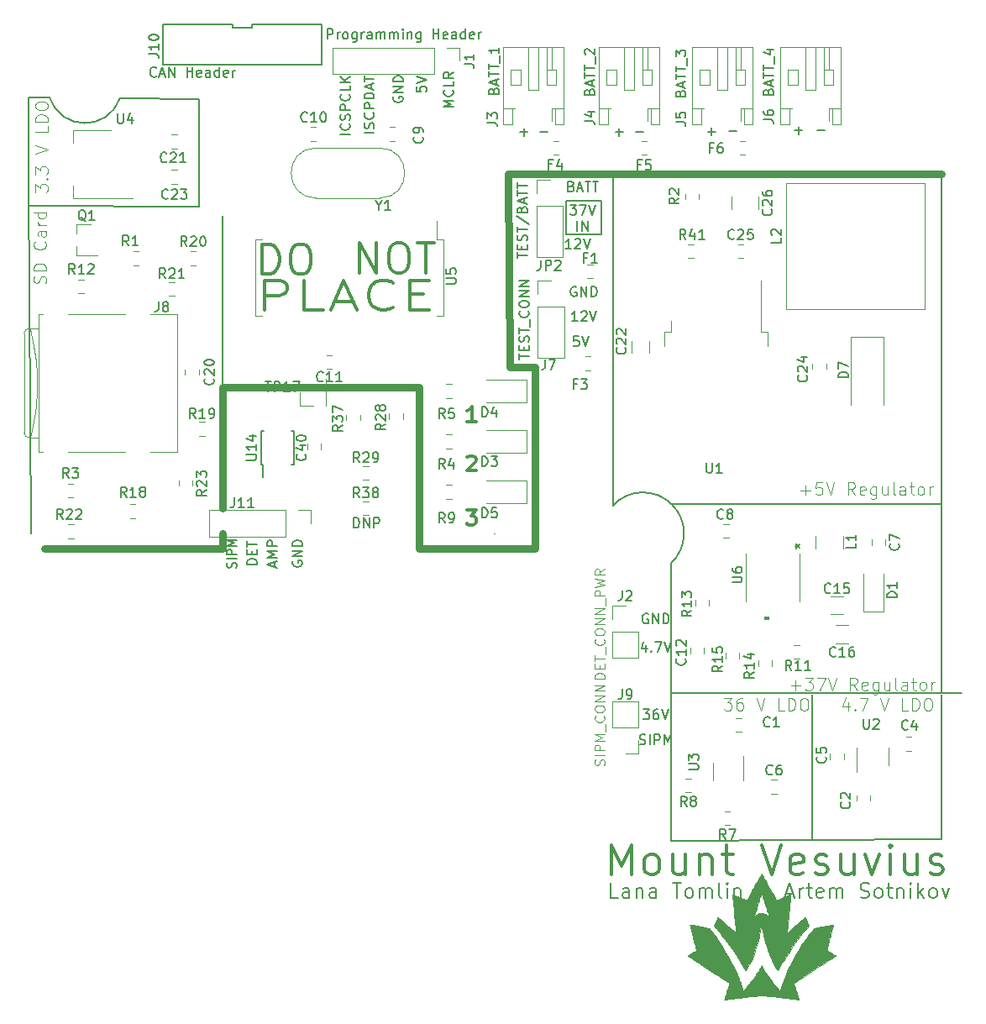
<source format=gbr>
%TF.GenerationSoftware,KiCad,Pcbnew,(5.1.9)-1*%
%TF.CreationDate,2021-07-12T23:28:21-04:00*%
%TF.ProjectId,detector_support,64657465-6374-46f7-925f-737570706f72,rev?*%
%TF.SameCoordinates,Original*%
%TF.FileFunction,Legend,Top*%
%TF.FilePolarity,Positive*%
%FSLAX46Y46*%
G04 Gerber Fmt 4.6, Leading zero omitted, Abs format (unit mm)*
G04 Created by KiCad (PCBNEW (5.1.9)-1) date 2021-07-12 23:28:21*
%MOMM*%
%LPD*%
G01*
G04 APERTURE LIST*
%ADD10C,0.150000*%
%ADD11C,0.750000*%
%ADD12C,0.300000*%
%ADD13C,0.100000*%
%ADD14C,0.120000*%
%ADD15C,0.010000*%
G04 APERTURE END LIST*
D10*
X143383002Y-96901002D02*
G75*
G02*
X149224998Y-102742998I3047998J-2793998D01*
G01*
X143383000Y-63373000D02*
X143383000Y-96901000D01*
D11*
X135509000Y-101219000D02*
X132461000Y-101219000D01*
X135509000Y-82931000D02*
X135509000Y-101219000D01*
X132969000Y-82931000D02*
X135509000Y-82931000D01*
D10*
X105433761Y-103162714D02*
X105481380Y-103034142D01*
X105481380Y-102819857D01*
X105433761Y-102734142D01*
X105386142Y-102691285D01*
X105290904Y-102648428D01*
X105195666Y-102648428D01*
X105100428Y-102691285D01*
X105052809Y-102734142D01*
X105005190Y-102819857D01*
X104957571Y-102991285D01*
X104909952Y-103077000D01*
X104862333Y-103119857D01*
X104767095Y-103162714D01*
X104671857Y-103162714D01*
X104576619Y-103119857D01*
X104529000Y-103077000D01*
X104481380Y-102991285D01*
X104481380Y-102777000D01*
X104529000Y-102648428D01*
X105481380Y-102262714D02*
X104481380Y-102262714D01*
X105481380Y-101834142D02*
X104481380Y-101834142D01*
X104481380Y-101491285D01*
X104529000Y-101405571D01*
X104576619Y-101362714D01*
X104671857Y-101319857D01*
X104814714Y-101319857D01*
X104909952Y-101362714D01*
X104957571Y-101405571D01*
X105005190Y-101491285D01*
X105005190Y-101834142D01*
X105481380Y-100934142D02*
X104481380Y-100934142D01*
X105195666Y-100634142D01*
X104481380Y-100334142D01*
X105481380Y-100334142D01*
X107513380Y-102822238D02*
X106513380Y-102822238D01*
X106513380Y-102584142D01*
X106561000Y-102441285D01*
X106656238Y-102346047D01*
X106751476Y-102298428D01*
X106941952Y-102250809D01*
X107084809Y-102250809D01*
X107275285Y-102298428D01*
X107370523Y-102346047D01*
X107465761Y-102441285D01*
X107513380Y-102584142D01*
X107513380Y-102822238D01*
X106989571Y-101822238D02*
X106989571Y-101488904D01*
X107513380Y-101346047D02*
X107513380Y-101822238D01*
X106513380Y-101822238D01*
X106513380Y-101346047D01*
X106513380Y-101060333D02*
X106513380Y-100488904D01*
X107513380Y-100774619D02*
X106513380Y-100774619D01*
X109259666Y-103036523D02*
X109259666Y-102560333D01*
X109545380Y-103131761D02*
X108545380Y-102798428D01*
X109545380Y-102465095D01*
X109545380Y-102131761D02*
X108545380Y-102131761D01*
X109259666Y-101798428D01*
X108545380Y-101465095D01*
X109545380Y-101465095D01*
X109545380Y-100988904D02*
X108545380Y-100988904D01*
X108545380Y-100607952D01*
X108593000Y-100512714D01*
X108640619Y-100465095D01*
X108735857Y-100417476D01*
X108878714Y-100417476D01*
X108973952Y-100465095D01*
X109021571Y-100512714D01*
X109069190Y-100607952D01*
X109069190Y-100988904D01*
X111133000Y-102488904D02*
X111085380Y-102584142D01*
X111085380Y-102727000D01*
X111133000Y-102869857D01*
X111228238Y-102965095D01*
X111323476Y-103012714D01*
X111513952Y-103060333D01*
X111656809Y-103060333D01*
X111847285Y-103012714D01*
X111942523Y-102965095D01*
X112037761Y-102869857D01*
X112085380Y-102727000D01*
X112085380Y-102631761D01*
X112037761Y-102488904D01*
X111990142Y-102441285D01*
X111656809Y-102441285D01*
X111656809Y-102631761D01*
X112085380Y-102012714D02*
X111085380Y-102012714D01*
X112085380Y-101441285D01*
X111085380Y-101441285D01*
X112085380Y-100965095D02*
X111085380Y-100965095D01*
X111085380Y-100727000D01*
X111133000Y-100584142D01*
X111228238Y-100488904D01*
X111323476Y-100441285D01*
X111513952Y-100393666D01*
X111656809Y-100393666D01*
X111847285Y-100441285D01*
X111942523Y-100488904D01*
X112037761Y-100584142D01*
X112085380Y-100727000D01*
X112085380Y-100965095D01*
X146105761Y-120927761D02*
X146248619Y-120975380D01*
X146486714Y-120975380D01*
X146581952Y-120927761D01*
X146629571Y-120880142D01*
X146677190Y-120784904D01*
X146677190Y-120689666D01*
X146629571Y-120594428D01*
X146581952Y-120546809D01*
X146486714Y-120499190D01*
X146296238Y-120451571D01*
X146201000Y-120403952D01*
X146153380Y-120356333D01*
X146105761Y-120261095D01*
X146105761Y-120165857D01*
X146153380Y-120070619D01*
X146201000Y-120023000D01*
X146296238Y-119975380D01*
X146534333Y-119975380D01*
X146677190Y-120023000D01*
X147105761Y-120975380D02*
X147105761Y-119975380D01*
X147581952Y-120975380D02*
X147581952Y-119975380D01*
X147962904Y-119975380D01*
X148058142Y-120023000D01*
X148105761Y-120070619D01*
X148153380Y-120165857D01*
X148153380Y-120308714D01*
X148105761Y-120403952D01*
X148058142Y-120451571D01*
X147962904Y-120499190D01*
X147581952Y-120499190D01*
X148581952Y-120975380D02*
X148581952Y-119975380D01*
X148915285Y-120689666D01*
X149248619Y-119975380D01*
X149248619Y-120975380D01*
X146462904Y-117435380D02*
X147081952Y-117435380D01*
X146748619Y-117816333D01*
X146891476Y-117816333D01*
X146986714Y-117863952D01*
X147034333Y-117911571D01*
X147081952Y-118006809D01*
X147081952Y-118244904D01*
X147034333Y-118340142D01*
X146986714Y-118387761D01*
X146891476Y-118435380D01*
X146605761Y-118435380D01*
X146510523Y-118387761D01*
X146462904Y-118340142D01*
X147939095Y-117435380D02*
X147748619Y-117435380D01*
X147653380Y-117483000D01*
X147605761Y-117530619D01*
X147510523Y-117673476D01*
X147462904Y-117863952D01*
X147462904Y-118244904D01*
X147510523Y-118340142D01*
X147558142Y-118387761D01*
X147653380Y-118435380D01*
X147843857Y-118435380D01*
X147939095Y-118387761D01*
X147986714Y-118340142D01*
X148034333Y-118244904D01*
X148034333Y-118006809D01*
X147986714Y-117911571D01*
X147939095Y-117863952D01*
X147843857Y-117816333D01*
X147653380Y-117816333D01*
X147558142Y-117863952D01*
X147510523Y-117911571D01*
X147462904Y-118006809D01*
X148320047Y-117435380D02*
X148653380Y-118435380D01*
X148986714Y-117435380D01*
X146939095Y-107831000D02*
X146843857Y-107783380D01*
X146701000Y-107783380D01*
X146558142Y-107831000D01*
X146462904Y-107926238D01*
X146415285Y-108021476D01*
X146367666Y-108211952D01*
X146367666Y-108354809D01*
X146415285Y-108545285D01*
X146462904Y-108640523D01*
X146558142Y-108735761D01*
X146701000Y-108783380D01*
X146796238Y-108783380D01*
X146939095Y-108735761D01*
X146986714Y-108688142D01*
X146986714Y-108354809D01*
X146796238Y-108354809D01*
X147415285Y-108783380D02*
X147415285Y-107783380D01*
X147986714Y-108783380D01*
X147986714Y-107783380D01*
X148462904Y-108783380D02*
X148462904Y-107783380D01*
X148701000Y-107783380D01*
X148843857Y-107831000D01*
X148939095Y-107926238D01*
X148986714Y-108021476D01*
X149034333Y-108211952D01*
X149034333Y-108354809D01*
X148986714Y-108545285D01*
X148939095Y-108640523D01*
X148843857Y-108735761D01*
X148701000Y-108783380D01*
X148462904Y-108783380D01*
X146748619Y-110973714D02*
X146748619Y-111640380D01*
X146510523Y-110592761D02*
X146272428Y-111307047D01*
X146891476Y-111307047D01*
X147272428Y-111545142D02*
X147320047Y-111592761D01*
X147272428Y-111640380D01*
X147224809Y-111592761D01*
X147272428Y-111545142D01*
X147272428Y-111640380D01*
X147653380Y-110640380D02*
X148320047Y-110640380D01*
X147891476Y-111640380D01*
X148558142Y-110640380D02*
X148891476Y-111640380D01*
X149224809Y-110640380D01*
D11*
X104013000Y-84963000D02*
X104013000Y-97155000D01*
X123825000Y-101219000D02*
X132461000Y-101219000D01*
X123825000Y-84963000D02*
X123825000Y-101219000D01*
X116713000Y-84963000D02*
X123825000Y-84963000D01*
X104013000Y-84963000D02*
X116713000Y-84963000D01*
D10*
X104013000Y-84455000D02*
X104013000Y-84963000D01*
D11*
X104013000Y-101219000D02*
X104013000Y-99695000D01*
D10*
X123594380Y-54673476D02*
X123594380Y-55149666D01*
X124070571Y-55197285D01*
X124022952Y-55149666D01*
X123975333Y-55054428D01*
X123975333Y-54816333D01*
X124022952Y-54721095D01*
X124070571Y-54673476D01*
X124165809Y-54625857D01*
X124403904Y-54625857D01*
X124499142Y-54673476D01*
X124546761Y-54721095D01*
X124594380Y-54816333D01*
X124594380Y-55054428D01*
X124546761Y-55149666D01*
X124499142Y-55197285D01*
X123594380Y-54340142D02*
X124594380Y-54006809D01*
X123594380Y-53673476D01*
X104013000Y-84963000D02*
X104013000Y-67691000D01*
D11*
X86106000Y-101219000D02*
X104013000Y-101219000D01*
D10*
X84518500Y-64135000D02*
X84709000Y-99695000D01*
X131445000Y-99695000D02*
X131445000Y-99695000D01*
X116911380Y-59459452D02*
X115911380Y-59459452D01*
X116816142Y-58411833D02*
X116863761Y-58459452D01*
X116911380Y-58602309D01*
X116911380Y-58697547D01*
X116863761Y-58840404D01*
X116768523Y-58935642D01*
X116673285Y-58983261D01*
X116482809Y-59030880D01*
X116339952Y-59030880D01*
X116149476Y-58983261D01*
X116054238Y-58935642D01*
X115959000Y-58840404D01*
X115911380Y-58697547D01*
X115911380Y-58602309D01*
X115959000Y-58459452D01*
X116006619Y-58411833D01*
X116863761Y-58030880D02*
X116911380Y-57888023D01*
X116911380Y-57649928D01*
X116863761Y-57554690D01*
X116816142Y-57507071D01*
X116720904Y-57459452D01*
X116625666Y-57459452D01*
X116530428Y-57507071D01*
X116482809Y-57554690D01*
X116435190Y-57649928D01*
X116387571Y-57840404D01*
X116339952Y-57935642D01*
X116292333Y-57983261D01*
X116197095Y-58030880D01*
X116101857Y-58030880D01*
X116006619Y-57983261D01*
X115959000Y-57935642D01*
X115911380Y-57840404D01*
X115911380Y-57602309D01*
X115959000Y-57459452D01*
X116911380Y-57030880D02*
X115911380Y-57030880D01*
X115911380Y-56649928D01*
X115959000Y-56554690D01*
X116006619Y-56507071D01*
X116101857Y-56459452D01*
X116244714Y-56459452D01*
X116339952Y-56507071D01*
X116387571Y-56554690D01*
X116435190Y-56649928D01*
X116435190Y-57030880D01*
X116816142Y-55459452D02*
X116863761Y-55507071D01*
X116911380Y-55649928D01*
X116911380Y-55745166D01*
X116863761Y-55888023D01*
X116768523Y-55983261D01*
X116673285Y-56030880D01*
X116482809Y-56078500D01*
X116339952Y-56078500D01*
X116149476Y-56030880D01*
X116054238Y-55983261D01*
X115959000Y-55888023D01*
X115911380Y-55745166D01*
X115911380Y-55649928D01*
X115959000Y-55507071D01*
X116006619Y-55459452D01*
X116911380Y-54554690D02*
X116911380Y-55030880D01*
X115911380Y-55030880D01*
X116911380Y-54221357D02*
X115911380Y-54221357D01*
X116911380Y-53649928D02*
X116339952Y-54078500D01*
X115911380Y-53649928D02*
X116482809Y-54221357D01*
X119324380Y-59300714D02*
X118324380Y-59300714D01*
X119276761Y-58872142D02*
X119324380Y-58729285D01*
X119324380Y-58491190D01*
X119276761Y-58395952D01*
X119229142Y-58348333D01*
X119133904Y-58300714D01*
X119038666Y-58300714D01*
X118943428Y-58348333D01*
X118895809Y-58395952D01*
X118848190Y-58491190D01*
X118800571Y-58681666D01*
X118752952Y-58776904D01*
X118705333Y-58824523D01*
X118610095Y-58872142D01*
X118514857Y-58872142D01*
X118419619Y-58824523D01*
X118372000Y-58776904D01*
X118324380Y-58681666D01*
X118324380Y-58443571D01*
X118372000Y-58300714D01*
X119229142Y-57300714D02*
X119276761Y-57348333D01*
X119324380Y-57491190D01*
X119324380Y-57586428D01*
X119276761Y-57729285D01*
X119181523Y-57824523D01*
X119086285Y-57872142D01*
X118895809Y-57919761D01*
X118752952Y-57919761D01*
X118562476Y-57872142D01*
X118467238Y-57824523D01*
X118372000Y-57729285D01*
X118324380Y-57586428D01*
X118324380Y-57491190D01*
X118372000Y-57348333D01*
X118419619Y-57300714D01*
X119324380Y-56872142D02*
X118324380Y-56872142D01*
X118324380Y-56491190D01*
X118372000Y-56395952D01*
X118419619Y-56348333D01*
X118514857Y-56300714D01*
X118657714Y-56300714D01*
X118752952Y-56348333D01*
X118800571Y-56395952D01*
X118848190Y-56491190D01*
X118848190Y-56872142D01*
X119324380Y-55872142D02*
X118324380Y-55872142D01*
X118324380Y-55634047D01*
X118372000Y-55491190D01*
X118467238Y-55395952D01*
X118562476Y-55348333D01*
X118752952Y-55300714D01*
X118895809Y-55300714D01*
X119086285Y-55348333D01*
X119181523Y-55395952D01*
X119276761Y-55491190D01*
X119324380Y-55634047D01*
X119324380Y-55872142D01*
X119038666Y-54919761D02*
X119038666Y-54443571D01*
X119324380Y-55015000D02*
X118324380Y-54681666D01*
X119324380Y-54348333D01*
X118324380Y-54157857D02*
X118324380Y-53586428D01*
X119324380Y-53872142D02*
X118324380Y-53872142D01*
X121293000Y-55689404D02*
X121245380Y-55784642D01*
X121245380Y-55927500D01*
X121293000Y-56070357D01*
X121388238Y-56165595D01*
X121483476Y-56213214D01*
X121673952Y-56260833D01*
X121816809Y-56260833D01*
X122007285Y-56213214D01*
X122102523Y-56165595D01*
X122197761Y-56070357D01*
X122245380Y-55927500D01*
X122245380Y-55832261D01*
X122197761Y-55689404D01*
X122150142Y-55641785D01*
X121816809Y-55641785D01*
X121816809Y-55832261D01*
X122245380Y-55213214D02*
X121245380Y-55213214D01*
X122245380Y-54641785D01*
X121245380Y-54641785D01*
X122245380Y-54165595D02*
X121245380Y-54165595D01*
X121245380Y-53927500D01*
X121293000Y-53784642D01*
X121388238Y-53689404D01*
X121483476Y-53641785D01*
X121673952Y-53594166D01*
X121816809Y-53594166D01*
X122007285Y-53641785D01*
X122102523Y-53689404D01*
X122197761Y-53784642D01*
X122245380Y-53927500D01*
X122245380Y-54165595D01*
X127325380Y-56729095D02*
X126325380Y-56729095D01*
X127039666Y-56395761D01*
X126325380Y-56062428D01*
X127325380Y-56062428D01*
X127230142Y-55014809D02*
X127277761Y-55062428D01*
X127325380Y-55205285D01*
X127325380Y-55300523D01*
X127277761Y-55443380D01*
X127182523Y-55538619D01*
X127087285Y-55586238D01*
X126896809Y-55633857D01*
X126753952Y-55633857D01*
X126563476Y-55586238D01*
X126468238Y-55538619D01*
X126373000Y-55443380D01*
X126325380Y-55300523D01*
X126325380Y-55205285D01*
X126373000Y-55062428D01*
X126420619Y-55014809D01*
X127325380Y-54110047D02*
X127325380Y-54586238D01*
X126325380Y-54586238D01*
X127325380Y-53205285D02*
X126849190Y-53538619D01*
X127325380Y-53776714D02*
X126325380Y-53776714D01*
X126325380Y-53395761D01*
X126373000Y-53300523D01*
X126420619Y-53252904D01*
X126515857Y-53205285D01*
X126658714Y-53205285D01*
X126753952Y-53252904D01*
X126801571Y-53300523D01*
X126849190Y-53395761D01*
X126849190Y-53776714D01*
X136017047Y-59189928D02*
X136778952Y-59189928D01*
X145669047Y-59189928D02*
X146430952Y-59189928D01*
X155067047Y-59126428D02*
X155828952Y-59126428D01*
X163957047Y-59062928D02*
X164718952Y-59062928D01*
X161734547Y-59062928D02*
X162496452Y-59062928D01*
X162115500Y-59443880D02*
X162115500Y-58681976D01*
X152971547Y-59189928D02*
X153733452Y-59189928D01*
X153352500Y-59570880D02*
X153352500Y-58808976D01*
X143637047Y-59253428D02*
X144398952Y-59253428D01*
X144018000Y-59634380D02*
X144018000Y-58872476D01*
X134048547Y-59253428D02*
X134810452Y-59253428D01*
X134429500Y-59634380D02*
X134429500Y-58872476D01*
X142240000Y-69532500D02*
X142240000Y-66167000D01*
X138684000Y-69532500D02*
X142240000Y-69532500D01*
X138684000Y-66167000D02*
X138684000Y-69532500D01*
X142240000Y-66167000D02*
X138684000Y-66167000D01*
X139096904Y-66572380D02*
X139715952Y-66572380D01*
X139382619Y-66953333D01*
X139525476Y-66953333D01*
X139620714Y-67000952D01*
X139668333Y-67048571D01*
X139715952Y-67143809D01*
X139715952Y-67381904D01*
X139668333Y-67477142D01*
X139620714Y-67524761D01*
X139525476Y-67572380D01*
X139239761Y-67572380D01*
X139144523Y-67524761D01*
X139096904Y-67477142D01*
X140049285Y-66572380D02*
X140715952Y-66572380D01*
X140287380Y-67572380D01*
X140954047Y-66572380D02*
X141287380Y-67572380D01*
X141620714Y-66572380D01*
X139811190Y-69222380D02*
X139811190Y-68222380D01*
X140287380Y-69222380D02*
X140287380Y-68222380D01*
X140858809Y-69222380D01*
X140858809Y-68222380D01*
X139215952Y-64698571D02*
X139358809Y-64746190D01*
X139406428Y-64793809D01*
X139454047Y-64889047D01*
X139454047Y-65031904D01*
X139406428Y-65127142D01*
X139358809Y-65174761D01*
X139263571Y-65222380D01*
X138882619Y-65222380D01*
X138882619Y-64222380D01*
X139215952Y-64222380D01*
X139311190Y-64270000D01*
X139358809Y-64317619D01*
X139406428Y-64412857D01*
X139406428Y-64508095D01*
X139358809Y-64603333D01*
X139311190Y-64650952D01*
X139215952Y-64698571D01*
X138882619Y-64698571D01*
X139835000Y-64936666D02*
X140311190Y-64936666D01*
X139739761Y-65222380D02*
X140073095Y-64222380D01*
X140406428Y-65222380D01*
X140596904Y-64222380D02*
X141168333Y-64222380D01*
X140882619Y-65222380D02*
X140882619Y-64222380D01*
X141358809Y-64222380D02*
X141930238Y-64222380D01*
X141644523Y-65222380D02*
X141644523Y-64222380D01*
X139207952Y-71000380D02*
X138636523Y-71000380D01*
X138922238Y-71000380D02*
X138922238Y-70000380D01*
X138827000Y-70143238D01*
X138731761Y-70238476D01*
X138636523Y-70286095D01*
X139588904Y-70095619D02*
X139636523Y-70048000D01*
X139731761Y-70000380D01*
X139969857Y-70000380D01*
X140065095Y-70048000D01*
X140112714Y-70095619D01*
X140160333Y-70190857D01*
X140160333Y-70286095D01*
X140112714Y-70428952D01*
X139541285Y-71000380D01*
X140160333Y-71000380D01*
X140446047Y-70000380D02*
X140779380Y-71000380D01*
X141112714Y-70000380D01*
X139954023Y-79843380D02*
X139477833Y-79843380D01*
X139430214Y-80319571D01*
X139477833Y-80271952D01*
X139573071Y-80224333D01*
X139811166Y-80224333D01*
X139906404Y-80271952D01*
X139954023Y-80319571D01*
X140001642Y-80414809D01*
X140001642Y-80652904D01*
X139954023Y-80748142D01*
X139906404Y-80795761D01*
X139811166Y-80843380D01*
X139573071Y-80843380D01*
X139477833Y-80795761D01*
X139430214Y-80748142D01*
X140287357Y-79843380D02*
X140620690Y-80843380D01*
X140954023Y-79843380D01*
X139842952Y-78302880D02*
X139271523Y-78302880D01*
X139557238Y-78302880D02*
X139557238Y-77302880D01*
X139462000Y-77445738D01*
X139366761Y-77540976D01*
X139271523Y-77588595D01*
X140223904Y-77398119D02*
X140271523Y-77350500D01*
X140366761Y-77302880D01*
X140604857Y-77302880D01*
X140700095Y-77350500D01*
X140747714Y-77398119D01*
X140795333Y-77493357D01*
X140795333Y-77588595D01*
X140747714Y-77731452D01*
X140176285Y-78302880D01*
X140795333Y-78302880D01*
X141081047Y-77302880D02*
X141414380Y-78302880D01*
X141747714Y-77302880D01*
X139700095Y-74874500D02*
X139604857Y-74826880D01*
X139462000Y-74826880D01*
X139319142Y-74874500D01*
X139223904Y-74969738D01*
X139176285Y-75064976D01*
X139128666Y-75255452D01*
X139128666Y-75398309D01*
X139176285Y-75588785D01*
X139223904Y-75684023D01*
X139319142Y-75779261D01*
X139462000Y-75826880D01*
X139557238Y-75826880D01*
X139700095Y-75779261D01*
X139747714Y-75731642D01*
X139747714Y-75398309D01*
X139557238Y-75398309D01*
X140176285Y-75826880D02*
X140176285Y-74826880D01*
X140747714Y-75826880D01*
X140747714Y-74826880D01*
X141223904Y-75826880D02*
X141223904Y-74826880D01*
X141462000Y-74826880D01*
X141604857Y-74874500D01*
X141700095Y-74969738D01*
X141747714Y-75064976D01*
X141795333Y-75255452D01*
X141795333Y-75398309D01*
X141747714Y-75588785D01*
X141700095Y-75684023D01*
X141604857Y-75779261D01*
X141462000Y-75826880D01*
X141223904Y-75826880D01*
X101663500Y-55943500D02*
X93686171Y-55870204D01*
X101663500Y-66738500D02*
X101663500Y-55943500D01*
X84518500Y-55753000D02*
X84518500Y-58039000D01*
X86614001Y-55752999D02*
X84518500Y-55753000D01*
X93686172Y-55870204D02*
G75*
G02*
X86614001Y-55752999I-3516172J1260204D01*
G01*
D12*
X108268523Y-77176142D02*
X108268523Y-74176142D01*
X109792333Y-74176142D01*
X110173285Y-74319000D01*
X110363761Y-74461857D01*
X110554238Y-74747571D01*
X110554238Y-75176142D01*
X110363761Y-75461857D01*
X110173285Y-75604714D01*
X109792333Y-75747571D01*
X108268523Y-75747571D01*
X114173285Y-77176142D02*
X112268523Y-77176142D01*
X112268523Y-74176142D01*
X115316142Y-76319000D02*
X117220904Y-76319000D01*
X114935190Y-77176142D02*
X116268523Y-74176142D01*
X117601857Y-77176142D01*
X121220904Y-76890428D02*
X121030428Y-77033285D01*
X120459000Y-77176142D01*
X120078047Y-77176142D01*
X119506619Y-77033285D01*
X119125666Y-76747571D01*
X118935190Y-76461857D01*
X118744714Y-75890428D01*
X118744714Y-75461857D01*
X118935190Y-74890428D01*
X119125666Y-74604714D01*
X119506619Y-74319000D01*
X120078047Y-74176142D01*
X120459000Y-74176142D01*
X121030428Y-74319000D01*
X121220904Y-74461857D01*
X122935190Y-75604714D02*
X124268523Y-75604714D01*
X124839952Y-77176142D02*
X122935190Y-77176142D01*
X122935190Y-74176142D01*
X124839952Y-74176142D01*
X117840571Y-73429642D02*
X117840571Y-70429642D01*
X119554857Y-73429642D01*
X119554857Y-70429642D01*
X121554857Y-70429642D02*
X122126285Y-70429642D01*
X122412000Y-70572500D01*
X122697714Y-70858214D01*
X122840571Y-71429642D01*
X122840571Y-72429642D01*
X122697714Y-73001071D01*
X122412000Y-73286785D01*
X122126285Y-73429642D01*
X121554857Y-73429642D01*
X121269142Y-73286785D01*
X120983428Y-73001071D01*
X120840571Y-72429642D01*
X120840571Y-71429642D01*
X120983428Y-70858214D01*
X121269142Y-70572500D01*
X121554857Y-70429642D01*
X123697714Y-70429642D02*
X125412000Y-70429642D01*
X124554857Y-73429642D02*
X124554857Y-70429642D01*
X108069357Y-73556642D02*
X108069357Y-70556642D01*
X108783642Y-70556642D01*
X109212214Y-70699500D01*
X109497928Y-70985214D01*
X109640785Y-71270928D01*
X109783642Y-71842357D01*
X109783642Y-72270928D01*
X109640785Y-72842357D01*
X109497928Y-73128071D01*
X109212214Y-73413785D01*
X108783642Y-73556642D01*
X108069357Y-73556642D01*
X111640785Y-70556642D02*
X112212214Y-70556642D01*
X112497928Y-70699500D01*
X112783642Y-70985214D01*
X112926500Y-71556642D01*
X112926500Y-72556642D01*
X112783642Y-73128071D01*
X112497928Y-73413785D01*
X112212214Y-73556642D01*
X111640785Y-73556642D01*
X111355071Y-73413785D01*
X111069357Y-73128071D01*
X110926500Y-72556642D01*
X110926500Y-71556642D01*
X111069357Y-70985214D01*
X111355071Y-70699500D01*
X111640785Y-70556642D01*
D11*
X147320000Y-63500000D02*
X132842000Y-63500000D01*
X132969000Y-82931000D02*
X132842000Y-63500000D01*
D10*
X160858428Y-136013000D02*
X161572714Y-136013000D01*
X160715571Y-136441571D02*
X161215571Y-134941571D01*
X161715571Y-136441571D01*
X162215571Y-136441571D02*
X162215571Y-135441571D01*
X162215571Y-135727285D02*
X162286999Y-135584428D01*
X162358428Y-135513000D01*
X162501285Y-135441571D01*
X162644142Y-135441571D01*
X162929857Y-135441571D02*
X163501285Y-135441571D01*
X163144142Y-134941571D02*
X163144142Y-136227285D01*
X163215571Y-136370142D01*
X163358428Y-136441571D01*
X163501285Y-136441571D01*
X164572714Y-136370142D02*
X164429857Y-136441571D01*
X164144142Y-136441571D01*
X164001285Y-136370142D01*
X163929857Y-136227285D01*
X163929857Y-135655857D01*
X164001285Y-135513000D01*
X164144142Y-135441571D01*
X164429857Y-135441571D01*
X164572714Y-135513000D01*
X164644142Y-135655857D01*
X164644142Y-135798714D01*
X163929857Y-135941571D01*
X165286999Y-136441571D02*
X165286999Y-135441571D01*
X165286999Y-135584428D02*
X165358428Y-135513000D01*
X165501285Y-135441571D01*
X165715571Y-135441571D01*
X165858428Y-135513000D01*
X165929857Y-135655857D01*
X165929857Y-136441571D01*
X165929857Y-135655857D02*
X166001285Y-135513000D01*
X166144142Y-135441571D01*
X166358428Y-135441571D01*
X166501285Y-135513000D01*
X166572714Y-135655857D01*
X166572714Y-136441571D01*
X168358428Y-136370142D02*
X168572714Y-136441571D01*
X168929857Y-136441571D01*
X169072714Y-136370142D01*
X169144142Y-136298714D01*
X169215571Y-136155857D01*
X169215571Y-136013000D01*
X169144142Y-135870142D01*
X169072714Y-135798714D01*
X168929857Y-135727285D01*
X168644142Y-135655857D01*
X168501285Y-135584428D01*
X168429857Y-135513000D01*
X168358428Y-135370142D01*
X168358428Y-135227285D01*
X168429857Y-135084428D01*
X168501285Y-135013000D01*
X168644142Y-134941571D01*
X169001285Y-134941571D01*
X169215571Y-135013000D01*
X170072714Y-136441571D02*
X169929857Y-136370142D01*
X169858428Y-136298714D01*
X169786999Y-136155857D01*
X169786999Y-135727285D01*
X169858428Y-135584428D01*
X169929857Y-135513000D01*
X170072714Y-135441571D01*
X170286999Y-135441571D01*
X170429857Y-135513000D01*
X170501285Y-135584428D01*
X170572714Y-135727285D01*
X170572714Y-136155857D01*
X170501285Y-136298714D01*
X170429857Y-136370142D01*
X170286999Y-136441571D01*
X170072714Y-136441571D01*
X171001285Y-135441571D02*
X171572714Y-135441571D01*
X171215571Y-134941571D02*
X171215571Y-136227285D01*
X171286999Y-136370142D01*
X171429857Y-136441571D01*
X171572714Y-136441571D01*
X172072714Y-135441571D02*
X172072714Y-136441571D01*
X172072714Y-135584428D02*
X172144142Y-135513000D01*
X172286999Y-135441571D01*
X172501285Y-135441571D01*
X172644142Y-135513000D01*
X172715571Y-135655857D01*
X172715571Y-136441571D01*
X173429857Y-136441571D02*
X173429857Y-135441571D01*
X173429857Y-134941571D02*
X173358428Y-135013000D01*
X173429857Y-135084428D01*
X173501285Y-135013000D01*
X173429857Y-134941571D01*
X173429857Y-135084428D01*
X174144142Y-136441571D02*
X174144142Y-134941571D01*
X174286999Y-135870142D02*
X174715571Y-136441571D01*
X174715571Y-135441571D02*
X174144142Y-136013000D01*
X175572714Y-136441571D02*
X175429857Y-136370142D01*
X175358428Y-136298714D01*
X175286999Y-136155857D01*
X175286999Y-135727285D01*
X175358428Y-135584428D01*
X175429857Y-135513000D01*
X175572714Y-135441571D01*
X175786999Y-135441571D01*
X175929857Y-135513000D01*
X176001285Y-135584428D01*
X176072714Y-135727285D01*
X176072714Y-136155857D01*
X176001285Y-136298714D01*
X175929857Y-136370142D01*
X175786999Y-136441571D01*
X175572714Y-136441571D01*
X176572714Y-135441571D02*
X176929857Y-136441571D01*
X177286999Y-135441571D01*
X143911571Y-136441571D02*
X143197285Y-136441571D01*
X143197285Y-134941571D01*
X145054428Y-136441571D02*
X145054428Y-135655857D01*
X144983000Y-135513000D01*
X144840142Y-135441571D01*
X144554428Y-135441571D01*
X144411571Y-135513000D01*
X145054428Y-136370142D02*
X144911571Y-136441571D01*
X144554428Y-136441571D01*
X144411571Y-136370142D01*
X144340142Y-136227285D01*
X144340142Y-136084428D01*
X144411571Y-135941571D01*
X144554428Y-135870142D01*
X144911571Y-135870142D01*
X145054428Y-135798714D01*
X145768714Y-135441571D02*
X145768714Y-136441571D01*
X145768714Y-135584428D02*
X145840142Y-135513000D01*
X145983000Y-135441571D01*
X146197285Y-135441571D01*
X146340142Y-135513000D01*
X146411571Y-135655857D01*
X146411571Y-136441571D01*
X147768714Y-136441571D02*
X147768714Y-135655857D01*
X147697285Y-135513000D01*
X147554428Y-135441571D01*
X147268714Y-135441571D01*
X147125857Y-135513000D01*
X147768714Y-136370142D02*
X147625857Y-136441571D01*
X147268714Y-136441571D01*
X147125857Y-136370142D01*
X147054428Y-136227285D01*
X147054428Y-136084428D01*
X147125857Y-135941571D01*
X147268714Y-135870142D01*
X147625857Y-135870142D01*
X147768714Y-135798714D01*
X149411571Y-134941571D02*
X150268714Y-134941571D01*
X149840142Y-136441571D02*
X149840142Y-134941571D01*
X150983000Y-136441571D02*
X150840142Y-136370142D01*
X150768714Y-136298714D01*
X150697285Y-136155857D01*
X150697285Y-135727285D01*
X150768714Y-135584428D01*
X150840142Y-135513000D01*
X150983000Y-135441571D01*
X151197285Y-135441571D01*
X151340142Y-135513000D01*
X151411571Y-135584428D01*
X151483000Y-135727285D01*
X151483000Y-136155857D01*
X151411571Y-136298714D01*
X151340142Y-136370142D01*
X151197285Y-136441571D01*
X150983000Y-136441571D01*
X152125857Y-136441571D02*
X152125857Y-135441571D01*
X152125857Y-135584428D02*
X152197285Y-135513000D01*
X152340142Y-135441571D01*
X152554428Y-135441571D01*
X152697285Y-135513000D01*
X152768714Y-135655857D01*
X152768714Y-136441571D01*
X152768714Y-135655857D02*
X152840142Y-135513000D01*
X152983000Y-135441571D01*
X153197285Y-135441571D01*
X153340142Y-135513000D01*
X153411571Y-135655857D01*
X153411571Y-136441571D01*
X154340142Y-136441571D02*
X154197285Y-136370142D01*
X154125857Y-136227285D01*
X154125857Y-134941571D01*
X154911571Y-136441571D02*
X154911571Y-135441571D01*
X154911571Y-134941571D02*
X154840142Y-135013000D01*
X154911571Y-135084428D01*
X154983000Y-135013000D01*
X154911571Y-134941571D01*
X154911571Y-135084428D01*
X155625857Y-135441571D02*
X155625857Y-136441571D01*
X155625857Y-135584428D02*
X155697285Y-135513000D01*
X155840142Y-135441571D01*
X156054428Y-135441571D01*
X156197285Y-135513000D01*
X156268714Y-135655857D01*
X156268714Y-136441571D01*
D12*
X143250142Y-134072142D02*
X143250142Y-131072142D01*
X144250142Y-133215000D01*
X145250142Y-131072142D01*
X145250142Y-134072142D01*
X147107285Y-134072142D02*
X146821571Y-133929285D01*
X146678714Y-133786428D01*
X146535857Y-133500714D01*
X146535857Y-132643571D01*
X146678714Y-132357857D01*
X146821571Y-132215000D01*
X147107285Y-132072142D01*
X147535857Y-132072142D01*
X147821571Y-132215000D01*
X147964428Y-132357857D01*
X148107285Y-132643571D01*
X148107285Y-133500714D01*
X147964428Y-133786428D01*
X147821571Y-133929285D01*
X147535857Y-134072142D01*
X147107285Y-134072142D01*
X150678714Y-132072142D02*
X150678714Y-134072142D01*
X149393000Y-132072142D02*
X149393000Y-133643571D01*
X149535857Y-133929285D01*
X149821571Y-134072142D01*
X150250142Y-134072142D01*
X150535857Y-133929285D01*
X150678714Y-133786428D01*
X152107285Y-132072142D02*
X152107285Y-134072142D01*
X152107285Y-132357857D02*
X152250142Y-132215000D01*
X152535857Y-132072142D01*
X152964428Y-132072142D01*
X153250142Y-132215000D01*
X153393000Y-132500714D01*
X153393000Y-134072142D01*
X154393000Y-132072142D02*
X155535857Y-132072142D01*
X154821571Y-131072142D02*
X154821571Y-133643571D01*
X154964428Y-133929285D01*
X155250142Y-134072142D01*
X155535857Y-134072142D01*
X158393000Y-131072142D02*
X159393000Y-134072142D01*
X160393000Y-131072142D01*
X162535857Y-133929285D02*
X162250142Y-134072142D01*
X161678714Y-134072142D01*
X161393000Y-133929285D01*
X161250142Y-133643571D01*
X161250142Y-132500714D01*
X161393000Y-132215000D01*
X161678714Y-132072142D01*
X162250142Y-132072142D01*
X162535857Y-132215000D01*
X162678714Y-132500714D01*
X162678714Y-132786428D01*
X161250142Y-133072142D01*
X163821571Y-133929285D02*
X164107285Y-134072142D01*
X164678714Y-134072142D01*
X164964428Y-133929285D01*
X165107285Y-133643571D01*
X165107285Y-133500714D01*
X164964428Y-133215000D01*
X164678714Y-133072142D01*
X164250142Y-133072142D01*
X163964428Y-132929285D01*
X163821571Y-132643571D01*
X163821571Y-132500714D01*
X163964428Y-132215000D01*
X164250142Y-132072142D01*
X164678714Y-132072142D01*
X164964428Y-132215000D01*
X167678714Y-132072142D02*
X167678714Y-134072142D01*
X166393000Y-132072142D02*
X166393000Y-133643571D01*
X166535857Y-133929285D01*
X166821571Y-134072142D01*
X167250142Y-134072142D01*
X167535857Y-133929285D01*
X167678714Y-133786428D01*
X168821571Y-132072142D02*
X169535857Y-134072142D01*
X170250142Y-132072142D01*
X171393000Y-134072142D02*
X171393000Y-132072142D01*
X171393000Y-131072142D02*
X171250142Y-131215000D01*
X171393000Y-131357857D01*
X171535857Y-131215000D01*
X171393000Y-131072142D01*
X171393000Y-131357857D01*
X174107285Y-132072142D02*
X174107285Y-134072142D01*
X172821571Y-132072142D02*
X172821571Y-133643571D01*
X172964428Y-133929285D01*
X173250142Y-134072142D01*
X173678714Y-134072142D01*
X173964428Y-133929285D01*
X174107285Y-133786428D01*
X175393000Y-133929285D02*
X175678714Y-134072142D01*
X176250142Y-134072142D01*
X176535857Y-133929285D01*
X176678714Y-133643571D01*
X176678714Y-133500714D01*
X176535857Y-133215000D01*
X176250142Y-133072142D01*
X175821571Y-133072142D01*
X175535857Y-132929285D01*
X175393000Y-132643571D01*
X175393000Y-132500714D01*
X175535857Y-132215000D01*
X175821571Y-132072142D01*
X176250142Y-132072142D01*
X176535857Y-132215000D01*
D10*
X97371352Y-53595542D02*
X97323733Y-53643161D01*
X97180876Y-53690780D01*
X97085638Y-53690780D01*
X96942780Y-53643161D01*
X96847542Y-53547923D01*
X96799923Y-53452685D01*
X96752304Y-53262209D01*
X96752304Y-53119352D01*
X96799923Y-52928876D01*
X96847542Y-52833638D01*
X96942780Y-52738400D01*
X97085638Y-52690780D01*
X97180876Y-52690780D01*
X97323733Y-52738400D01*
X97371352Y-52786019D01*
X97752304Y-53405066D02*
X98228495Y-53405066D01*
X97657066Y-53690780D02*
X97990400Y-52690780D01*
X98323733Y-53690780D01*
X98657066Y-53690780D02*
X98657066Y-52690780D01*
X99228495Y-53690780D01*
X99228495Y-52690780D01*
X100466590Y-53690780D02*
X100466590Y-52690780D01*
X100466590Y-53166971D02*
X101038019Y-53166971D01*
X101038019Y-53690780D02*
X101038019Y-52690780D01*
X101895161Y-53643161D02*
X101799923Y-53690780D01*
X101609447Y-53690780D01*
X101514209Y-53643161D01*
X101466590Y-53547923D01*
X101466590Y-53166971D01*
X101514209Y-53071733D01*
X101609447Y-53024114D01*
X101799923Y-53024114D01*
X101895161Y-53071733D01*
X101942780Y-53166971D01*
X101942780Y-53262209D01*
X101466590Y-53357447D01*
X102799923Y-53690780D02*
X102799923Y-53166971D01*
X102752304Y-53071733D01*
X102657066Y-53024114D01*
X102466590Y-53024114D01*
X102371352Y-53071733D01*
X102799923Y-53643161D02*
X102704685Y-53690780D01*
X102466590Y-53690780D01*
X102371352Y-53643161D01*
X102323733Y-53547923D01*
X102323733Y-53452685D01*
X102371352Y-53357447D01*
X102466590Y-53309828D01*
X102704685Y-53309828D01*
X102799923Y-53262209D01*
X103704685Y-53690780D02*
X103704685Y-52690780D01*
X103704685Y-53643161D02*
X103609447Y-53690780D01*
X103418971Y-53690780D01*
X103323733Y-53643161D01*
X103276114Y-53595542D01*
X103228495Y-53500304D01*
X103228495Y-53214590D01*
X103276114Y-53119352D01*
X103323733Y-53071733D01*
X103418971Y-53024114D01*
X103609447Y-53024114D01*
X103704685Y-53071733D01*
X104561828Y-53643161D02*
X104466590Y-53690780D01*
X104276114Y-53690780D01*
X104180876Y-53643161D01*
X104133257Y-53547923D01*
X104133257Y-53166971D01*
X104180876Y-53071733D01*
X104276114Y-53024114D01*
X104466590Y-53024114D01*
X104561828Y-53071733D01*
X104609447Y-53166971D01*
X104609447Y-53262209D01*
X104133257Y-53357447D01*
X105038019Y-53690780D02*
X105038019Y-53024114D01*
X105038019Y-53214590D02*
X105085638Y-53119352D01*
X105133257Y-53071733D01*
X105228495Y-53024114D01*
X105323733Y-53024114D01*
X176530000Y-115824000D02*
X176530000Y-63500000D01*
X149224999Y-102742999D02*
X149225000Y-130683000D01*
D11*
X176530000Y-63500000D02*
X147320000Y-63500000D01*
D13*
X162332619Y-95339285D02*
X163285000Y-95339285D01*
X162808809Y-95815476D02*
X162808809Y-94863095D01*
X164475476Y-94565476D02*
X163880238Y-94565476D01*
X163820714Y-95160714D01*
X163880238Y-95101190D01*
X163999285Y-95041666D01*
X164296904Y-95041666D01*
X164415952Y-95101190D01*
X164475476Y-95160714D01*
X164535000Y-95279761D01*
X164535000Y-95577380D01*
X164475476Y-95696428D01*
X164415952Y-95755952D01*
X164296904Y-95815476D01*
X163999285Y-95815476D01*
X163880238Y-95755952D01*
X163820714Y-95696428D01*
X164892142Y-94565476D02*
X165308809Y-95815476D01*
X165725476Y-94565476D01*
X167808809Y-95815476D02*
X167392142Y-95220238D01*
X167094523Y-95815476D02*
X167094523Y-94565476D01*
X167570714Y-94565476D01*
X167689761Y-94625000D01*
X167749285Y-94684523D01*
X167808809Y-94803571D01*
X167808809Y-94982142D01*
X167749285Y-95101190D01*
X167689761Y-95160714D01*
X167570714Y-95220238D01*
X167094523Y-95220238D01*
X168820714Y-95755952D02*
X168701666Y-95815476D01*
X168463571Y-95815476D01*
X168344523Y-95755952D01*
X168285000Y-95636904D01*
X168285000Y-95160714D01*
X168344523Y-95041666D01*
X168463571Y-94982142D01*
X168701666Y-94982142D01*
X168820714Y-95041666D01*
X168880238Y-95160714D01*
X168880238Y-95279761D01*
X168285000Y-95398809D01*
X169951666Y-94982142D02*
X169951666Y-95994047D01*
X169892142Y-96113095D01*
X169832619Y-96172619D01*
X169713571Y-96232142D01*
X169535000Y-96232142D01*
X169415952Y-96172619D01*
X169951666Y-95755952D02*
X169832619Y-95815476D01*
X169594523Y-95815476D01*
X169475476Y-95755952D01*
X169415952Y-95696428D01*
X169356428Y-95577380D01*
X169356428Y-95220238D01*
X169415952Y-95101190D01*
X169475476Y-95041666D01*
X169594523Y-94982142D01*
X169832619Y-94982142D01*
X169951666Y-95041666D01*
X171082619Y-94982142D02*
X171082619Y-95815476D01*
X170546904Y-94982142D02*
X170546904Y-95636904D01*
X170606428Y-95755952D01*
X170725476Y-95815476D01*
X170904047Y-95815476D01*
X171023095Y-95755952D01*
X171082619Y-95696428D01*
X171856428Y-95815476D02*
X171737380Y-95755952D01*
X171677857Y-95636904D01*
X171677857Y-94565476D01*
X172868333Y-95815476D02*
X172868333Y-95160714D01*
X172808809Y-95041666D01*
X172689761Y-94982142D01*
X172451666Y-94982142D01*
X172332619Y-95041666D01*
X172868333Y-95755952D02*
X172749285Y-95815476D01*
X172451666Y-95815476D01*
X172332619Y-95755952D01*
X172273095Y-95636904D01*
X172273095Y-95517857D01*
X172332619Y-95398809D01*
X172451666Y-95339285D01*
X172749285Y-95339285D01*
X172868333Y-95279761D01*
X173285000Y-94982142D02*
X173761190Y-94982142D01*
X173463571Y-94565476D02*
X173463571Y-95636904D01*
X173523095Y-95755952D01*
X173642142Y-95815476D01*
X173761190Y-95815476D01*
X174356428Y-95815476D02*
X174237380Y-95755952D01*
X174177857Y-95696428D01*
X174118333Y-95577380D01*
X174118333Y-95220238D01*
X174177857Y-95101190D01*
X174237380Y-95041666D01*
X174356428Y-94982142D01*
X174535000Y-94982142D01*
X174654047Y-95041666D01*
X174713571Y-95101190D01*
X174773095Y-95220238D01*
X174773095Y-95577380D01*
X174713571Y-95696428D01*
X174654047Y-95755952D01*
X174535000Y-95815476D01*
X174356428Y-95815476D01*
X175308809Y-95815476D02*
X175308809Y-94982142D01*
X175308809Y-95220238D02*
X175368333Y-95101190D01*
X175427857Y-95041666D01*
X175546904Y-94982142D01*
X175665952Y-94982142D01*
X167140428Y-116699142D02*
X167140428Y-117532476D01*
X166842809Y-116222952D02*
X166545190Y-117115809D01*
X167319000Y-117115809D01*
X167795190Y-117413428D02*
X167854714Y-117472952D01*
X167795190Y-117532476D01*
X167735666Y-117472952D01*
X167795190Y-117413428D01*
X167795190Y-117532476D01*
X168271380Y-116282476D02*
X169104714Y-116282476D01*
X168569000Y-117532476D01*
X170354714Y-116282476D02*
X170771380Y-117532476D01*
X171188047Y-116282476D01*
X173152333Y-117532476D02*
X172557095Y-117532476D01*
X172557095Y-116282476D01*
X173569000Y-117532476D02*
X173569000Y-116282476D01*
X173866619Y-116282476D01*
X174045190Y-116342000D01*
X174164238Y-116461047D01*
X174223761Y-116580095D01*
X174283285Y-116818190D01*
X174283285Y-116996761D01*
X174223761Y-117234857D01*
X174164238Y-117353904D01*
X174045190Y-117472952D01*
X173866619Y-117532476D01*
X173569000Y-117532476D01*
X175057095Y-116282476D02*
X175295190Y-116282476D01*
X175414238Y-116342000D01*
X175533285Y-116461047D01*
X175592809Y-116699142D01*
X175592809Y-117115809D01*
X175533285Y-117353904D01*
X175414238Y-117472952D01*
X175295190Y-117532476D01*
X175057095Y-117532476D01*
X174938047Y-117472952D01*
X174819000Y-117353904D01*
X174759476Y-117115809D01*
X174759476Y-116699142D01*
X174819000Y-116461047D01*
X174938047Y-116342000D01*
X175057095Y-116282476D01*
D10*
X176530000Y-130556000D02*
X176530000Y-115951000D01*
X149225000Y-130683000D02*
X176530000Y-130556000D01*
X163449000Y-115951000D02*
X163449000Y-130556000D01*
D13*
X154591285Y-116282476D02*
X155365095Y-116282476D01*
X154948428Y-116758666D01*
X155127000Y-116758666D01*
X155246047Y-116818190D01*
X155305571Y-116877714D01*
X155365095Y-116996761D01*
X155365095Y-117294380D01*
X155305571Y-117413428D01*
X155246047Y-117472952D01*
X155127000Y-117532476D01*
X154769857Y-117532476D01*
X154650809Y-117472952D01*
X154591285Y-117413428D01*
X156436523Y-116282476D02*
X156198428Y-116282476D01*
X156079380Y-116342000D01*
X156019857Y-116401523D01*
X155900809Y-116580095D01*
X155841285Y-116818190D01*
X155841285Y-117294380D01*
X155900809Y-117413428D01*
X155960333Y-117472952D01*
X156079380Y-117532476D01*
X156317476Y-117532476D01*
X156436523Y-117472952D01*
X156496047Y-117413428D01*
X156555571Y-117294380D01*
X156555571Y-116996761D01*
X156496047Y-116877714D01*
X156436523Y-116818190D01*
X156317476Y-116758666D01*
X156079380Y-116758666D01*
X155960333Y-116818190D01*
X155900809Y-116877714D01*
X155841285Y-116996761D01*
X157865095Y-116282476D02*
X158281761Y-117532476D01*
X158698428Y-116282476D01*
X160662714Y-117532476D02*
X160067476Y-117532476D01*
X160067476Y-116282476D01*
X161079380Y-117532476D02*
X161079380Y-116282476D01*
X161377000Y-116282476D01*
X161555571Y-116342000D01*
X161674619Y-116461047D01*
X161734142Y-116580095D01*
X161793666Y-116818190D01*
X161793666Y-116996761D01*
X161734142Y-117234857D01*
X161674619Y-117353904D01*
X161555571Y-117472952D01*
X161377000Y-117532476D01*
X161079380Y-117532476D01*
X162567476Y-116282476D02*
X162805571Y-116282476D01*
X162924619Y-116342000D01*
X163043666Y-116461047D01*
X163103190Y-116699142D01*
X163103190Y-117115809D01*
X163043666Y-117353904D01*
X162924619Y-117472952D01*
X162805571Y-117532476D01*
X162567476Y-117532476D01*
X162448428Y-117472952D01*
X162329380Y-117353904D01*
X162269857Y-117115809D01*
X162269857Y-116699142D01*
X162329380Y-116461047D01*
X162448428Y-116342000D01*
X162567476Y-116282476D01*
D12*
X128659000Y-97349571D02*
X129587571Y-97349571D01*
X129087571Y-97921000D01*
X129301857Y-97921000D01*
X129444714Y-97992428D01*
X129516142Y-98063857D01*
X129587571Y-98206714D01*
X129587571Y-98563857D01*
X129516142Y-98706714D01*
X129444714Y-98778142D01*
X129301857Y-98849571D01*
X128873285Y-98849571D01*
X128730428Y-98778142D01*
X128659000Y-98706714D01*
X128730428Y-92031428D02*
X128801857Y-91960000D01*
X128944714Y-91888571D01*
X129301857Y-91888571D01*
X129444714Y-91960000D01*
X129516142Y-92031428D01*
X129587571Y-92174285D01*
X129587571Y-92317142D01*
X129516142Y-92531428D01*
X128659000Y-93388571D01*
X129587571Y-93388571D01*
X129587571Y-88435571D02*
X128730428Y-88435571D01*
X129159000Y-88435571D02*
X129159000Y-86935571D01*
X129016142Y-87149857D01*
X128873285Y-87292714D01*
X128730428Y-87364142D01*
D10*
X149352000Y-115824000D02*
X178562000Y-115824000D01*
D13*
X161356380Y-115024285D02*
X162308761Y-115024285D01*
X161832571Y-115500476D02*
X161832571Y-114548095D01*
X162784952Y-114250476D02*
X163558761Y-114250476D01*
X163142095Y-114726666D01*
X163320666Y-114726666D01*
X163439714Y-114786190D01*
X163499238Y-114845714D01*
X163558761Y-114964761D01*
X163558761Y-115262380D01*
X163499238Y-115381428D01*
X163439714Y-115440952D01*
X163320666Y-115500476D01*
X162963523Y-115500476D01*
X162844476Y-115440952D01*
X162784952Y-115381428D01*
X163975428Y-114250476D02*
X164808761Y-114250476D01*
X164273047Y-115500476D01*
X165106380Y-114250476D02*
X165523047Y-115500476D01*
X165939714Y-114250476D01*
X168023047Y-115500476D02*
X167606380Y-114905238D01*
X167308761Y-115500476D02*
X167308761Y-114250476D01*
X167784952Y-114250476D01*
X167904000Y-114310000D01*
X167963523Y-114369523D01*
X168023047Y-114488571D01*
X168023047Y-114667142D01*
X167963523Y-114786190D01*
X167904000Y-114845714D01*
X167784952Y-114905238D01*
X167308761Y-114905238D01*
X169034952Y-115440952D02*
X168915904Y-115500476D01*
X168677809Y-115500476D01*
X168558761Y-115440952D01*
X168499238Y-115321904D01*
X168499238Y-114845714D01*
X168558761Y-114726666D01*
X168677809Y-114667142D01*
X168915904Y-114667142D01*
X169034952Y-114726666D01*
X169094476Y-114845714D01*
X169094476Y-114964761D01*
X168499238Y-115083809D01*
X170165904Y-114667142D02*
X170165904Y-115679047D01*
X170106380Y-115798095D01*
X170046857Y-115857619D01*
X169927809Y-115917142D01*
X169749238Y-115917142D01*
X169630190Y-115857619D01*
X170165904Y-115440952D02*
X170046857Y-115500476D01*
X169808761Y-115500476D01*
X169689714Y-115440952D01*
X169630190Y-115381428D01*
X169570666Y-115262380D01*
X169570666Y-114905238D01*
X169630190Y-114786190D01*
X169689714Y-114726666D01*
X169808761Y-114667142D01*
X170046857Y-114667142D01*
X170165904Y-114726666D01*
X171296857Y-114667142D02*
X171296857Y-115500476D01*
X170761142Y-114667142D02*
X170761142Y-115321904D01*
X170820666Y-115440952D01*
X170939714Y-115500476D01*
X171118285Y-115500476D01*
X171237333Y-115440952D01*
X171296857Y-115381428D01*
X172070666Y-115500476D02*
X171951619Y-115440952D01*
X171892095Y-115321904D01*
X171892095Y-114250476D01*
X173082571Y-115500476D02*
X173082571Y-114845714D01*
X173023047Y-114726666D01*
X172904000Y-114667142D01*
X172665904Y-114667142D01*
X172546857Y-114726666D01*
X173082571Y-115440952D02*
X172963523Y-115500476D01*
X172665904Y-115500476D01*
X172546857Y-115440952D01*
X172487333Y-115321904D01*
X172487333Y-115202857D01*
X172546857Y-115083809D01*
X172665904Y-115024285D01*
X172963523Y-115024285D01*
X173082571Y-114964761D01*
X173499238Y-114667142D02*
X173975428Y-114667142D01*
X173677809Y-114250476D02*
X173677809Y-115321904D01*
X173737333Y-115440952D01*
X173856380Y-115500476D01*
X173975428Y-115500476D01*
X174570666Y-115500476D02*
X174451619Y-115440952D01*
X174392095Y-115381428D01*
X174332571Y-115262380D01*
X174332571Y-114905238D01*
X174392095Y-114786190D01*
X174451619Y-114726666D01*
X174570666Y-114667142D01*
X174749238Y-114667142D01*
X174868285Y-114726666D01*
X174927809Y-114786190D01*
X174987333Y-114905238D01*
X174987333Y-115262380D01*
X174927809Y-115381428D01*
X174868285Y-115440952D01*
X174749238Y-115500476D01*
X174570666Y-115500476D01*
X175523047Y-115500476D02*
X175523047Y-114667142D01*
X175523047Y-114905238D02*
X175582571Y-114786190D01*
X175642095Y-114726666D01*
X175761142Y-114667142D01*
X175880190Y-114667142D01*
D10*
X149288458Y-96701023D02*
X176530000Y-96774000D01*
D13*
X86202452Y-74467190D02*
X86261976Y-74288619D01*
X86261976Y-73991000D01*
X86202452Y-73871952D01*
X86142928Y-73812428D01*
X86023880Y-73752904D01*
X85904833Y-73752904D01*
X85785785Y-73812428D01*
X85726261Y-73871952D01*
X85666738Y-73991000D01*
X85607214Y-74229095D01*
X85547690Y-74348142D01*
X85488166Y-74407666D01*
X85369119Y-74467190D01*
X85250071Y-74467190D01*
X85131023Y-74407666D01*
X85071500Y-74348142D01*
X85011976Y-74229095D01*
X85011976Y-73931476D01*
X85071500Y-73752904D01*
X86261976Y-73217190D02*
X85011976Y-73217190D01*
X85011976Y-72919571D01*
X85071500Y-72741000D01*
X85190547Y-72621952D01*
X85309595Y-72562428D01*
X85547690Y-72502904D01*
X85726261Y-72502904D01*
X85964357Y-72562428D01*
X86083404Y-72621952D01*
X86202452Y-72741000D01*
X86261976Y-72919571D01*
X86261976Y-73217190D01*
X86142928Y-70300523D02*
X86202452Y-70360047D01*
X86261976Y-70538619D01*
X86261976Y-70657666D01*
X86202452Y-70836238D01*
X86083404Y-70955285D01*
X85964357Y-71014809D01*
X85726261Y-71074333D01*
X85547690Y-71074333D01*
X85309595Y-71014809D01*
X85190547Y-70955285D01*
X85071500Y-70836238D01*
X85011976Y-70657666D01*
X85011976Y-70538619D01*
X85071500Y-70360047D01*
X85131023Y-70300523D01*
X86261976Y-69229095D02*
X85607214Y-69229095D01*
X85488166Y-69288619D01*
X85428642Y-69407666D01*
X85428642Y-69645761D01*
X85488166Y-69764809D01*
X86202452Y-69229095D02*
X86261976Y-69348142D01*
X86261976Y-69645761D01*
X86202452Y-69764809D01*
X86083404Y-69824333D01*
X85964357Y-69824333D01*
X85845309Y-69764809D01*
X85785785Y-69645761D01*
X85785785Y-69348142D01*
X85726261Y-69229095D01*
X86261976Y-68633857D02*
X85428642Y-68633857D01*
X85666738Y-68633857D02*
X85547690Y-68574333D01*
X85488166Y-68514809D01*
X85428642Y-68395761D01*
X85428642Y-68276714D01*
X86261976Y-67324333D02*
X85011976Y-67324333D01*
X86202452Y-67324333D02*
X86261976Y-67443380D01*
X86261976Y-67681476D01*
X86202452Y-67800523D01*
X86142928Y-67860047D01*
X86023880Y-67919571D01*
X85666738Y-67919571D01*
X85547690Y-67860047D01*
X85488166Y-67800523D01*
X85428642Y-67681476D01*
X85428642Y-67443380D01*
X85488166Y-67324333D01*
X85167476Y-65289333D02*
X85167476Y-64515523D01*
X85643666Y-64932190D01*
X85643666Y-64753619D01*
X85703190Y-64634571D01*
X85762714Y-64575047D01*
X85881761Y-64515523D01*
X86179380Y-64515523D01*
X86298428Y-64575047D01*
X86357952Y-64634571D01*
X86417476Y-64753619D01*
X86417476Y-65110761D01*
X86357952Y-65229809D01*
X86298428Y-65289333D01*
X86298428Y-63979809D02*
X86357952Y-63920285D01*
X86417476Y-63979809D01*
X86357952Y-64039333D01*
X86298428Y-63979809D01*
X86417476Y-63979809D01*
X85167476Y-63503619D02*
X85167476Y-62729809D01*
X85643666Y-63146476D01*
X85643666Y-62967904D01*
X85703190Y-62848857D01*
X85762714Y-62789333D01*
X85881761Y-62729809D01*
X86179380Y-62729809D01*
X86298428Y-62789333D01*
X86357952Y-62848857D01*
X86417476Y-62967904D01*
X86417476Y-63325047D01*
X86357952Y-63444095D01*
X86298428Y-63503619D01*
X85167476Y-61420285D02*
X86417476Y-61003619D01*
X85167476Y-60586952D01*
X86417476Y-58622666D02*
X86417476Y-59217904D01*
X85167476Y-59217904D01*
X86417476Y-58206000D02*
X85167476Y-58206000D01*
X85167476Y-57908380D01*
X85227000Y-57729809D01*
X85346047Y-57610761D01*
X85465095Y-57551238D01*
X85703190Y-57491714D01*
X85881761Y-57491714D01*
X86119857Y-57551238D01*
X86238904Y-57610761D01*
X86357952Y-57729809D01*
X86417476Y-57908380D01*
X86417476Y-58206000D01*
X85167476Y-56717904D02*
X85167476Y-56479809D01*
X85227000Y-56360761D01*
X85346047Y-56241714D01*
X85584142Y-56182190D01*
X86000809Y-56182190D01*
X86238904Y-56241714D01*
X86357952Y-56360761D01*
X86417476Y-56479809D01*
X86417476Y-56717904D01*
X86357952Y-56836952D01*
X86238904Y-56956000D01*
X86000809Y-57015523D01*
X85584142Y-57015523D01*
X85346047Y-56956000D01*
X85227000Y-56836952D01*
X85167476Y-56717904D01*
D10*
X84518500Y-66675000D02*
X84518500Y-58039000D01*
X101663500Y-66738500D02*
X84518500Y-66675000D01*
D14*
%TO.C,J8*%
X84741100Y-79543900D02*
X84641100Y-79043900D01*
X85041100Y-80843900D02*
X84741100Y-79543900D01*
X85241100Y-82343900D02*
X85041100Y-80843900D01*
X85341100Y-83643900D02*
X85241100Y-82343900D01*
X85341100Y-85443900D02*
X85341100Y-83643900D01*
X85241100Y-86743900D02*
X85341100Y-85443900D01*
X85141100Y-87543900D02*
X85241100Y-86743900D01*
X84841100Y-89243900D02*
X85141100Y-87543900D01*
X84641100Y-90043900D02*
X84841100Y-89243900D01*
X84041100Y-89543900D02*
X84041100Y-79543900D01*
X85541100Y-90043900D02*
X84541100Y-90043900D01*
X85541100Y-79043900D02*
X84541100Y-79043900D01*
X85541100Y-91453900D02*
X85541100Y-77633900D01*
X99461100Y-77633900D02*
X99461100Y-91453900D01*
X96761100Y-77633900D02*
X99461100Y-77633900D01*
X85541100Y-77633900D02*
X85941100Y-77633900D01*
X88461100Y-77633900D02*
X94241100Y-77633900D01*
X96761100Y-91453900D02*
X99461100Y-91453900D01*
X88461100Y-91453900D02*
X94241100Y-91453900D01*
X85541100Y-91453900D02*
X85941100Y-91453900D01*
X84541100Y-79043900D02*
G75*
G03*
X84041100Y-79543900I0J-500000D01*
G01*
X84041100Y-89543900D02*
G75*
G03*
X84541100Y-90043900I500000J0D01*
G01*
%TO.C,J11*%
X112963000Y-97349000D02*
X112963000Y-98679000D01*
X111633000Y-97349000D02*
X112963000Y-97349000D01*
X110363000Y-97349000D02*
X110363000Y-100009000D01*
X110363000Y-100009000D02*
X102683000Y-100009000D01*
X110363000Y-97349000D02*
X102683000Y-97349000D01*
X102683000Y-97349000D02*
X102683000Y-100009000D01*
%TO.C,J2*%
X143323000Y-107001000D02*
X144653000Y-107001000D01*
X143323000Y-108331000D02*
X143323000Y-107001000D01*
X143323000Y-109601000D02*
X145983000Y-109601000D01*
X145983000Y-109601000D02*
X145983000Y-112201000D01*
X143323000Y-109601000D02*
X143323000Y-112201000D01*
X143323000Y-112201000D02*
X145983000Y-112201000D01*
%TO.C,C1*%
X156344252Y-118289000D02*
X155821748Y-118289000D01*
X156344252Y-119709000D02*
X155821748Y-119709000D01*
%TO.C,C26*%
X158078000Y-65782436D02*
X158078000Y-66986564D01*
X155358000Y-65782436D02*
X155358000Y-66986564D01*
%TO.C,C22*%
X147087000Y-80296936D02*
X147087000Y-81501064D01*
X145267000Y-80296936D02*
X145267000Y-81501064D01*
%TO.C,C16*%
X167099064Y-110765000D02*
X165894936Y-110765000D01*
X167099064Y-108945000D02*
X165894936Y-108945000D01*
%TO.C,C15*%
X166591064Y-107844000D02*
X165386936Y-107844000D01*
X166591064Y-106024000D02*
X165386936Y-106024000D01*
D15*
%TO.C,G\u002A\u002A\u002A*%
G36*
X151173062Y-139117241D02*
G01*
X151231055Y-139127529D01*
X151321987Y-139144415D01*
X151441855Y-139167135D01*
X151586656Y-139194924D01*
X151752388Y-139227019D01*
X151935049Y-139262656D01*
X152130635Y-139301072D01*
X152133991Y-139301733D01*
X152375674Y-139349689D01*
X152579012Y-139390803D01*
X152746728Y-139425693D01*
X152881547Y-139454979D01*
X152986192Y-139479281D01*
X153063389Y-139499218D01*
X153115860Y-139515409D01*
X153146329Y-139528474D01*
X153153735Y-139533630D01*
X153191139Y-139573887D01*
X153248581Y-139644155D01*
X153322723Y-139739860D01*
X153410230Y-139856429D01*
X153507765Y-139989288D01*
X153611992Y-140133865D01*
X153719574Y-140285585D01*
X153827176Y-140439876D01*
X153931461Y-140592164D01*
X153997018Y-140689603D01*
X154306738Y-141166774D01*
X154610186Y-141659964D01*
X154903912Y-142162785D01*
X155184468Y-142668848D01*
X155448405Y-143171763D01*
X155692273Y-143665142D01*
X155912625Y-144142595D01*
X156103966Y-144592683D01*
X156152206Y-144715689D01*
X156204641Y-144856073D01*
X156258811Y-145006573D01*
X156312254Y-145159924D01*
X156362510Y-145308863D01*
X156407119Y-145446127D01*
X156443619Y-145564453D01*
X156469549Y-145656578D01*
X156480683Y-145704645D01*
X156493454Y-145754560D01*
X156506871Y-145781041D01*
X156509739Y-145782329D01*
X156529767Y-145767213D01*
X156572709Y-145724948D01*
X156634412Y-145660162D01*
X156710719Y-145577481D01*
X156797477Y-145481532D01*
X156890531Y-145376942D01*
X156985726Y-145268337D01*
X157078907Y-145160344D01*
X157165920Y-145057589D01*
X157229460Y-144980844D01*
X157424053Y-144735214D01*
X157603248Y-144492228D01*
X157773415Y-144242365D01*
X157940920Y-143976104D01*
X158112131Y-143683925D01*
X158191483Y-143542533D01*
X158250571Y-143438418D01*
X158303515Y-143349671D01*
X158346867Y-143281707D01*
X158377180Y-143239940D01*
X158390771Y-143229468D01*
X158406568Y-143253637D01*
X158437509Y-143306727D01*
X158479085Y-143380833D01*
X158525491Y-143465649D01*
X158756160Y-143873177D01*
X158990570Y-144248356D01*
X159234893Y-144600505D01*
X159495303Y-144938946D01*
X159527694Y-144978796D01*
X159607003Y-145074332D01*
X159695789Y-145178792D01*
X159789910Y-145287558D01*
X159885221Y-145396016D01*
X159977577Y-145499550D01*
X160062834Y-145593544D01*
X160136849Y-145673381D01*
X160195476Y-145734446D01*
X160234572Y-145772124D01*
X160249133Y-145782329D01*
X160261867Y-145764054D01*
X160275306Y-145718730D01*
X160278189Y-145704645D01*
X160294429Y-145637323D01*
X160323111Y-145538273D01*
X160361774Y-145414758D01*
X160407956Y-145274042D01*
X160459198Y-145123387D01*
X160513039Y-144970058D01*
X160567018Y-144821316D01*
X160618674Y-144684426D01*
X160654906Y-144592683D01*
X160844799Y-144146057D01*
X161061238Y-143676865D01*
X161300750Y-143191540D01*
X161559861Y-142696520D01*
X161835099Y-142198240D01*
X162122988Y-141703137D01*
X162420057Y-141217645D01*
X162722831Y-140748201D01*
X162759782Y-140692652D01*
X162859903Y-140544408D01*
X162965573Y-140391066D01*
X163073465Y-140237193D01*
X163180247Y-140087356D01*
X163282590Y-139946122D01*
X163377164Y-139818058D01*
X163460639Y-139707731D01*
X163529687Y-139619707D01*
X163580976Y-139558554D01*
X163604225Y-139534455D01*
X163626277Y-139522553D01*
X163670920Y-139507423D01*
X163740698Y-139488487D01*
X163838156Y-139465167D01*
X163965839Y-139436886D01*
X164126293Y-139403066D01*
X164322062Y-139363129D01*
X164555690Y-139316498D01*
X164623970Y-139303005D01*
X164819830Y-139264483D01*
X165002834Y-139228711D01*
X165168980Y-139196456D01*
X165314267Y-139168484D01*
X165434697Y-139145560D01*
X165526267Y-139128452D01*
X165584978Y-139117925D01*
X165606828Y-139114745D01*
X165606862Y-139114762D01*
X165602630Y-139134856D01*
X165589094Y-139191249D01*
X165567302Y-139279801D01*
X165538307Y-139396372D01*
X165503157Y-139536825D01*
X165462902Y-139697019D01*
X165418594Y-139872816D01*
X165371281Y-140060077D01*
X165322015Y-140254661D01*
X165271844Y-140452432D01*
X165221820Y-140649248D01*
X165172992Y-140840972D01*
X165126411Y-141023463D01*
X165083126Y-141192584D01*
X165044187Y-141344194D01*
X165010645Y-141474155D01*
X164983550Y-141578327D01*
X164963952Y-141652573D01*
X164952900Y-141692751D01*
X164952423Y-141694348D01*
X164957491Y-141710246D01*
X164982391Y-141734408D01*
X165030351Y-141768955D01*
X165104600Y-141816004D01*
X165208365Y-141877675D01*
X165344877Y-141956087D01*
X165391472Y-141982498D01*
X165515127Y-142053048D01*
X165625764Y-142117365D01*
X165718469Y-142172493D01*
X165788325Y-142215476D01*
X165830418Y-142243358D01*
X165840816Y-142252672D01*
X165823682Y-142265903D01*
X165773699Y-142300502D01*
X165693002Y-142355058D01*
X165583723Y-142428165D01*
X165447996Y-142518412D01*
X165287954Y-142624392D01*
X165105729Y-142744695D01*
X164903455Y-142877913D01*
X164683266Y-143022636D01*
X164447293Y-143177458D01*
X164197671Y-143340968D01*
X163936531Y-143511757D01*
X163733088Y-143644637D01*
X163464631Y-143820051D01*
X163206076Y-143989321D01*
X162959558Y-144151033D01*
X162727213Y-144303774D01*
X162511173Y-144446129D01*
X162313573Y-144576684D01*
X162136548Y-144694024D01*
X161982233Y-144796737D01*
X161852760Y-144883406D01*
X161750266Y-144952620D01*
X161676884Y-145002962D01*
X161634748Y-145033020D01*
X161624936Y-145041409D01*
X161630957Y-145065258D01*
X161648317Y-145124530D01*
X161675676Y-145214879D01*
X161711694Y-145331957D01*
X161755032Y-145471418D01*
X161804349Y-145628916D01*
X161858306Y-145800102D01*
X161877734Y-145861486D01*
X161932584Y-146035962D01*
X161982682Y-146197965D01*
X162026763Y-146343205D01*
X162063562Y-146467392D01*
X162091816Y-146566237D01*
X162110260Y-146635451D01*
X162117629Y-146670744D01*
X162117342Y-146674306D01*
X162095076Y-146673873D01*
X162034330Y-146668714D01*
X161938058Y-146659159D01*
X161809213Y-146645540D01*
X161650751Y-146628188D01*
X161465625Y-146607434D01*
X161256790Y-146583610D01*
X161027199Y-146557046D01*
X160779807Y-146528074D01*
X160517568Y-146497025D01*
X160243436Y-146464230D01*
X160241582Y-146464007D01*
X158379436Y-146240093D01*
X156555451Y-146459938D01*
X156283133Y-146492694D01*
X156022019Y-146523974D01*
X155775173Y-146553418D01*
X155545657Y-146580667D01*
X155336536Y-146605361D01*
X155150873Y-146627141D01*
X154991731Y-146645647D01*
X154862175Y-146660519D01*
X154765269Y-146671398D01*
X154704075Y-146677925D01*
X154682279Y-146679782D01*
X154644492Y-146673518D01*
X154633092Y-146662459D01*
X154639205Y-146639386D01*
X154656642Y-146580889D01*
X154684053Y-146491320D01*
X154720091Y-146375026D01*
X154763404Y-146236357D01*
X154812644Y-146079661D01*
X154866461Y-145909288D01*
X154883544Y-145855378D01*
X154938518Y-145681465D01*
X154989312Y-145519690D01*
X155034575Y-145374437D01*
X155072957Y-145250093D01*
X155103104Y-145151043D01*
X155123667Y-145081673D01*
X155133292Y-145046369D01*
X155133846Y-145043078D01*
X155116687Y-145029017D01*
X155066673Y-144993608D01*
X154985939Y-144938270D01*
X154876616Y-144864416D01*
X154740841Y-144773464D01*
X154580747Y-144666830D01*
X154398467Y-144545930D01*
X154196137Y-144412179D01*
X153975889Y-144266995D01*
X153739859Y-144111793D01*
X153490179Y-143947988D01*
X153228985Y-143776998D01*
X153025875Y-143644277D01*
X152757461Y-143468894D01*
X152498952Y-143299733D01*
X152252481Y-143138203D01*
X152020182Y-142985714D01*
X151804187Y-142843673D01*
X151606629Y-142713489D01*
X151429640Y-142596570D01*
X151275354Y-142494324D01*
X151145902Y-142408161D01*
X151043419Y-142339488D01*
X150970037Y-142289715D01*
X150927888Y-142260249D01*
X150918056Y-142252312D01*
X150935464Y-142238146D01*
X150984412Y-142206598D01*
X151059986Y-142160620D01*
X151157270Y-142103163D01*
X151271349Y-142037179D01*
X151367400Y-141982498D01*
X151514102Y-141898788D01*
X151627113Y-141832439D01*
X151709663Y-141781331D01*
X151764980Y-141743346D01*
X151796292Y-141716365D01*
X151806828Y-141698269D01*
X151806449Y-141694348D01*
X151796049Y-141656807D01*
X151777027Y-141584893D01*
X151750433Y-141482745D01*
X151717318Y-141354503D01*
X151678731Y-141204306D01*
X151635722Y-141036295D01*
X151589341Y-140854607D01*
X151540639Y-140663384D01*
X151490664Y-140466765D01*
X151440469Y-140268888D01*
X151391101Y-140073894D01*
X151343612Y-139885923D01*
X151299051Y-139709113D01*
X151258468Y-139547604D01*
X151222914Y-139405536D01*
X151193438Y-139287049D01*
X151171090Y-139196281D01*
X151156921Y-139137373D01*
X151151981Y-139114464D01*
X151152009Y-139114314D01*
X151173062Y-139117241D01*
G37*
X151173062Y-139117241D02*
X151231055Y-139127529D01*
X151321987Y-139144415D01*
X151441855Y-139167135D01*
X151586656Y-139194924D01*
X151752388Y-139227019D01*
X151935049Y-139262656D01*
X152130635Y-139301072D01*
X152133991Y-139301733D01*
X152375674Y-139349689D01*
X152579012Y-139390803D01*
X152746728Y-139425693D01*
X152881547Y-139454979D01*
X152986192Y-139479281D01*
X153063389Y-139499218D01*
X153115860Y-139515409D01*
X153146329Y-139528474D01*
X153153735Y-139533630D01*
X153191139Y-139573887D01*
X153248581Y-139644155D01*
X153322723Y-139739860D01*
X153410230Y-139856429D01*
X153507765Y-139989288D01*
X153611992Y-140133865D01*
X153719574Y-140285585D01*
X153827176Y-140439876D01*
X153931461Y-140592164D01*
X153997018Y-140689603D01*
X154306738Y-141166774D01*
X154610186Y-141659964D01*
X154903912Y-142162785D01*
X155184468Y-142668848D01*
X155448405Y-143171763D01*
X155692273Y-143665142D01*
X155912625Y-144142595D01*
X156103966Y-144592683D01*
X156152206Y-144715689D01*
X156204641Y-144856073D01*
X156258811Y-145006573D01*
X156312254Y-145159924D01*
X156362510Y-145308863D01*
X156407119Y-145446127D01*
X156443619Y-145564453D01*
X156469549Y-145656578D01*
X156480683Y-145704645D01*
X156493454Y-145754560D01*
X156506871Y-145781041D01*
X156509739Y-145782329D01*
X156529767Y-145767213D01*
X156572709Y-145724948D01*
X156634412Y-145660162D01*
X156710719Y-145577481D01*
X156797477Y-145481532D01*
X156890531Y-145376942D01*
X156985726Y-145268337D01*
X157078907Y-145160344D01*
X157165920Y-145057589D01*
X157229460Y-144980844D01*
X157424053Y-144735214D01*
X157603248Y-144492228D01*
X157773415Y-144242365D01*
X157940920Y-143976104D01*
X158112131Y-143683925D01*
X158191483Y-143542533D01*
X158250571Y-143438418D01*
X158303515Y-143349671D01*
X158346867Y-143281707D01*
X158377180Y-143239940D01*
X158390771Y-143229468D01*
X158406568Y-143253637D01*
X158437509Y-143306727D01*
X158479085Y-143380833D01*
X158525491Y-143465649D01*
X158756160Y-143873177D01*
X158990570Y-144248356D01*
X159234893Y-144600505D01*
X159495303Y-144938946D01*
X159527694Y-144978796D01*
X159607003Y-145074332D01*
X159695789Y-145178792D01*
X159789910Y-145287558D01*
X159885221Y-145396016D01*
X159977577Y-145499550D01*
X160062834Y-145593544D01*
X160136849Y-145673381D01*
X160195476Y-145734446D01*
X160234572Y-145772124D01*
X160249133Y-145782329D01*
X160261867Y-145764054D01*
X160275306Y-145718730D01*
X160278189Y-145704645D01*
X160294429Y-145637323D01*
X160323111Y-145538273D01*
X160361774Y-145414758D01*
X160407956Y-145274042D01*
X160459198Y-145123387D01*
X160513039Y-144970058D01*
X160567018Y-144821316D01*
X160618674Y-144684426D01*
X160654906Y-144592683D01*
X160844799Y-144146057D01*
X161061238Y-143676865D01*
X161300750Y-143191540D01*
X161559861Y-142696520D01*
X161835099Y-142198240D01*
X162122988Y-141703137D01*
X162420057Y-141217645D01*
X162722831Y-140748201D01*
X162759782Y-140692652D01*
X162859903Y-140544408D01*
X162965573Y-140391066D01*
X163073465Y-140237193D01*
X163180247Y-140087356D01*
X163282590Y-139946122D01*
X163377164Y-139818058D01*
X163460639Y-139707731D01*
X163529687Y-139619707D01*
X163580976Y-139558554D01*
X163604225Y-139534455D01*
X163626277Y-139522553D01*
X163670920Y-139507423D01*
X163740698Y-139488487D01*
X163838156Y-139465167D01*
X163965839Y-139436886D01*
X164126293Y-139403066D01*
X164322062Y-139363129D01*
X164555690Y-139316498D01*
X164623970Y-139303005D01*
X164819830Y-139264483D01*
X165002834Y-139228711D01*
X165168980Y-139196456D01*
X165314267Y-139168484D01*
X165434697Y-139145560D01*
X165526267Y-139128452D01*
X165584978Y-139117925D01*
X165606828Y-139114745D01*
X165606862Y-139114762D01*
X165602630Y-139134856D01*
X165589094Y-139191249D01*
X165567302Y-139279801D01*
X165538307Y-139396372D01*
X165503157Y-139536825D01*
X165462902Y-139697019D01*
X165418594Y-139872816D01*
X165371281Y-140060077D01*
X165322015Y-140254661D01*
X165271844Y-140452432D01*
X165221820Y-140649248D01*
X165172992Y-140840972D01*
X165126411Y-141023463D01*
X165083126Y-141192584D01*
X165044187Y-141344194D01*
X165010645Y-141474155D01*
X164983550Y-141578327D01*
X164963952Y-141652573D01*
X164952900Y-141692751D01*
X164952423Y-141694348D01*
X164957491Y-141710246D01*
X164982391Y-141734408D01*
X165030351Y-141768955D01*
X165104600Y-141816004D01*
X165208365Y-141877675D01*
X165344877Y-141956087D01*
X165391472Y-141982498D01*
X165515127Y-142053048D01*
X165625764Y-142117365D01*
X165718469Y-142172493D01*
X165788325Y-142215476D01*
X165830418Y-142243358D01*
X165840816Y-142252672D01*
X165823682Y-142265903D01*
X165773699Y-142300502D01*
X165693002Y-142355058D01*
X165583723Y-142428165D01*
X165447996Y-142518412D01*
X165287954Y-142624392D01*
X165105729Y-142744695D01*
X164903455Y-142877913D01*
X164683266Y-143022636D01*
X164447293Y-143177458D01*
X164197671Y-143340968D01*
X163936531Y-143511757D01*
X163733088Y-143644637D01*
X163464631Y-143820051D01*
X163206076Y-143989321D01*
X162959558Y-144151033D01*
X162727213Y-144303774D01*
X162511173Y-144446129D01*
X162313573Y-144576684D01*
X162136548Y-144694024D01*
X161982233Y-144796737D01*
X161852760Y-144883406D01*
X161750266Y-144952620D01*
X161676884Y-145002962D01*
X161634748Y-145033020D01*
X161624936Y-145041409D01*
X161630957Y-145065258D01*
X161648317Y-145124530D01*
X161675676Y-145214879D01*
X161711694Y-145331957D01*
X161755032Y-145471418D01*
X161804349Y-145628916D01*
X161858306Y-145800102D01*
X161877734Y-145861486D01*
X161932584Y-146035962D01*
X161982682Y-146197965D01*
X162026763Y-146343205D01*
X162063562Y-146467392D01*
X162091816Y-146566237D01*
X162110260Y-146635451D01*
X162117629Y-146670744D01*
X162117342Y-146674306D01*
X162095076Y-146673873D01*
X162034330Y-146668714D01*
X161938058Y-146659159D01*
X161809213Y-146645540D01*
X161650751Y-146628188D01*
X161465625Y-146607434D01*
X161256790Y-146583610D01*
X161027199Y-146557046D01*
X160779807Y-146528074D01*
X160517568Y-146497025D01*
X160243436Y-146464230D01*
X160241582Y-146464007D01*
X158379436Y-146240093D01*
X156555451Y-146459938D01*
X156283133Y-146492694D01*
X156022019Y-146523974D01*
X155775173Y-146553418D01*
X155545657Y-146580667D01*
X155336536Y-146605361D01*
X155150873Y-146627141D01*
X154991731Y-146645647D01*
X154862175Y-146660519D01*
X154765269Y-146671398D01*
X154704075Y-146677925D01*
X154682279Y-146679782D01*
X154644492Y-146673518D01*
X154633092Y-146662459D01*
X154639205Y-146639386D01*
X154656642Y-146580889D01*
X154684053Y-146491320D01*
X154720091Y-146375026D01*
X154763404Y-146236357D01*
X154812644Y-146079661D01*
X154866461Y-145909288D01*
X154883544Y-145855378D01*
X154938518Y-145681465D01*
X154989312Y-145519690D01*
X155034575Y-145374437D01*
X155072957Y-145250093D01*
X155103104Y-145151043D01*
X155123667Y-145081673D01*
X155133292Y-145046369D01*
X155133846Y-145043078D01*
X155116687Y-145029017D01*
X155066673Y-144993608D01*
X154985939Y-144938270D01*
X154876616Y-144864416D01*
X154740841Y-144773464D01*
X154580747Y-144666830D01*
X154398467Y-144545930D01*
X154196137Y-144412179D01*
X153975889Y-144266995D01*
X153739859Y-144111793D01*
X153490179Y-143947988D01*
X153228985Y-143776998D01*
X153025875Y-143644277D01*
X152757461Y-143468894D01*
X152498952Y-143299733D01*
X152252481Y-143138203D01*
X152020182Y-142985714D01*
X151804187Y-142843673D01*
X151606629Y-142713489D01*
X151429640Y-142596570D01*
X151275354Y-142494324D01*
X151145902Y-142408161D01*
X151043419Y-142339488D01*
X150970037Y-142289715D01*
X150927888Y-142260249D01*
X150918056Y-142252312D01*
X150935464Y-142238146D01*
X150984412Y-142206598D01*
X151059986Y-142160620D01*
X151157270Y-142103163D01*
X151271349Y-142037179D01*
X151367400Y-141982498D01*
X151514102Y-141898788D01*
X151627113Y-141832439D01*
X151709663Y-141781331D01*
X151764980Y-141743346D01*
X151796292Y-141716365D01*
X151806828Y-141698269D01*
X151806449Y-141694348D01*
X151796049Y-141656807D01*
X151777027Y-141584893D01*
X151750433Y-141482745D01*
X151717318Y-141354503D01*
X151678731Y-141204306D01*
X151635722Y-141036295D01*
X151589341Y-140854607D01*
X151540639Y-140663384D01*
X151490664Y-140466765D01*
X151440469Y-140268888D01*
X151391101Y-140073894D01*
X151343612Y-139885923D01*
X151299051Y-139709113D01*
X151258468Y-139547604D01*
X151222914Y-139405536D01*
X151193438Y-139287049D01*
X151171090Y-139196281D01*
X151156921Y-139137373D01*
X151151981Y-139114464D01*
X151152009Y-139114314D01*
X151173062Y-139117241D01*
G36*
X158392736Y-134030442D02*
G01*
X158424531Y-134081919D01*
X158473171Y-134164171D01*
X158537005Y-134274305D01*
X158614384Y-134409429D01*
X158703658Y-134566650D01*
X158803177Y-134743075D01*
X158911290Y-134935813D01*
X159026348Y-135141971D01*
X159126134Y-135321554D01*
X159245867Y-135537413D01*
X159359922Y-135742941D01*
X159466648Y-135935168D01*
X159564393Y-136111123D01*
X159651506Y-136267837D01*
X159726335Y-136402340D01*
X159787229Y-136511662D01*
X159832537Y-136592833D01*
X159860608Y-136642885D01*
X159869590Y-136658597D01*
X159882257Y-136662807D01*
X159911807Y-136657857D01*
X159961304Y-136642563D01*
X160033814Y-136615743D01*
X160132402Y-136576213D01*
X160260135Y-136522790D01*
X160420078Y-136454291D01*
X160590739Y-136380237D01*
X160751035Y-136310880D01*
X160899205Y-136247713D01*
X161030935Y-136192504D01*
X161141910Y-136147022D01*
X161227814Y-136113034D01*
X161284331Y-136092306D01*
X161307147Y-136086608D01*
X161307294Y-136086714D01*
X161307236Y-136108926D01*
X161303381Y-136169765D01*
X161295987Y-136266310D01*
X161285314Y-136395644D01*
X161271620Y-136554848D01*
X161255162Y-136741002D01*
X161236200Y-136951189D01*
X161214992Y-137182490D01*
X161191797Y-137431985D01*
X161166873Y-137696756D01*
X161140479Y-137973885D01*
X161136060Y-138019973D01*
X161109411Y-138298730D01*
X161084103Y-138565525D01*
X161060399Y-138817445D01*
X161038566Y-139051582D01*
X161018869Y-139265025D01*
X161001571Y-139454863D01*
X160986937Y-139618187D01*
X160975234Y-139752087D01*
X160966725Y-139853651D01*
X160961675Y-139919970D01*
X160960350Y-139948134D01*
X160960508Y-139948912D01*
X160977240Y-139937040D01*
X161022336Y-139899779D01*
X161093023Y-139839543D01*
X161186530Y-139758745D01*
X161300084Y-139659801D01*
X161430914Y-139545124D01*
X161576247Y-139417127D01*
X161733313Y-139278225D01*
X161872224Y-139154941D01*
X162037319Y-139008442D01*
X162193251Y-138870569D01*
X162337214Y-138743771D01*
X162466399Y-138630495D01*
X162578001Y-138533191D01*
X162669213Y-138454306D01*
X162737228Y-138396291D01*
X162779239Y-138361593D01*
X162792347Y-138352255D01*
X162798720Y-138356928D01*
X162808511Y-138373260D01*
X162823077Y-138404721D01*
X162843777Y-138454780D01*
X162871968Y-138526908D01*
X162909007Y-138624574D01*
X162956253Y-138751248D01*
X163015061Y-138910400D01*
X163082968Y-139095088D01*
X163144971Y-139263968D01*
X162967118Y-139469143D01*
X162737651Y-139740579D01*
X162496969Y-140037765D01*
X162248449Y-140355874D01*
X161995465Y-140690075D01*
X161741395Y-141035541D01*
X161489614Y-141387443D01*
X161243499Y-141740951D01*
X161006424Y-142091238D01*
X160781768Y-142433473D01*
X160572904Y-142762829D01*
X160383210Y-143074477D01*
X160216061Y-143363588D01*
X160115098Y-143548428D01*
X160001754Y-143761928D01*
X159932906Y-143661860D01*
X159801659Y-143456829D01*
X159665660Y-143217876D01*
X159528181Y-142952043D01*
X159392492Y-142666372D01*
X159261862Y-142367906D01*
X159139563Y-142063687D01*
X159028865Y-141760756D01*
X158974257Y-141597695D01*
X158875786Y-141276682D01*
X158777221Y-140924028D01*
X158681049Y-140549757D01*
X158589753Y-140163890D01*
X158505819Y-139776449D01*
X158440519Y-139444834D01*
X158381384Y-139128620D01*
X158273937Y-139663979D01*
X158155198Y-140221487D01*
X158030114Y-140740758D01*
X157897559Y-141224969D01*
X157756409Y-141677299D01*
X157605537Y-142100924D01*
X157443819Y-142499022D01*
X157270129Y-142874770D01*
X157083343Y-143231346D01*
X156900209Y-143543186D01*
X156850346Y-143622411D01*
X156807723Y-143687647D01*
X156777507Y-143731136D01*
X156765777Y-143745032D01*
X156750286Y-143731985D01*
X156721449Y-143689099D01*
X156684172Y-143624076D01*
X156662355Y-143582655D01*
X156541046Y-143356624D01*
X156395215Y-143103424D01*
X156227824Y-142827301D01*
X156041836Y-142532502D01*
X155840215Y-142223272D01*
X155625924Y-141903859D01*
X155401926Y-141578507D01*
X155171184Y-141251463D01*
X154936662Y-140926975D01*
X154701322Y-140609286D01*
X154468129Y-140302645D01*
X154240044Y-140011297D01*
X154020032Y-139739488D01*
X153811055Y-139491464D01*
X153791754Y-139469143D01*
X153613901Y-139263968D01*
X153675903Y-139095088D01*
X153746979Y-138901798D01*
X153805197Y-138744289D01*
X153851913Y-138619091D01*
X153888482Y-138522738D01*
X153916260Y-138451761D01*
X153936604Y-138402694D01*
X153950867Y-138372067D01*
X153960407Y-138356415D01*
X153966302Y-138352255D01*
X153984568Y-138365740D01*
X154031179Y-138404561D01*
X154103328Y-138466273D01*
X154198208Y-138548428D01*
X154313012Y-138648578D01*
X154444934Y-138764277D01*
X154591168Y-138893077D01*
X154748906Y-139032532D01*
X154886658Y-139154709D01*
X155051500Y-139300854D01*
X155206926Y-139438132D01*
X155350166Y-139564129D01*
X155478447Y-139676432D01*
X155588997Y-139772627D01*
X155679044Y-139850303D01*
X155745817Y-139907044D01*
X155786543Y-139940438D01*
X155798596Y-139948680D01*
X155797878Y-139927138D01*
X155793394Y-139866958D01*
X155785408Y-139771052D01*
X155774186Y-139642328D01*
X155759994Y-139483696D01*
X155743096Y-139298067D01*
X155723757Y-139088349D01*
X155702243Y-138857452D01*
X155678819Y-138608287D01*
X155653750Y-138343763D01*
X155650510Y-138309830D01*
X157621064Y-138309830D01*
X157628690Y-138312056D01*
X157659359Y-138289470D01*
X157706685Y-138246862D01*
X157712809Y-138240989D01*
X157786642Y-138179529D01*
X157878389Y-138116530D01*
X157962016Y-138068905D01*
X158148297Y-137998170D01*
X158337392Y-137967969D01*
X158525177Y-137977674D01*
X158707522Y-138026659D01*
X158880302Y-138114295D01*
X159030176Y-138231234D01*
X159083589Y-138278820D01*
X159121505Y-138307926D01*
X159137665Y-138313923D01*
X159137332Y-138310513D01*
X159129281Y-138285411D01*
X159109937Y-138224030D01*
X159080416Y-138129946D01*
X159041837Y-138006732D01*
X158995317Y-137857964D01*
X158941976Y-137687217D01*
X158882929Y-137498066D01*
X158819296Y-137294086D01*
X158755532Y-137089560D01*
X158688854Y-136875746D01*
X158625902Y-136674115D01*
X158567765Y-136488137D01*
X158515530Y-136321282D01*
X158470286Y-136177022D01*
X158433123Y-136058827D01*
X158405127Y-135970169D01*
X158387389Y-135914517D01*
X158381009Y-135895351D01*
X158374308Y-135913873D01*
X158356299Y-135968826D01*
X158328066Y-136056779D01*
X158290694Y-136174305D01*
X158245267Y-136317972D01*
X158192870Y-136484353D01*
X158134587Y-136670016D01*
X158071502Y-136871534D01*
X158004849Y-137084998D01*
X157937722Y-137300156D01*
X157874107Y-137503870D01*
X157815123Y-137692575D01*
X157761886Y-137862707D01*
X157715514Y-138010699D01*
X157677122Y-138132988D01*
X157647829Y-138226009D01*
X157628751Y-138286196D01*
X157621064Y-138309830D01*
X155650510Y-138309830D01*
X155627302Y-138066790D01*
X155622812Y-138019973D01*
X155596204Y-137741103D01*
X155571029Y-137474113D01*
X155547544Y-137221920D01*
X155526007Y-136987444D01*
X155506678Y-136773604D01*
X155489813Y-136583320D01*
X155475672Y-136419509D01*
X155464512Y-136285092D01*
X155456592Y-136182987D01*
X155452170Y-136116113D01*
X155451504Y-136087390D01*
X155451768Y-136086524D01*
X155473250Y-136091546D01*
X155528591Y-136111651D01*
X155613464Y-136145070D01*
X155723538Y-136190033D01*
X155854484Y-136244772D01*
X156001974Y-136307517D01*
X156161677Y-136376501D01*
X156164978Y-136377937D01*
X156324717Y-136447375D01*
X156472036Y-136511254D01*
X156602642Y-136567727D01*
X156712243Y-136614945D01*
X156796547Y-136651057D01*
X156851262Y-136674216D01*
X156872095Y-136682572D01*
X156872137Y-136682576D01*
X156883160Y-136664787D01*
X156912779Y-136613327D01*
X156959392Y-136531057D01*
X157021401Y-136420837D01*
X157097205Y-136285527D01*
X157185204Y-136127987D01*
X157283798Y-135951080D01*
X157391386Y-135757663D01*
X157506370Y-135550599D01*
X157618939Y-135347564D01*
X157739619Y-135130243D01*
X157854736Y-134923914D01*
X157962660Y-134731442D01*
X158061759Y-134555690D01*
X158150400Y-134399524D01*
X158226952Y-134265808D01*
X158289783Y-134157405D01*
X158337261Y-134077181D01*
X158367755Y-134028000D01*
X158379436Y-134012631D01*
X158392736Y-134030442D01*
G37*
X158392736Y-134030442D02*
X158424531Y-134081919D01*
X158473171Y-134164171D01*
X158537005Y-134274305D01*
X158614384Y-134409429D01*
X158703658Y-134566650D01*
X158803177Y-134743075D01*
X158911290Y-134935813D01*
X159026348Y-135141971D01*
X159126134Y-135321554D01*
X159245867Y-135537413D01*
X159359922Y-135742941D01*
X159466648Y-135935168D01*
X159564393Y-136111123D01*
X159651506Y-136267837D01*
X159726335Y-136402340D01*
X159787229Y-136511662D01*
X159832537Y-136592833D01*
X159860608Y-136642885D01*
X159869590Y-136658597D01*
X159882257Y-136662807D01*
X159911807Y-136657857D01*
X159961304Y-136642563D01*
X160033814Y-136615743D01*
X160132402Y-136576213D01*
X160260135Y-136522790D01*
X160420078Y-136454291D01*
X160590739Y-136380237D01*
X160751035Y-136310880D01*
X160899205Y-136247713D01*
X161030935Y-136192504D01*
X161141910Y-136147022D01*
X161227814Y-136113034D01*
X161284331Y-136092306D01*
X161307147Y-136086608D01*
X161307294Y-136086714D01*
X161307236Y-136108926D01*
X161303381Y-136169765D01*
X161295987Y-136266310D01*
X161285314Y-136395644D01*
X161271620Y-136554848D01*
X161255162Y-136741002D01*
X161236200Y-136951189D01*
X161214992Y-137182490D01*
X161191797Y-137431985D01*
X161166873Y-137696756D01*
X161140479Y-137973885D01*
X161136060Y-138019973D01*
X161109411Y-138298730D01*
X161084103Y-138565525D01*
X161060399Y-138817445D01*
X161038566Y-139051582D01*
X161018869Y-139265025D01*
X161001571Y-139454863D01*
X160986937Y-139618187D01*
X160975234Y-139752087D01*
X160966725Y-139853651D01*
X160961675Y-139919970D01*
X160960350Y-139948134D01*
X160960508Y-139948912D01*
X160977240Y-139937040D01*
X161022336Y-139899779D01*
X161093023Y-139839543D01*
X161186530Y-139758745D01*
X161300084Y-139659801D01*
X161430914Y-139545124D01*
X161576247Y-139417127D01*
X161733313Y-139278225D01*
X161872224Y-139154941D01*
X162037319Y-139008442D01*
X162193251Y-138870569D01*
X162337214Y-138743771D01*
X162466399Y-138630495D01*
X162578001Y-138533191D01*
X162669213Y-138454306D01*
X162737228Y-138396291D01*
X162779239Y-138361593D01*
X162792347Y-138352255D01*
X162798720Y-138356928D01*
X162808511Y-138373260D01*
X162823077Y-138404721D01*
X162843777Y-138454780D01*
X162871968Y-138526908D01*
X162909007Y-138624574D01*
X162956253Y-138751248D01*
X163015061Y-138910400D01*
X163082968Y-139095088D01*
X163144971Y-139263968D01*
X162967118Y-139469143D01*
X162737651Y-139740579D01*
X162496969Y-140037765D01*
X162248449Y-140355874D01*
X161995465Y-140690075D01*
X161741395Y-141035541D01*
X161489614Y-141387443D01*
X161243499Y-141740951D01*
X161006424Y-142091238D01*
X160781768Y-142433473D01*
X160572904Y-142762829D01*
X160383210Y-143074477D01*
X160216061Y-143363588D01*
X160115098Y-143548428D01*
X160001754Y-143761928D01*
X159932906Y-143661860D01*
X159801659Y-143456829D01*
X159665660Y-143217876D01*
X159528181Y-142952043D01*
X159392492Y-142666372D01*
X159261862Y-142367906D01*
X159139563Y-142063687D01*
X159028865Y-141760756D01*
X158974257Y-141597695D01*
X158875786Y-141276682D01*
X158777221Y-140924028D01*
X158681049Y-140549757D01*
X158589753Y-140163890D01*
X158505819Y-139776449D01*
X158440519Y-139444834D01*
X158381384Y-139128620D01*
X158273937Y-139663979D01*
X158155198Y-140221487D01*
X158030114Y-140740758D01*
X157897559Y-141224969D01*
X157756409Y-141677299D01*
X157605537Y-142100924D01*
X157443819Y-142499022D01*
X157270129Y-142874770D01*
X157083343Y-143231346D01*
X156900209Y-143543186D01*
X156850346Y-143622411D01*
X156807723Y-143687647D01*
X156777507Y-143731136D01*
X156765777Y-143745032D01*
X156750286Y-143731985D01*
X156721449Y-143689099D01*
X156684172Y-143624076D01*
X156662355Y-143582655D01*
X156541046Y-143356624D01*
X156395215Y-143103424D01*
X156227824Y-142827301D01*
X156041836Y-142532502D01*
X155840215Y-142223272D01*
X155625924Y-141903859D01*
X155401926Y-141578507D01*
X155171184Y-141251463D01*
X154936662Y-140926975D01*
X154701322Y-140609286D01*
X154468129Y-140302645D01*
X154240044Y-140011297D01*
X154020032Y-139739488D01*
X153811055Y-139491464D01*
X153791754Y-139469143D01*
X153613901Y-139263968D01*
X153675903Y-139095088D01*
X153746979Y-138901798D01*
X153805197Y-138744289D01*
X153851913Y-138619091D01*
X153888482Y-138522738D01*
X153916260Y-138451761D01*
X153936604Y-138402694D01*
X153950867Y-138372067D01*
X153960407Y-138356415D01*
X153966302Y-138352255D01*
X153984568Y-138365740D01*
X154031179Y-138404561D01*
X154103328Y-138466273D01*
X154198208Y-138548428D01*
X154313012Y-138648578D01*
X154444934Y-138764277D01*
X154591168Y-138893077D01*
X154748906Y-139032532D01*
X154886658Y-139154709D01*
X155051500Y-139300854D01*
X155206926Y-139438132D01*
X155350166Y-139564129D01*
X155478447Y-139676432D01*
X155588997Y-139772627D01*
X155679044Y-139850303D01*
X155745817Y-139907044D01*
X155786543Y-139940438D01*
X155798596Y-139948680D01*
X155797878Y-139927138D01*
X155793394Y-139866958D01*
X155785408Y-139771052D01*
X155774186Y-139642328D01*
X155759994Y-139483696D01*
X155743096Y-139298067D01*
X155723757Y-139088349D01*
X155702243Y-138857452D01*
X155678819Y-138608287D01*
X155653750Y-138343763D01*
X155650510Y-138309830D01*
X157621064Y-138309830D01*
X157628690Y-138312056D01*
X157659359Y-138289470D01*
X157706685Y-138246862D01*
X157712809Y-138240989D01*
X157786642Y-138179529D01*
X157878389Y-138116530D01*
X157962016Y-138068905D01*
X158148297Y-137998170D01*
X158337392Y-137967969D01*
X158525177Y-137977674D01*
X158707522Y-138026659D01*
X158880302Y-138114295D01*
X159030176Y-138231234D01*
X159083589Y-138278820D01*
X159121505Y-138307926D01*
X159137665Y-138313923D01*
X159137332Y-138310513D01*
X159129281Y-138285411D01*
X159109937Y-138224030D01*
X159080416Y-138129946D01*
X159041837Y-138006732D01*
X158995317Y-137857964D01*
X158941976Y-137687217D01*
X158882929Y-137498066D01*
X158819296Y-137294086D01*
X158755532Y-137089560D01*
X158688854Y-136875746D01*
X158625902Y-136674115D01*
X158567765Y-136488137D01*
X158515530Y-136321282D01*
X158470286Y-136177022D01*
X158433123Y-136058827D01*
X158405127Y-135970169D01*
X158387389Y-135914517D01*
X158381009Y-135895351D01*
X158374308Y-135913873D01*
X158356299Y-135968826D01*
X158328066Y-136056779D01*
X158290694Y-136174305D01*
X158245267Y-136317972D01*
X158192870Y-136484353D01*
X158134587Y-136670016D01*
X158071502Y-136871534D01*
X158004849Y-137084998D01*
X157937722Y-137300156D01*
X157874107Y-137503870D01*
X157815123Y-137692575D01*
X157761886Y-137862707D01*
X157715514Y-138010699D01*
X157677122Y-138132988D01*
X157647829Y-138226009D01*
X157628751Y-138286196D01*
X157621064Y-138309830D01*
X155650510Y-138309830D01*
X155627302Y-138066790D01*
X155622812Y-138019973D01*
X155596204Y-137741103D01*
X155571029Y-137474113D01*
X155547544Y-137221920D01*
X155526007Y-136987444D01*
X155506678Y-136773604D01*
X155489813Y-136583320D01*
X155475672Y-136419509D01*
X155464512Y-136285092D01*
X155456592Y-136182987D01*
X155452170Y-136116113D01*
X155451504Y-136087390D01*
X155451768Y-136086524D01*
X155473250Y-136091546D01*
X155528591Y-136111651D01*
X155613464Y-136145070D01*
X155723538Y-136190033D01*
X155854484Y-136244772D01*
X156001974Y-136307517D01*
X156161677Y-136376501D01*
X156164978Y-136377937D01*
X156324717Y-136447375D01*
X156472036Y-136511254D01*
X156602642Y-136567727D01*
X156712243Y-136614945D01*
X156796547Y-136651057D01*
X156851262Y-136674216D01*
X156872095Y-136682572D01*
X156872137Y-136682576D01*
X156883160Y-136664787D01*
X156912779Y-136613327D01*
X156959392Y-136531057D01*
X157021401Y-136420837D01*
X157097205Y-136285527D01*
X157185204Y-136127987D01*
X157283798Y-135951080D01*
X157391386Y-135757663D01*
X157506370Y-135550599D01*
X157618939Y-135347564D01*
X157739619Y-135130243D01*
X157854736Y-134923914D01*
X157962660Y-134731442D01*
X158061759Y-134555690D01*
X158150400Y-134399524D01*
X158226952Y-134265808D01*
X158289783Y-134157405D01*
X158337261Y-134077181D01*
X158367755Y-134028000D01*
X158379436Y-134012631D01*
X158392736Y-134030442D01*
D10*
%TO.C,J10*%
X114045000Y-48419000D02*
X107045000Y-48419000D01*
X107045000Y-48419000D02*
X107045000Y-48719000D01*
X107045000Y-48719000D02*
X105045000Y-48719000D01*
X105045000Y-48719000D02*
X105045000Y-48419000D01*
X105045000Y-48419000D02*
X98045000Y-48419000D01*
X98045000Y-48419000D02*
X98045000Y-52419000D01*
X98045000Y-52419000D02*
X114045000Y-52419000D01*
X114045000Y-52419000D02*
X114045000Y-48419000D01*
D14*
%TO.C,U3*%
X153507000Y-122818000D02*
X153507000Y-124578000D01*
X156577000Y-124578000D02*
X156577000Y-122148000D01*
%TO.C,U1*%
X158997000Y-80836500D02*
X158997000Y-79336500D01*
X158997000Y-79336500D02*
X158307000Y-79336500D01*
X158307000Y-79336500D02*
X158307000Y-74211500D01*
X148597000Y-80836500D02*
X148597000Y-79336500D01*
X148597000Y-79336500D02*
X149287000Y-79336500D01*
X149287000Y-79336500D02*
X149287000Y-78236500D01*
%TO.C,Y1*%
X119886000Y-60848000D02*
X113486000Y-60848000D01*
X119886000Y-65898000D02*
X113486000Y-65898000D01*
X113486000Y-60848000D02*
G75*
G03*
X113486000Y-65898000I0J-2525000D01*
G01*
X119886000Y-60848000D02*
G75*
G02*
X119886000Y-65898000I0J-2525000D01*
G01*
%TO.C,J1*%
X115129000Y-50740000D02*
X115129000Y-53400000D01*
X125349000Y-50740000D02*
X115129000Y-50740000D01*
X125349000Y-53400000D02*
X115129000Y-53400000D01*
X125349000Y-50740000D02*
X125349000Y-53400000D01*
X126619000Y-50740000D02*
X127949000Y-50740000D01*
X127949000Y-50740000D02*
X127949000Y-52070000D01*
%TO.C,C4*%
X172966748Y-121614000D02*
X173489252Y-121614000D01*
X172966748Y-120194000D02*
X173489252Y-120194000D01*
%TO.C,R19*%
X101719748Y-89864000D02*
X102242252Y-89864000D01*
X101719748Y-88444000D02*
X102242252Y-88444000D01*
%TO.C,L2*%
X174813000Y-64406500D02*
X167193000Y-64406500D01*
X174813000Y-77106500D02*
X174813000Y-64406500D01*
X160843000Y-77106500D02*
X174813000Y-77106500D01*
X160843000Y-64406500D02*
X160843000Y-77106500D01*
X167193000Y-64406500D02*
X160843000Y-64406500D01*
%TO.C,R2*%
X150674000Y-65461248D02*
X150674000Y-65983752D01*
X152094000Y-65461248D02*
X152094000Y-65983752D01*
%TO.C,D7*%
X170687000Y-79864500D02*
X167387000Y-79864500D01*
X167387000Y-79864500D02*
X167387000Y-86764500D01*
X170687000Y-79864500D02*
X170687000Y-86764500D01*
%TO.C,J6*%
X165198000Y-56883000D02*
X165198000Y-58098000D01*
X165138000Y-52923000D02*
X165138000Y-50663000D01*
X164638000Y-52923000D02*
X164638000Y-50663000D01*
X162038000Y-54523000D02*
X161038000Y-54523000D01*
X162038000Y-52923000D02*
X162038000Y-54523000D01*
X161038000Y-52923000D02*
X162038000Y-52923000D01*
X161038000Y-54523000D02*
X161038000Y-52923000D01*
X164638000Y-54523000D02*
X165638000Y-54523000D01*
X164638000Y-52923000D02*
X164638000Y-54523000D01*
X165638000Y-52923000D02*
X164638000Y-52923000D01*
X165638000Y-54523000D02*
X165638000Y-52923000D01*
X160278000Y-56883000D02*
X161198000Y-56883000D01*
X166398000Y-56883000D02*
X165478000Y-56883000D01*
X162838000Y-55023000D02*
X162838000Y-50663000D01*
X163838000Y-55023000D02*
X162838000Y-55023000D01*
X163838000Y-50663000D02*
X163838000Y-55023000D01*
X161198000Y-56883000D02*
X161478000Y-56883000D01*
X161198000Y-58483000D02*
X161198000Y-56883000D01*
X160278000Y-58483000D02*
X161198000Y-58483000D01*
X160278000Y-50663000D02*
X160278000Y-58483000D01*
X166398000Y-50663000D02*
X160278000Y-50663000D01*
X166398000Y-58483000D02*
X166398000Y-50663000D01*
X165478000Y-58483000D02*
X166398000Y-58483000D01*
X165478000Y-56883000D02*
X165478000Y-58483000D01*
X165198000Y-56883000D02*
X165478000Y-56883000D01*
%TO.C,J5*%
X156308000Y-56883000D02*
X156308000Y-58098000D01*
X156248000Y-52923000D02*
X156248000Y-50663000D01*
X155748000Y-52923000D02*
X155748000Y-50663000D01*
X153148000Y-54523000D02*
X152148000Y-54523000D01*
X153148000Y-52923000D02*
X153148000Y-54523000D01*
X152148000Y-52923000D02*
X153148000Y-52923000D01*
X152148000Y-54523000D02*
X152148000Y-52923000D01*
X155748000Y-54523000D02*
X156748000Y-54523000D01*
X155748000Y-52923000D02*
X155748000Y-54523000D01*
X156748000Y-52923000D02*
X155748000Y-52923000D01*
X156748000Y-54523000D02*
X156748000Y-52923000D01*
X151388000Y-56883000D02*
X152308000Y-56883000D01*
X157508000Y-56883000D02*
X156588000Y-56883000D01*
X153948000Y-55023000D02*
X153948000Y-50663000D01*
X154948000Y-55023000D02*
X153948000Y-55023000D01*
X154948000Y-50663000D02*
X154948000Y-55023000D01*
X152308000Y-56883000D02*
X152588000Y-56883000D01*
X152308000Y-58483000D02*
X152308000Y-56883000D01*
X151388000Y-58483000D02*
X152308000Y-58483000D01*
X151388000Y-50663000D02*
X151388000Y-58483000D01*
X157508000Y-50663000D02*
X151388000Y-50663000D01*
X157508000Y-58483000D02*
X157508000Y-50663000D01*
X156588000Y-58483000D02*
X157508000Y-58483000D01*
X156588000Y-56883000D02*
X156588000Y-58483000D01*
X156308000Y-56883000D02*
X156588000Y-56883000D01*
%TO.C,J4*%
X146910000Y-56883000D02*
X146910000Y-58098000D01*
X146850000Y-52923000D02*
X146850000Y-50663000D01*
X146350000Y-52923000D02*
X146350000Y-50663000D01*
X143750000Y-54523000D02*
X142750000Y-54523000D01*
X143750000Y-52923000D02*
X143750000Y-54523000D01*
X142750000Y-52923000D02*
X143750000Y-52923000D01*
X142750000Y-54523000D02*
X142750000Y-52923000D01*
X146350000Y-54523000D02*
X147350000Y-54523000D01*
X146350000Y-52923000D02*
X146350000Y-54523000D01*
X147350000Y-52923000D02*
X146350000Y-52923000D01*
X147350000Y-54523000D02*
X147350000Y-52923000D01*
X141990000Y-56883000D02*
X142910000Y-56883000D01*
X148110000Y-56883000D02*
X147190000Y-56883000D01*
X144550000Y-55023000D02*
X144550000Y-50663000D01*
X145550000Y-55023000D02*
X144550000Y-55023000D01*
X145550000Y-50663000D02*
X145550000Y-55023000D01*
X142910000Y-56883000D02*
X143190000Y-56883000D01*
X142910000Y-58483000D02*
X142910000Y-56883000D01*
X141990000Y-58483000D02*
X142910000Y-58483000D01*
X141990000Y-50663000D02*
X141990000Y-58483000D01*
X148110000Y-50663000D02*
X141990000Y-50663000D01*
X148110000Y-58483000D02*
X148110000Y-50663000D01*
X147190000Y-58483000D02*
X148110000Y-58483000D01*
X147190000Y-56883000D02*
X147190000Y-58483000D01*
X146910000Y-56883000D02*
X147190000Y-56883000D01*
%TO.C,J3*%
X137258000Y-56883000D02*
X137258000Y-58098000D01*
X137198000Y-52923000D02*
X137198000Y-50663000D01*
X136698000Y-52923000D02*
X136698000Y-50663000D01*
X134098000Y-54523000D02*
X133098000Y-54523000D01*
X134098000Y-52923000D02*
X134098000Y-54523000D01*
X133098000Y-52923000D02*
X134098000Y-52923000D01*
X133098000Y-54523000D02*
X133098000Y-52923000D01*
X136698000Y-54523000D02*
X137698000Y-54523000D01*
X136698000Y-52923000D02*
X136698000Y-54523000D01*
X137698000Y-52923000D02*
X136698000Y-52923000D01*
X137698000Y-54523000D02*
X137698000Y-52923000D01*
X132338000Y-56883000D02*
X133258000Y-56883000D01*
X138458000Y-56883000D02*
X137538000Y-56883000D01*
X134898000Y-55023000D02*
X134898000Y-50663000D01*
X135898000Y-55023000D02*
X134898000Y-55023000D01*
X135898000Y-50663000D02*
X135898000Y-55023000D01*
X133258000Y-56883000D02*
X133538000Y-56883000D01*
X133258000Y-58483000D02*
X133258000Y-56883000D01*
X132338000Y-58483000D02*
X133258000Y-58483000D01*
X132338000Y-50663000D02*
X132338000Y-58483000D01*
X138458000Y-50663000D02*
X132338000Y-50663000D01*
X138458000Y-58483000D02*
X138458000Y-50663000D01*
X137538000Y-58483000D02*
X138458000Y-58483000D01*
X137538000Y-56883000D02*
X137538000Y-58483000D01*
X137258000Y-56883000D02*
X137538000Y-56883000D01*
%TO.C,U6*%
X156832300Y-101765100D02*
X156832300Y-106514900D01*
X162191700Y-106514900D02*
X162191700Y-101765100D01*
D13*
G36*
X159052489Y-108305600D02*
G01*
X158671489Y-108305600D01*
X158671489Y-108051600D01*
X159052489Y-108051600D01*
X159052489Y-108305600D01*
G37*
X159052489Y-108305600D02*
X158671489Y-108305600D01*
X158671489Y-108051600D01*
X159052489Y-108051600D01*
X159052489Y-108305600D01*
D14*
%TO.C,R41*%
X150995748Y-71957000D02*
X151518252Y-71957000D01*
X150995748Y-70537000D02*
X151518252Y-70537000D01*
%TO.C,L1*%
X166587000Y-101186064D02*
X166587000Y-99981936D01*
X163867000Y-101186064D02*
X163867000Y-99981936D01*
%TO.C,C25*%
X156543752Y-70537000D02*
X156021248Y-70537000D01*
X156543752Y-71957000D02*
X156021248Y-71957000D01*
%TO.C,C24*%
X163501000Y-82597248D02*
X163501000Y-83119752D01*
X164921000Y-82597248D02*
X164921000Y-83119752D01*
%TO.C,J9*%
X145983000Y-116653000D02*
X143323000Y-116653000D01*
X145983000Y-119253000D02*
X145983000Y-116653000D01*
X143323000Y-119253000D02*
X143323000Y-116653000D01*
X145983000Y-119253000D02*
X143323000Y-119253000D01*
X145983000Y-120523000D02*
X145983000Y-121853000D01*
X145983000Y-121853000D02*
X144653000Y-121853000D01*
%TO.C,U5*%
X107380000Y-73914000D02*
X107380000Y-77774000D01*
X107380000Y-77774000D02*
X108025000Y-77774000D01*
X107380000Y-73914000D02*
X107380000Y-70054000D01*
X107380000Y-70054000D02*
X108025000Y-70054000D01*
X126300000Y-73914000D02*
X126300000Y-77774000D01*
X126300000Y-77774000D02*
X125655000Y-77774000D01*
X126300000Y-73914000D02*
X126300000Y-70054000D01*
X126300000Y-70054000D02*
X125655000Y-70054000D01*
X125655000Y-70054000D02*
X125655000Y-68214000D01*
%TO.C,U4*%
X95032000Y-65894000D02*
X89022000Y-65894000D01*
X92782000Y-59074000D02*
X89022000Y-59074000D01*
X89022000Y-65894000D02*
X89022000Y-64634000D01*
X89022000Y-59074000D02*
X89022000Y-60334000D01*
%TO.C,U2*%
X171155000Y-123074000D02*
X171155000Y-121274000D01*
X167935000Y-121274000D02*
X167935000Y-123724000D01*
%TO.C,JP2*%
X135703000Y-71815000D02*
X138363000Y-71815000D01*
X135703000Y-66675000D02*
X135703000Y-71815000D01*
X138363000Y-66675000D02*
X138363000Y-71815000D01*
X135703000Y-66675000D02*
X138363000Y-66675000D01*
X135703000Y-65405000D02*
X135703000Y-64075000D01*
X135703000Y-64075000D02*
X137033000Y-64075000D01*
%TO.C,J7*%
X135830000Y-81975000D02*
X138490000Y-81975000D01*
X135830000Y-76835000D02*
X135830000Y-81975000D01*
X138490000Y-76835000D02*
X138490000Y-81975000D01*
X135830000Y-76835000D02*
X138490000Y-76835000D01*
X135830000Y-75565000D02*
X135830000Y-74235000D01*
X135830000Y-74235000D02*
X137160000Y-74235000D01*
%TO.C,D5*%
X130607000Y-96639000D02*
X134667000Y-96639000D01*
X134667000Y-96639000D02*
X134667000Y-94369000D01*
X134667000Y-94369000D02*
X130607000Y-94369000D01*
%TO.C,D4*%
X130607000Y-86479000D02*
X134667000Y-86479000D01*
X134667000Y-86479000D02*
X134667000Y-84209000D01*
X134667000Y-84209000D02*
X130607000Y-84209000D01*
%TO.C,D3*%
X130607000Y-91559000D02*
X134667000Y-91559000D01*
X134667000Y-91559000D02*
X134667000Y-89289000D01*
X134667000Y-89289000D02*
X130607000Y-89289000D01*
%TO.C,D1*%
X168672000Y-107610000D02*
X168672000Y-103760000D01*
X170672000Y-107610000D02*
X170672000Y-103760000D01*
X168672000Y-107610000D02*
X170672000Y-107610000D01*
%TO.C,TP17*%
X111827000Y-86801000D02*
X111827000Y-85471000D01*
X113157000Y-86801000D02*
X111827000Y-86801000D01*
X114427000Y-86801000D02*
X114427000Y-84141000D01*
X114427000Y-84141000D02*
X114487000Y-84141000D01*
X114427000Y-86801000D02*
X114487000Y-86801000D01*
X114487000Y-86801000D02*
X114487000Y-84141000D01*
D10*
%TO.C,U14*%
X108101000Y-92734000D02*
X108101000Y-93984000D01*
X111276000Y-92734000D02*
X111276000Y-89384000D01*
X107926000Y-92734000D02*
X107926000Y-89384000D01*
X111276000Y-92734000D02*
X111026000Y-92734000D01*
X111276000Y-89384000D02*
X111026000Y-89384000D01*
X107926000Y-89384000D02*
X108176000Y-89384000D01*
X107926000Y-92734000D02*
X108101000Y-92734000D01*
D14*
%TO.C,R38*%
X118229748Y-97865000D02*
X118752252Y-97865000D01*
X118229748Y-96445000D02*
X118752252Y-96445000D01*
%TO.C,R37*%
X116511000Y-87749748D02*
X116511000Y-88272252D01*
X117931000Y-87749748D02*
X117931000Y-88272252D01*
%TO.C,R29*%
X118229748Y-94309000D02*
X118752252Y-94309000D01*
X118229748Y-92889000D02*
X118752252Y-92889000D01*
%TO.C,R28*%
X120829000Y-87631748D02*
X120829000Y-88154252D01*
X122249000Y-87631748D02*
X122249000Y-88154252D01*
%TO.C,R23*%
X101040000Y-94353748D02*
X101040000Y-94876252D01*
X99620000Y-94353748D02*
X99620000Y-94876252D01*
%TO.C,R22*%
X89034252Y-100214500D02*
X88511748Y-100214500D01*
X89034252Y-98794500D02*
X88511748Y-98794500D01*
%TO.C,R21*%
X98671748Y-75767000D02*
X99194252Y-75767000D01*
X98671748Y-74347000D02*
X99194252Y-74347000D01*
%TO.C,R20*%
X100830748Y-72655500D02*
X101353252Y-72655500D01*
X100830748Y-71235500D02*
X101353252Y-71235500D01*
%TO.C,R18*%
X94734748Y-98182500D02*
X95257252Y-98182500D01*
X94734748Y-96762500D02*
X95257252Y-96762500D01*
%TO.C,R15*%
X154738000Y-111752748D02*
X154738000Y-112275252D01*
X156158000Y-111752748D02*
X156158000Y-112275252D01*
%TO.C,R14*%
X159460000Y-113046252D02*
X159460000Y-112523748D01*
X158040000Y-113046252D02*
X158040000Y-112523748D01*
%TO.C,R13*%
X153110000Y-106941252D02*
X153110000Y-106418748D01*
X151690000Y-106941252D02*
X151690000Y-106418748D01*
%TO.C,R12*%
X90050252Y-75513000D02*
X89527748Y-75513000D01*
X90050252Y-74093000D02*
X89527748Y-74093000D01*
%TO.C,R11*%
X161663748Y-110923000D02*
X162186252Y-110923000D01*
X161663748Y-112343000D02*
X162186252Y-112343000D01*
%TO.C,R9*%
X126611748Y-96214000D02*
X127134252Y-96214000D01*
X126611748Y-94794000D02*
X127134252Y-94794000D01*
%TO.C,R8*%
X151264252Y-124385000D02*
X150741748Y-124385000D01*
X151264252Y-125805000D02*
X150741748Y-125805000D01*
%TO.C,R7*%
X155201252Y-127687000D02*
X154678748Y-127687000D01*
X155201252Y-129107000D02*
X154678748Y-129107000D01*
%TO.C,R5*%
X126611748Y-86054000D02*
X127134252Y-86054000D01*
X126611748Y-84634000D02*
X127134252Y-84634000D01*
%TO.C,R4*%
X126611748Y-91134000D02*
X127134252Y-91134000D01*
X126611748Y-89714000D02*
X127134252Y-89714000D01*
%TO.C,R3*%
X88448248Y-94667000D02*
X88970752Y-94667000D01*
X88448248Y-96087000D02*
X88970752Y-96087000D01*
%TO.C,R1*%
X95574752Y-72655500D02*
X95052248Y-72655500D01*
X95574752Y-71235500D02*
X95052248Y-71235500D01*
%TO.C,Q1*%
X89283000Y-68524000D02*
X89283000Y-69454000D01*
X89283000Y-71684000D02*
X89283000Y-70754000D01*
X89283000Y-71684000D02*
X91443000Y-71684000D01*
X89283000Y-68524000D02*
X90743000Y-68524000D01*
%TO.C,F6*%
X156211748Y-61543000D02*
X156734252Y-61543000D01*
X156211748Y-60123000D02*
X156734252Y-60123000D01*
%TO.C,F5*%
X146296748Y-61543000D02*
X146819252Y-61543000D01*
X146296748Y-60123000D02*
X146819252Y-60123000D01*
%TO.C,F4*%
X137397748Y-61543000D02*
X137920252Y-61543000D01*
X137397748Y-60123000D02*
X137920252Y-60123000D01*
%TO.C,F3*%
X141113252Y-81840000D02*
X140590748Y-81840000D01*
X141113252Y-83260000D02*
X140590748Y-83260000D01*
%TO.C,F1*%
X141358252Y-72569000D02*
X140835748Y-72569000D01*
X141358252Y-73989000D02*
X140835748Y-73989000D01*
%TO.C,C40*%
X112574000Y-90679748D02*
X112574000Y-91202252D01*
X113994000Y-90679748D02*
X113994000Y-91202252D01*
%TO.C,C23*%
X98925748Y-63044000D02*
X99448252Y-63044000D01*
X98925748Y-64464000D02*
X99448252Y-64464000D01*
%TO.C,C21*%
X99448252Y-60908000D02*
X98925748Y-60908000D01*
X99448252Y-59488000D02*
X98925748Y-59488000D01*
%TO.C,C20*%
X100255000Y-83700252D02*
X100255000Y-83177748D01*
X101675000Y-83700252D02*
X101675000Y-83177748D01*
%TO.C,C12*%
X151182000Y-111253748D02*
X151182000Y-111776252D01*
X152602000Y-111253748D02*
X152602000Y-111776252D01*
%TO.C,C11*%
X114555748Y-83133000D02*
X115078252Y-83133000D01*
X114555748Y-81713000D02*
X115078252Y-81713000D01*
%TO.C,C10*%
X113481752Y-58726000D02*
X112959248Y-58726000D01*
X113481752Y-60146000D02*
X112959248Y-60146000D01*
%TO.C,C9*%
X120896748Y-60146000D02*
X121419252Y-60146000D01*
X120896748Y-58726000D02*
X121419252Y-58726000D01*
%TO.C,C8*%
X155074252Y-98731000D02*
X154551748Y-98731000D01*
X155074252Y-100151000D02*
X154551748Y-100151000D01*
%TO.C,C7*%
X169470000Y-100322748D02*
X169470000Y-100845252D01*
X170890000Y-100322748D02*
X170890000Y-100845252D01*
%TO.C,C6*%
X159377748Y-125932000D02*
X159900252Y-125932000D01*
X159377748Y-124512000D02*
X159900252Y-124512000D01*
%TO.C,C5*%
X165279000Y-121912748D02*
X165279000Y-122435252D01*
X166699000Y-121912748D02*
X166699000Y-122435252D01*
%TO.C,C2*%
X167946000Y-126112748D02*
X167946000Y-126635252D01*
X169366000Y-126112748D02*
X169366000Y-126635252D01*
%TO.C,J8*%
D10*
X97583666Y-76350880D02*
X97583666Y-77065166D01*
X97536047Y-77208023D01*
X97440809Y-77303261D01*
X97297952Y-77350880D01*
X97202714Y-77350880D01*
X98202714Y-76779452D02*
X98107476Y-76731833D01*
X98059857Y-76684214D01*
X98012238Y-76588976D01*
X98012238Y-76541357D01*
X98059857Y-76446119D01*
X98107476Y-76398500D01*
X98202714Y-76350880D01*
X98393190Y-76350880D01*
X98488428Y-76398500D01*
X98536047Y-76446119D01*
X98583666Y-76541357D01*
X98583666Y-76588976D01*
X98536047Y-76684214D01*
X98488428Y-76731833D01*
X98393190Y-76779452D01*
X98202714Y-76779452D01*
X98107476Y-76827071D01*
X98059857Y-76874690D01*
X98012238Y-76969928D01*
X98012238Y-77160404D01*
X98059857Y-77255642D01*
X98107476Y-77303261D01*
X98202714Y-77350880D01*
X98393190Y-77350880D01*
X98488428Y-77303261D01*
X98536047Y-77255642D01*
X98583666Y-77160404D01*
X98583666Y-76969928D01*
X98536047Y-76874690D01*
X98488428Y-76827071D01*
X98393190Y-76779452D01*
%TO.C,J11*%
X105235476Y-96099380D02*
X105235476Y-96813666D01*
X105187857Y-96956523D01*
X105092619Y-97051761D01*
X104949761Y-97099380D01*
X104854523Y-97099380D01*
X106235476Y-97099380D02*
X105664047Y-97099380D01*
X105949761Y-97099380D02*
X105949761Y-96099380D01*
X105854523Y-96242238D01*
X105759285Y-96337476D01*
X105664047Y-96385095D01*
X107187857Y-97099380D02*
X106616428Y-97099380D01*
X106902142Y-97099380D02*
X106902142Y-96099380D01*
X106806904Y-96242238D01*
X106711666Y-96337476D01*
X106616428Y-96385095D01*
%TO.C,J2*%
X144319666Y-105453380D02*
X144319666Y-106167666D01*
X144272047Y-106310523D01*
X144176809Y-106405761D01*
X144033952Y-106453380D01*
X143938714Y-106453380D01*
X144748238Y-105548619D02*
X144795857Y-105501000D01*
X144891095Y-105453380D01*
X145129190Y-105453380D01*
X145224428Y-105501000D01*
X145272047Y-105548619D01*
X145319666Y-105643857D01*
X145319666Y-105739095D01*
X145272047Y-105881952D01*
X144700619Y-106453380D01*
X145319666Y-106453380D01*
D13*
X142565380Y-114339000D02*
X141565380Y-114339000D01*
X141565380Y-114100904D01*
X141613000Y-113958047D01*
X141708238Y-113862809D01*
X141803476Y-113815190D01*
X141993952Y-113767571D01*
X142136809Y-113767571D01*
X142327285Y-113815190D01*
X142422523Y-113862809D01*
X142517761Y-113958047D01*
X142565380Y-114100904D01*
X142565380Y-114339000D01*
X142041571Y-113339000D02*
X142041571Y-113005666D01*
X142565380Y-112862809D02*
X142565380Y-113339000D01*
X141565380Y-113339000D01*
X141565380Y-112862809D01*
X141565380Y-112577095D02*
X141565380Y-112005666D01*
X142565380Y-112291380D02*
X141565380Y-112291380D01*
X142660619Y-111910428D02*
X142660619Y-111148523D01*
X142470142Y-110339000D02*
X142517761Y-110386619D01*
X142565380Y-110529476D01*
X142565380Y-110624714D01*
X142517761Y-110767571D01*
X142422523Y-110862809D01*
X142327285Y-110910428D01*
X142136809Y-110958047D01*
X141993952Y-110958047D01*
X141803476Y-110910428D01*
X141708238Y-110862809D01*
X141613000Y-110767571D01*
X141565380Y-110624714D01*
X141565380Y-110529476D01*
X141613000Y-110386619D01*
X141660619Y-110339000D01*
X141565380Y-109719952D02*
X141565380Y-109529476D01*
X141613000Y-109434238D01*
X141708238Y-109339000D01*
X141898714Y-109291380D01*
X142232047Y-109291380D01*
X142422523Y-109339000D01*
X142517761Y-109434238D01*
X142565380Y-109529476D01*
X142565380Y-109719952D01*
X142517761Y-109815190D01*
X142422523Y-109910428D01*
X142232047Y-109958047D01*
X141898714Y-109958047D01*
X141708238Y-109910428D01*
X141613000Y-109815190D01*
X141565380Y-109719952D01*
X142565380Y-108862809D02*
X141565380Y-108862809D01*
X142565380Y-108291380D01*
X141565380Y-108291380D01*
X142565380Y-107815190D02*
X141565380Y-107815190D01*
X142565380Y-107243761D01*
X141565380Y-107243761D01*
X142660619Y-107005666D02*
X142660619Y-106243761D01*
X142565380Y-106005666D02*
X141565380Y-106005666D01*
X141565380Y-105624714D01*
X141613000Y-105529476D01*
X141660619Y-105481857D01*
X141755857Y-105434238D01*
X141898714Y-105434238D01*
X141993952Y-105481857D01*
X142041571Y-105529476D01*
X142089190Y-105624714D01*
X142089190Y-106005666D01*
X141565380Y-105100904D02*
X142565380Y-104862809D01*
X141851095Y-104672333D01*
X142565380Y-104481857D01*
X141565380Y-104243761D01*
X142565380Y-103291380D02*
X142089190Y-103624714D01*
X142565380Y-103862809D02*
X141565380Y-103862809D01*
X141565380Y-103481857D01*
X141613000Y-103386619D01*
X141660619Y-103339000D01*
X141755857Y-103291380D01*
X141898714Y-103291380D01*
X141993952Y-103339000D01*
X142041571Y-103386619D01*
X142089190Y-103481857D01*
X142089190Y-103862809D01*
%TO.C,C1*%
D10*
X159218333Y-119102142D02*
X159170714Y-119149761D01*
X159027857Y-119197380D01*
X158932619Y-119197380D01*
X158789761Y-119149761D01*
X158694523Y-119054523D01*
X158646904Y-118959285D01*
X158599285Y-118768809D01*
X158599285Y-118625952D01*
X158646904Y-118435476D01*
X158694523Y-118340238D01*
X158789761Y-118245000D01*
X158932619Y-118197380D01*
X159027857Y-118197380D01*
X159170714Y-118245000D01*
X159218333Y-118292619D01*
X160170714Y-119197380D02*
X159599285Y-119197380D01*
X159885000Y-119197380D02*
X159885000Y-118197380D01*
X159789761Y-118340238D01*
X159694523Y-118435476D01*
X159599285Y-118483095D01*
%TO.C,C26*%
X159355142Y-67027357D02*
X159402761Y-67074976D01*
X159450380Y-67217833D01*
X159450380Y-67313071D01*
X159402761Y-67455928D01*
X159307523Y-67551166D01*
X159212285Y-67598785D01*
X159021809Y-67646404D01*
X158878952Y-67646404D01*
X158688476Y-67598785D01*
X158593238Y-67551166D01*
X158498000Y-67455928D01*
X158450380Y-67313071D01*
X158450380Y-67217833D01*
X158498000Y-67074976D01*
X158545619Y-67027357D01*
X158545619Y-66646404D02*
X158498000Y-66598785D01*
X158450380Y-66503547D01*
X158450380Y-66265452D01*
X158498000Y-66170214D01*
X158545619Y-66122595D01*
X158640857Y-66074976D01*
X158736095Y-66074976D01*
X158878952Y-66122595D01*
X159450380Y-66694023D01*
X159450380Y-66074976D01*
X158450380Y-65217833D02*
X158450380Y-65408309D01*
X158498000Y-65503547D01*
X158545619Y-65551166D01*
X158688476Y-65646404D01*
X158878952Y-65694023D01*
X159259904Y-65694023D01*
X159355142Y-65646404D01*
X159402761Y-65598785D01*
X159450380Y-65503547D01*
X159450380Y-65313071D01*
X159402761Y-65217833D01*
X159355142Y-65170214D01*
X159259904Y-65122595D01*
X159021809Y-65122595D01*
X158926571Y-65170214D01*
X158878952Y-65217833D01*
X158831333Y-65313071D01*
X158831333Y-65503547D01*
X158878952Y-65598785D01*
X158926571Y-65646404D01*
X159021809Y-65694023D01*
%TO.C,C22*%
X144629142Y-80970357D02*
X144676761Y-81017976D01*
X144724380Y-81160833D01*
X144724380Y-81256071D01*
X144676761Y-81398928D01*
X144581523Y-81494166D01*
X144486285Y-81541785D01*
X144295809Y-81589404D01*
X144152952Y-81589404D01*
X143962476Y-81541785D01*
X143867238Y-81494166D01*
X143772000Y-81398928D01*
X143724380Y-81256071D01*
X143724380Y-81160833D01*
X143772000Y-81017976D01*
X143819619Y-80970357D01*
X143819619Y-80589404D02*
X143772000Y-80541785D01*
X143724380Y-80446547D01*
X143724380Y-80208452D01*
X143772000Y-80113214D01*
X143819619Y-80065595D01*
X143914857Y-80017976D01*
X144010095Y-80017976D01*
X144152952Y-80065595D01*
X144724380Y-80637023D01*
X144724380Y-80017976D01*
X143819619Y-79637023D02*
X143772000Y-79589404D01*
X143724380Y-79494166D01*
X143724380Y-79256071D01*
X143772000Y-79160833D01*
X143819619Y-79113214D01*
X143914857Y-79065595D01*
X144010095Y-79065595D01*
X144152952Y-79113214D01*
X144724380Y-79684642D01*
X144724380Y-79065595D01*
%TO.C,C16*%
X165854142Y-112032142D02*
X165806523Y-112079761D01*
X165663666Y-112127380D01*
X165568428Y-112127380D01*
X165425571Y-112079761D01*
X165330333Y-111984523D01*
X165282714Y-111889285D01*
X165235095Y-111698809D01*
X165235095Y-111555952D01*
X165282714Y-111365476D01*
X165330333Y-111270238D01*
X165425571Y-111175000D01*
X165568428Y-111127380D01*
X165663666Y-111127380D01*
X165806523Y-111175000D01*
X165854142Y-111222619D01*
X166806523Y-112127380D02*
X166235095Y-112127380D01*
X166520809Y-112127380D02*
X166520809Y-111127380D01*
X166425571Y-111270238D01*
X166330333Y-111365476D01*
X166235095Y-111413095D01*
X167663666Y-111127380D02*
X167473190Y-111127380D01*
X167377952Y-111175000D01*
X167330333Y-111222619D01*
X167235095Y-111365476D01*
X167187476Y-111555952D01*
X167187476Y-111936904D01*
X167235095Y-112032142D01*
X167282714Y-112079761D01*
X167377952Y-112127380D01*
X167568428Y-112127380D01*
X167663666Y-112079761D01*
X167711285Y-112032142D01*
X167758904Y-111936904D01*
X167758904Y-111698809D01*
X167711285Y-111603571D01*
X167663666Y-111555952D01*
X167568428Y-111508333D01*
X167377952Y-111508333D01*
X167282714Y-111555952D01*
X167235095Y-111603571D01*
X167187476Y-111698809D01*
%TO.C,C15*%
X165346142Y-105640142D02*
X165298523Y-105687761D01*
X165155666Y-105735380D01*
X165060428Y-105735380D01*
X164917571Y-105687761D01*
X164822333Y-105592523D01*
X164774714Y-105497285D01*
X164727095Y-105306809D01*
X164727095Y-105163952D01*
X164774714Y-104973476D01*
X164822333Y-104878238D01*
X164917571Y-104783000D01*
X165060428Y-104735380D01*
X165155666Y-104735380D01*
X165298523Y-104783000D01*
X165346142Y-104830619D01*
X166298523Y-105735380D02*
X165727095Y-105735380D01*
X166012809Y-105735380D02*
X166012809Y-104735380D01*
X165917571Y-104878238D01*
X165822333Y-104973476D01*
X165727095Y-105021095D01*
X167203285Y-104735380D02*
X166727095Y-104735380D01*
X166679476Y-105211571D01*
X166727095Y-105163952D01*
X166822333Y-105116333D01*
X167060428Y-105116333D01*
X167155666Y-105163952D01*
X167203285Y-105211571D01*
X167250904Y-105306809D01*
X167250904Y-105544904D01*
X167203285Y-105640142D01*
X167155666Y-105687761D01*
X167060428Y-105735380D01*
X166822333Y-105735380D01*
X166727095Y-105687761D01*
X166679476Y-105640142D01*
%TO.C,J10*%
X96607380Y-51355523D02*
X97321666Y-51355523D01*
X97464523Y-51403142D01*
X97559761Y-51498380D01*
X97607380Y-51641238D01*
X97607380Y-51736476D01*
X97607380Y-50355523D02*
X97607380Y-50926952D01*
X97607380Y-50641238D02*
X96607380Y-50641238D01*
X96750238Y-50736476D01*
X96845476Y-50831714D01*
X96893095Y-50926952D01*
X96607380Y-49736476D02*
X96607380Y-49641238D01*
X96655000Y-49546000D01*
X96702619Y-49498380D01*
X96797857Y-49450761D01*
X96988333Y-49403142D01*
X97226428Y-49403142D01*
X97416904Y-49450761D01*
X97512142Y-49498380D01*
X97559761Y-49546000D01*
X97607380Y-49641238D01*
X97607380Y-49736476D01*
X97559761Y-49831714D01*
X97512142Y-49879333D01*
X97416904Y-49926952D01*
X97226428Y-49974571D01*
X96988333Y-49974571D01*
X96797857Y-49926952D01*
X96702619Y-49879333D01*
X96655000Y-49831714D01*
X96607380Y-49736476D01*
%TO.C,U3*%
X151026880Y-123507404D02*
X151836404Y-123507404D01*
X151931642Y-123459785D01*
X151979261Y-123412166D01*
X152026880Y-123316928D01*
X152026880Y-123126452D01*
X151979261Y-123031214D01*
X151931642Y-122983595D01*
X151836404Y-122935976D01*
X151026880Y-122935976D01*
X151026880Y-122555023D02*
X151026880Y-121935976D01*
X151407833Y-122269309D01*
X151407833Y-122126452D01*
X151455452Y-122031214D01*
X151503071Y-121983595D01*
X151598309Y-121935976D01*
X151836404Y-121935976D01*
X151931642Y-121983595D01*
X151979261Y-122031214D01*
X152026880Y-122126452D01*
X152026880Y-122412166D01*
X151979261Y-122507404D01*
X151931642Y-122555023D01*
%TO.C,U1*%
X152844595Y-92606880D02*
X152844595Y-93416404D01*
X152892214Y-93511642D01*
X152939833Y-93559261D01*
X153035071Y-93606880D01*
X153225547Y-93606880D01*
X153320785Y-93559261D01*
X153368404Y-93511642D01*
X153416023Y-93416404D01*
X153416023Y-92606880D01*
X154416023Y-93606880D02*
X153844595Y-93606880D01*
X154130309Y-93606880D02*
X154130309Y-92606880D01*
X154035071Y-92749738D01*
X153939833Y-92844976D01*
X153844595Y-92892595D01*
%TO.C,Y1*%
X119792809Y-66651190D02*
X119792809Y-67127380D01*
X119459476Y-66127380D02*
X119792809Y-66651190D01*
X120126142Y-66127380D01*
X120983285Y-67127380D02*
X120411857Y-67127380D01*
X120697571Y-67127380D02*
X120697571Y-66127380D01*
X120602333Y-66270238D01*
X120507095Y-66365476D01*
X120411857Y-66413095D01*
%TO.C,J1*%
X128401380Y-52403333D02*
X129115666Y-52403333D01*
X129258523Y-52450952D01*
X129353761Y-52546190D01*
X129401380Y-52689047D01*
X129401380Y-52784285D01*
X129401380Y-51403333D02*
X129401380Y-51974761D01*
X129401380Y-51689047D02*
X128401380Y-51689047D01*
X128544238Y-51784285D01*
X128639476Y-51879523D01*
X128687095Y-51974761D01*
X114610523Y-49855380D02*
X114610523Y-48855380D01*
X114991476Y-48855380D01*
X115086714Y-48903000D01*
X115134333Y-48950619D01*
X115181952Y-49045857D01*
X115181952Y-49188714D01*
X115134333Y-49283952D01*
X115086714Y-49331571D01*
X114991476Y-49379190D01*
X114610523Y-49379190D01*
X115610523Y-49855380D02*
X115610523Y-49188714D01*
X115610523Y-49379190D02*
X115658142Y-49283952D01*
X115705761Y-49236333D01*
X115801000Y-49188714D01*
X115896238Y-49188714D01*
X116372428Y-49855380D02*
X116277190Y-49807761D01*
X116229571Y-49760142D01*
X116181952Y-49664904D01*
X116181952Y-49379190D01*
X116229571Y-49283952D01*
X116277190Y-49236333D01*
X116372428Y-49188714D01*
X116515285Y-49188714D01*
X116610523Y-49236333D01*
X116658142Y-49283952D01*
X116705761Y-49379190D01*
X116705761Y-49664904D01*
X116658142Y-49760142D01*
X116610523Y-49807761D01*
X116515285Y-49855380D01*
X116372428Y-49855380D01*
X117562904Y-49188714D02*
X117562904Y-49998238D01*
X117515285Y-50093476D01*
X117467666Y-50141095D01*
X117372428Y-50188714D01*
X117229571Y-50188714D01*
X117134333Y-50141095D01*
X117562904Y-49807761D02*
X117467666Y-49855380D01*
X117277190Y-49855380D01*
X117181952Y-49807761D01*
X117134333Y-49760142D01*
X117086714Y-49664904D01*
X117086714Y-49379190D01*
X117134333Y-49283952D01*
X117181952Y-49236333D01*
X117277190Y-49188714D01*
X117467666Y-49188714D01*
X117562904Y-49236333D01*
X118039095Y-49855380D02*
X118039095Y-49188714D01*
X118039095Y-49379190D02*
X118086714Y-49283952D01*
X118134333Y-49236333D01*
X118229571Y-49188714D01*
X118324809Y-49188714D01*
X119086714Y-49855380D02*
X119086714Y-49331571D01*
X119039095Y-49236333D01*
X118943857Y-49188714D01*
X118753380Y-49188714D01*
X118658142Y-49236333D01*
X119086714Y-49807761D02*
X118991476Y-49855380D01*
X118753380Y-49855380D01*
X118658142Y-49807761D01*
X118610523Y-49712523D01*
X118610523Y-49617285D01*
X118658142Y-49522047D01*
X118753380Y-49474428D01*
X118991476Y-49474428D01*
X119086714Y-49426809D01*
X119562904Y-49855380D02*
X119562904Y-49188714D01*
X119562904Y-49283952D02*
X119610523Y-49236333D01*
X119705761Y-49188714D01*
X119848619Y-49188714D01*
X119943857Y-49236333D01*
X119991476Y-49331571D01*
X119991476Y-49855380D01*
X119991476Y-49331571D02*
X120039095Y-49236333D01*
X120134333Y-49188714D01*
X120277190Y-49188714D01*
X120372428Y-49236333D01*
X120420047Y-49331571D01*
X120420047Y-49855380D01*
X120896238Y-49855380D02*
X120896238Y-49188714D01*
X120896238Y-49283952D02*
X120943857Y-49236333D01*
X121039095Y-49188714D01*
X121181952Y-49188714D01*
X121277190Y-49236333D01*
X121324809Y-49331571D01*
X121324809Y-49855380D01*
X121324809Y-49331571D02*
X121372428Y-49236333D01*
X121467666Y-49188714D01*
X121610523Y-49188714D01*
X121705761Y-49236333D01*
X121753380Y-49331571D01*
X121753380Y-49855380D01*
X122229571Y-49855380D02*
X122229571Y-49188714D01*
X122229571Y-48855380D02*
X122181952Y-48903000D01*
X122229571Y-48950619D01*
X122277190Y-48903000D01*
X122229571Y-48855380D01*
X122229571Y-48950619D01*
X122705761Y-49188714D02*
X122705761Y-49855380D01*
X122705761Y-49283952D02*
X122753380Y-49236333D01*
X122848619Y-49188714D01*
X122991476Y-49188714D01*
X123086714Y-49236333D01*
X123134333Y-49331571D01*
X123134333Y-49855380D01*
X124039095Y-49188714D02*
X124039095Y-49998238D01*
X123991476Y-50093476D01*
X123943857Y-50141095D01*
X123848619Y-50188714D01*
X123705761Y-50188714D01*
X123610523Y-50141095D01*
X124039095Y-49807761D02*
X123943857Y-49855380D01*
X123753380Y-49855380D01*
X123658142Y-49807761D01*
X123610523Y-49760142D01*
X123562904Y-49664904D01*
X123562904Y-49379190D01*
X123610523Y-49283952D01*
X123658142Y-49236333D01*
X123753380Y-49188714D01*
X123943857Y-49188714D01*
X124039095Y-49236333D01*
X125277190Y-49855380D02*
X125277190Y-48855380D01*
X125277190Y-49331571D02*
X125848619Y-49331571D01*
X125848619Y-49855380D02*
X125848619Y-48855380D01*
X126705761Y-49807761D02*
X126610523Y-49855380D01*
X126420047Y-49855380D01*
X126324809Y-49807761D01*
X126277190Y-49712523D01*
X126277190Y-49331571D01*
X126324809Y-49236333D01*
X126420047Y-49188714D01*
X126610523Y-49188714D01*
X126705761Y-49236333D01*
X126753380Y-49331571D01*
X126753380Y-49426809D01*
X126277190Y-49522047D01*
X127610523Y-49855380D02*
X127610523Y-49331571D01*
X127562904Y-49236333D01*
X127467666Y-49188714D01*
X127277190Y-49188714D01*
X127181952Y-49236333D01*
X127610523Y-49807761D02*
X127515285Y-49855380D01*
X127277190Y-49855380D01*
X127181952Y-49807761D01*
X127134333Y-49712523D01*
X127134333Y-49617285D01*
X127181952Y-49522047D01*
X127277190Y-49474428D01*
X127515285Y-49474428D01*
X127610523Y-49426809D01*
X128515285Y-49855380D02*
X128515285Y-48855380D01*
X128515285Y-49807761D02*
X128420047Y-49855380D01*
X128229571Y-49855380D01*
X128134333Y-49807761D01*
X128086714Y-49760142D01*
X128039095Y-49664904D01*
X128039095Y-49379190D01*
X128086714Y-49283952D01*
X128134333Y-49236333D01*
X128229571Y-49188714D01*
X128420047Y-49188714D01*
X128515285Y-49236333D01*
X129372428Y-49807761D02*
X129277190Y-49855380D01*
X129086714Y-49855380D01*
X128991476Y-49807761D01*
X128943857Y-49712523D01*
X128943857Y-49331571D01*
X128991476Y-49236333D01*
X129086714Y-49188714D01*
X129277190Y-49188714D01*
X129372428Y-49236333D01*
X129420047Y-49331571D01*
X129420047Y-49426809D01*
X128943857Y-49522047D01*
X129848619Y-49855380D02*
X129848619Y-49188714D01*
X129848619Y-49379190D02*
X129896238Y-49283952D01*
X129943857Y-49236333D01*
X130039095Y-49188714D01*
X130134333Y-49188714D01*
%TO.C,C4*%
X173124833Y-119419642D02*
X173077214Y-119467261D01*
X172934357Y-119514880D01*
X172839119Y-119514880D01*
X172696261Y-119467261D01*
X172601023Y-119372023D01*
X172553404Y-119276785D01*
X172505785Y-119086309D01*
X172505785Y-118943452D01*
X172553404Y-118752976D01*
X172601023Y-118657738D01*
X172696261Y-118562500D01*
X172839119Y-118514880D01*
X172934357Y-118514880D01*
X173077214Y-118562500D01*
X173124833Y-118610119D01*
X173981976Y-118848214D02*
X173981976Y-119514880D01*
X173743880Y-118467261D02*
X173505785Y-119181547D01*
X174124833Y-119181547D01*
%TO.C,R19*%
X101338142Y-88082380D02*
X101004809Y-87606190D01*
X100766714Y-88082380D02*
X100766714Y-87082380D01*
X101147666Y-87082380D01*
X101242904Y-87130000D01*
X101290523Y-87177619D01*
X101338142Y-87272857D01*
X101338142Y-87415714D01*
X101290523Y-87510952D01*
X101242904Y-87558571D01*
X101147666Y-87606190D01*
X100766714Y-87606190D01*
X102290523Y-88082380D02*
X101719095Y-88082380D01*
X102004809Y-88082380D02*
X102004809Y-87082380D01*
X101909571Y-87225238D01*
X101814333Y-87320476D01*
X101719095Y-87368095D01*
X102766714Y-88082380D02*
X102957190Y-88082380D01*
X103052428Y-88034761D01*
X103100047Y-87987142D01*
X103195285Y-87844285D01*
X103242904Y-87653809D01*
X103242904Y-87272857D01*
X103195285Y-87177619D01*
X103147666Y-87130000D01*
X103052428Y-87082380D01*
X102861952Y-87082380D01*
X102766714Y-87130000D01*
X102719095Y-87177619D01*
X102671476Y-87272857D01*
X102671476Y-87510952D01*
X102719095Y-87606190D01*
X102766714Y-87653809D01*
X102861952Y-87701428D01*
X103052428Y-87701428D01*
X103147666Y-87653809D01*
X103195285Y-87606190D01*
X103242904Y-87510952D01*
%TO.C,L2*%
X160345380Y-69889666D02*
X160345380Y-70365857D01*
X159345380Y-70365857D01*
X159440619Y-69603952D02*
X159393000Y-69556333D01*
X159345380Y-69461095D01*
X159345380Y-69223000D01*
X159393000Y-69127761D01*
X159440619Y-69080142D01*
X159535857Y-69032523D01*
X159631095Y-69032523D01*
X159773952Y-69080142D01*
X160345380Y-69651571D01*
X160345380Y-69032523D01*
%TO.C,R2*%
X150058380Y-65889166D02*
X149582190Y-66222500D01*
X150058380Y-66460595D02*
X149058380Y-66460595D01*
X149058380Y-66079642D01*
X149106000Y-65984404D01*
X149153619Y-65936785D01*
X149248857Y-65889166D01*
X149391714Y-65889166D01*
X149486952Y-65936785D01*
X149534571Y-65984404D01*
X149582190Y-66079642D01*
X149582190Y-66460595D01*
X149153619Y-65508214D02*
X149106000Y-65460595D01*
X149058380Y-65365357D01*
X149058380Y-65127261D01*
X149106000Y-65032023D01*
X149153619Y-64984404D01*
X149248857Y-64936785D01*
X149344095Y-64936785D01*
X149486952Y-64984404D01*
X150058380Y-65555833D01*
X150058380Y-64936785D01*
%TO.C,D7*%
X167139880Y-83986595D02*
X166139880Y-83986595D01*
X166139880Y-83748500D01*
X166187500Y-83605642D01*
X166282738Y-83510404D01*
X166377976Y-83462785D01*
X166568452Y-83415166D01*
X166711309Y-83415166D01*
X166901785Y-83462785D01*
X166997023Y-83510404D01*
X167092261Y-83605642D01*
X167139880Y-83748500D01*
X167139880Y-83986595D01*
X166139880Y-83081833D02*
X166139880Y-82415166D01*
X167139880Y-82843738D01*
%TO.C,J6*%
X158583380Y-57991333D02*
X159297666Y-57991333D01*
X159440523Y-58038952D01*
X159535761Y-58134190D01*
X159583380Y-58277047D01*
X159583380Y-58372285D01*
X158583380Y-57086571D02*
X158583380Y-57277047D01*
X158631000Y-57372285D01*
X158678619Y-57419904D01*
X158821476Y-57515142D01*
X159011952Y-57562761D01*
X159392904Y-57562761D01*
X159488142Y-57515142D01*
X159535761Y-57467523D01*
X159583380Y-57372285D01*
X159583380Y-57181809D01*
X159535761Y-57086571D01*
X159488142Y-57038952D01*
X159392904Y-56991333D01*
X159154809Y-56991333D01*
X159059571Y-57038952D01*
X159011952Y-57086571D01*
X158964333Y-57181809D01*
X158964333Y-57372285D01*
X159011952Y-57467523D01*
X159059571Y-57515142D01*
X159154809Y-57562761D01*
X159059571Y-55189190D02*
X159107190Y-55046333D01*
X159154809Y-54998714D01*
X159250047Y-54951095D01*
X159392904Y-54951095D01*
X159488142Y-54998714D01*
X159535761Y-55046333D01*
X159583380Y-55141571D01*
X159583380Y-55522523D01*
X158583380Y-55522523D01*
X158583380Y-55189190D01*
X158631000Y-55093952D01*
X158678619Y-55046333D01*
X158773857Y-54998714D01*
X158869095Y-54998714D01*
X158964333Y-55046333D01*
X159011952Y-55093952D01*
X159059571Y-55189190D01*
X159059571Y-55522523D01*
X159297666Y-54570142D02*
X159297666Y-54093952D01*
X159583380Y-54665380D02*
X158583380Y-54332047D01*
X159583380Y-53998714D01*
X158583380Y-53808238D02*
X158583380Y-53236809D01*
X159583380Y-53522523D02*
X158583380Y-53522523D01*
X158583380Y-53046333D02*
X158583380Y-52474904D01*
X159583380Y-52760619D02*
X158583380Y-52760619D01*
X159678619Y-52379666D02*
X159678619Y-51617761D01*
X158916714Y-50951095D02*
X159583380Y-50951095D01*
X158535761Y-51189190D02*
X159250047Y-51427285D01*
X159250047Y-50808238D01*
%TO.C,J5*%
X149744180Y-58245333D02*
X150458466Y-58245333D01*
X150601323Y-58292952D01*
X150696561Y-58388190D01*
X150744180Y-58531047D01*
X150744180Y-58626285D01*
X149744180Y-57292952D02*
X149744180Y-57769142D01*
X150220371Y-57816761D01*
X150172752Y-57769142D01*
X150125133Y-57673904D01*
X150125133Y-57435809D01*
X150172752Y-57340571D01*
X150220371Y-57292952D01*
X150315609Y-57245333D01*
X150553704Y-57245333D01*
X150648942Y-57292952D01*
X150696561Y-57340571D01*
X150744180Y-57435809D01*
X150744180Y-57673904D01*
X150696561Y-57769142D01*
X150648942Y-57816761D01*
X150220371Y-55316190D02*
X150267990Y-55173333D01*
X150315609Y-55125714D01*
X150410847Y-55078095D01*
X150553704Y-55078095D01*
X150648942Y-55125714D01*
X150696561Y-55173333D01*
X150744180Y-55268571D01*
X150744180Y-55649523D01*
X149744180Y-55649523D01*
X149744180Y-55316190D01*
X149791800Y-55220952D01*
X149839419Y-55173333D01*
X149934657Y-55125714D01*
X150029895Y-55125714D01*
X150125133Y-55173333D01*
X150172752Y-55220952D01*
X150220371Y-55316190D01*
X150220371Y-55649523D01*
X150458466Y-54697142D02*
X150458466Y-54220952D01*
X150744180Y-54792380D02*
X149744180Y-54459047D01*
X150744180Y-54125714D01*
X149744180Y-53935238D02*
X149744180Y-53363809D01*
X150744180Y-53649523D02*
X149744180Y-53649523D01*
X149744180Y-53173333D02*
X149744180Y-52601904D01*
X150744180Y-52887619D02*
X149744180Y-52887619D01*
X150839419Y-52506666D02*
X150839419Y-51744761D01*
X149744180Y-51601904D02*
X149744180Y-50982857D01*
X150125133Y-51316190D01*
X150125133Y-51173333D01*
X150172752Y-51078095D01*
X150220371Y-51030476D01*
X150315609Y-50982857D01*
X150553704Y-50982857D01*
X150648942Y-51030476D01*
X150696561Y-51078095D01*
X150744180Y-51173333D01*
X150744180Y-51459047D01*
X150696561Y-51554285D01*
X150648942Y-51601904D01*
%TO.C,J4*%
X140549380Y-58118333D02*
X141263666Y-58118333D01*
X141406523Y-58165952D01*
X141501761Y-58261190D01*
X141549380Y-58404047D01*
X141549380Y-58499285D01*
X140882714Y-57213571D02*
X141549380Y-57213571D01*
X140501761Y-57451666D02*
X141216047Y-57689761D01*
X141216047Y-57070714D01*
X141025571Y-55189190D02*
X141073190Y-55046333D01*
X141120809Y-54998714D01*
X141216047Y-54951095D01*
X141358904Y-54951095D01*
X141454142Y-54998714D01*
X141501761Y-55046333D01*
X141549380Y-55141571D01*
X141549380Y-55522523D01*
X140549380Y-55522523D01*
X140549380Y-55189190D01*
X140597000Y-55093952D01*
X140644619Y-55046333D01*
X140739857Y-54998714D01*
X140835095Y-54998714D01*
X140930333Y-55046333D01*
X140977952Y-55093952D01*
X141025571Y-55189190D01*
X141025571Y-55522523D01*
X141263666Y-54570142D02*
X141263666Y-54093952D01*
X141549380Y-54665380D02*
X140549380Y-54332047D01*
X141549380Y-53998714D01*
X140549380Y-53808238D02*
X140549380Y-53236809D01*
X141549380Y-53522523D02*
X140549380Y-53522523D01*
X140549380Y-53046333D02*
X140549380Y-52474904D01*
X141549380Y-52760619D02*
X140549380Y-52760619D01*
X141644619Y-52379666D02*
X141644619Y-51617761D01*
X140644619Y-51427285D02*
X140597000Y-51379666D01*
X140549380Y-51284428D01*
X140549380Y-51046333D01*
X140597000Y-50951095D01*
X140644619Y-50903476D01*
X140739857Y-50855857D01*
X140835095Y-50855857D01*
X140977952Y-50903476D01*
X141549380Y-51474904D01*
X141549380Y-50855857D01*
%TO.C,J3*%
X130744980Y-58296133D02*
X131459266Y-58296133D01*
X131602123Y-58343752D01*
X131697361Y-58438990D01*
X131744980Y-58581847D01*
X131744980Y-58677085D01*
X130744980Y-57915180D02*
X130744980Y-57296133D01*
X131125933Y-57629466D01*
X131125933Y-57486609D01*
X131173552Y-57391371D01*
X131221171Y-57343752D01*
X131316409Y-57296133D01*
X131554504Y-57296133D01*
X131649742Y-57343752D01*
X131697361Y-57391371D01*
X131744980Y-57486609D01*
X131744980Y-57772323D01*
X131697361Y-57867561D01*
X131649742Y-57915180D01*
X131373571Y-55062190D02*
X131421190Y-54919333D01*
X131468809Y-54871714D01*
X131564047Y-54824095D01*
X131706904Y-54824095D01*
X131802142Y-54871714D01*
X131849761Y-54919333D01*
X131897380Y-55014571D01*
X131897380Y-55395523D01*
X130897380Y-55395523D01*
X130897380Y-55062190D01*
X130945000Y-54966952D01*
X130992619Y-54919333D01*
X131087857Y-54871714D01*
X131183095Y-54871714D01*
X131278333Y-54919333D01*
X131325952Y-54966952D01*
X131373571Y-55062190D01*
X131373571Y-55395523D01*
X131611666Y-54443142D02*
X131611666Y-53966952D01*
X131897380Y-54538380D02*
X130897380Y-54205047D01*
X131897380Y-53871714D01*
X130897380Y-53681238D02*
X130897380Y-53109809D01*
X131897380Y-53395523D02*
X130897380Y-53395523D01*
X130897380Y-52919333D02*
X130897380Y-52347904D01*
X131897380Y-52633619D02*
X130897380Y-52633619D01*
X131992619Y-52252666D02*
X131992619Y-51490761D01*
X131897380Y-50728857D02*
X131897380Y-51300285D01*
X131897380Y-51014571D02*
X130897380Y-51014571D01*
X131040238Y-51109809D01*
X131135476Y-51205047D01*
X131183095Y-51300285D01*
%TO.C,U6*%
X155408380Y-104647904D02*
X156217904Y-104647904D01*
X156313142Y-104600285D01*
X156360761Y-104552666D01*
X156408380Y-104457428D01*
X156408380Y-104266952D01*
X156360761Y-104171714D01*
X156313142Y-104124095D01*
X156217904Y-104076476D01*
X155408380Y-104076476D01*
X155408380Y-103171714D02*
X155408380Y-103362190D01*
X155456000Y-103457428D01*
X155503619Y-103505047D01*
X155646476Y-103600285D01*
X155836952Y-103647904D01*
X156217904Y-103647904D01*
X156313142Y-103600285D01*
X156360761Y-103552666D01*
X156408380Y-103457428D01*
X156408380Y-103266952D01*
X156360761Y-103171714D01*
X156313142Y-103124095D01*
X156217904Y-103076476D01*
X155979809Y-103076476D01*
X155884571Y-103124095D01*
X155836952Y-103171714D01*
X155789333Y-103266952D01*
X155789333Y-103457428D01*
X155836952Y-103552666D01*
X155884571Y-103600285D01*
X155979809Y-103647904D01*
X161758380Y-100965000D02*
X161996476Y-100965000D01*
X161901238Y-101203095D02*
X161996476Y-100965000D01*
X161901238Y-100726904D01*
X162186952Y-101107857D02*
X161996476Y-100965000D01*
X162186952Y-100822142D01*
%TO.C,R41*%
X150741142Y-70048380D02*
X150407809Y-69572190D01*
X150169714Y-70048380D02*
X150169714Y-69048380D01*
X150550666Y-69048380D01*
X150645904Y-69096000D01*
X150693523Y-69143619D01*
X150741142Y-69238857D01*
X150741142Y-69381714D01*
X150693523Y-69476952D01*
X150645904Y-69524571D01*
X150550666Y-69572190D01*
X150169714Y-69572190D01*
X151598285Y-69381714D02*
X151598285Y-70048380D01*
X151360190Y-69000761D02*
X151122095Y-69715047D01*
X151741142Y-69715047D01*
X152645904Y-70048380D02*
X152074476Y-70048380D01*
X152360190Y-70048380D02*
X152360190Y-69048380D01*
X152264952Y-69191238D01*
X152169714Y-69286476D01*
X152074476Y-69334095D01*
%TO.C,L1*%
X167901880Y-100687166D02*
X167901880Y-101163357D01*
X166901880Y-101163357D01*
X167901880Y-99830023D02*
X167901880Y-100401452D01*
X167901880Y-100115738D02*
X166901880Y-100115738D01*
X167044738Y-100210976D01*
X167139976Y-100306214D01*
X167187595Y-100401452D01*
%TO.C,C25*%
X155630642Y-69953142D02*
X155583023Y-70000761D01*
X155440166Y-70048380D01*
X155344928Y-70048380D01*
X155202071Y-70000761D01*
X155106833Y-69905523D01*
X155059214Y-69810285D01*
X155011595Y-69619809D01*
X155011595Y-69476952D01*
X155059214Y-69286476D01*
X155106833Y-69191238D01*
X155202071Y-69096000D01*
X155344928Y-69048380D01*
X155440166Y-69048380D01*
X155583023Y-69096000D01*
X155630642Y-69143619D01*
X156011595Y-69143619D02*
X156059214Y-69096000D01*
X156154452Y-69048380D01*
X156392547Y-69048380D01*
X156487785Y-69096000D01*
X156535404Y-69143619D01*
X156583023Y-69238857D01*
X156583023Y-69334095D01*
X156535404Y-69476952D01*
X155963976Y-70048380D01*
X156583023Y-70048380D01*
X157487785Y-69048380D02*
X157011595Y-69048380D01*
X156963976Y-69524571D01*
X157011595Y-69476952D01*
X157106833Y-69429333D01*
X157344928Y-69429333D01*
X157440166Y-69476952D01*
X157487785Y-69524571D01*
X157535404Y-69619809D01*
X157535404Y-69857904D01*
X157487785Y-69953142D01*
X157440166Y-70000761D01*
X157344928Y-70048380D01*
X157106833Y-70048380D01*
X157011595Y-70000761D01*
X156963976Y-69953142D01*
%TO.C,C24*%
X162917142Y-83764357D02*
X162964761Y-83811976D01*
X163012380Y-83954833D01*
X163012380Y-84050071D01*
X162964761Y-84192928D01*
X162869523Y-84288166D01*
X162774285Y-84335785D01*
X162583809Y-84383404D01*
X162440952Y-84383404D01*
X162250476Y-84335785D01*
X162155238Y-84288166D01*
X162060000Y-84192928D01*
X162012380Y-84050071D01*
X162012380Y-83954833D01*
X162060000Y-83811976D01*
X162107619Y-83764357D01*
X162107619Y-83383404D02*
X162060000Y-83335785D01*
X162012380Y-83240547D01*
X162012380Y-83002452D01*
X162060000Y-82907214D01*
X162107619Y-82859595D01*
X162202857Y-82811976D01*
X162298095Y-82811976D01*
X162440952Y-82859595D01*
X163012380Y-83431023D01*
X163012380Y-82811976D01*
X162345714Y-81954833D02*
X163012380Y-81954833D01*
X161964761Y-82192928D02*
X162679047Y-82431023D01*
X162679047Y-81811976D01*
%TO.C,J9*%
X144319666Y-115403380D02*
X144319666Y-116117666D01*
X144272047Y-116260523D01*
X144176809Y-116355761D01*
X144033952Y-116403380D01*
X143938714Y-116403380D01*
X144843476Y-116403380D02*
X145033952Y-116403380D01*
X145129190Y-116355761D01*
X145176809Y-116308142D01*
X145272047Y-116165285D01*
X145319666Y-115974809D01*
X145319666Y-115593857D01*
X145272047Y-115498619D01*
X145224428Y-115451000D01*
X145129190Y-115403380D01*
X144938714Y-115403380D01*
X144843476Y-115451000D01*
X144795857Y-115498619D01*
X144748238Y-115593857D01*
X144748238Y-115831952D01*
X144795857Y-115927190D01*
X144843476Y-115974809D01*
X144938714Y-116022428D01*
X145129190Y-116022428D01*
X145224428Y-115974809D01*
X145272047Y-115927190D01*
X145319666Y-115831952D01*
D13*
X142517761Y-123046619D02*
X142565380Y-122903761D01*
X142565380Y-122665666D01*
X142517761Y-122570428D01*
X142470142Y-122522809D01*
X142374904Y-122475190D01*
X142279666Y-122475190D01*
X142184428Y-122522809D01*
X142136809Y-122570428D01*
X142089190Y-122665666D01*
X142041571Y-122856142D01*
X141993952Y-122951380D01*
X141946333Y-122999000D01*
X141851095Y-123046619D01*
X141755857Y-123046619D01*
X141660619Y-122999000D01*
X141613000Y-122951380D01*
X141565380Y-122856142D01*
X141565380Y-122618047D01*
X141613000Y-122475190D01*
X142565380Y-122046619D02*
X141565380Y-122046619D01*
X142565380Y-121570428D02*
X141565380Y-121570428D01*
X141565380Y-121189476D01*
X141613000Y-121094238D01*
X141660619Y-121046619D01*
X141755857Y-120999000D01*
X141898714Y-120999000D01*
X141993952Y-121046619D01*
X142041571Y-121094238D01*
X142089190Y-121189476D01*
X142089190Y-121570428D01*
X142565380Y-120570428D02*
X141565380Y-120570428D01*
X142279666Y-120237095D01*
X141565380Y-119903761D01*
X142565380Y-119903761D01*
X142660619Y-119665666D02*
X142660619Y-118903761D01*
X142470142Y-118094238D02*
X142517761Y-118141857D01*
X142565380Y-118284714D01*
X142565380Y-118379952D01*
X142517761Y-118522809D01*
X142422523Y-118618047D01*
X142327285Y-118665666D01*
X142136809Y-118713285D01*
X141993952Y-118713285D01*
X141803476Y-118665666D01*
X141708238Y-118618047D01*
X141613000Y-118522809D01*
X141565380Y-118379952D01*
X141565380Y-118284714D01*
X141613000Y-118141857D01*
X141660619Y-118094238D01*
X141565380Y-117475190D02*
X141565380Y-117284714D01*
X141613000Y-117189476D01*
X141708238Y-117094238D01*
X141898714Y-117046619D01*
X142232047Y-117046619D01*
X142422523Y-117094238D01*
X142517761Y-117189476D01*
X142565380Y-117284714D01*
X142565380Y-117475190D01*
X142517761Y-117570428D01*
X142422523Y-117665666D01*
X142232047Y-117713285D01*
X141898714Y-117713285D01*
X141708238Y-117665666D01*
X141613000Y-117570428D01*
X141565380Y-117475190D01*
X142565380Y-116618047D02*
X141565380Y-116618047D01*
X142565380Y-116046619D01*
X141565380Y-116046619D01*
X142565380Y-115570428D02*
X141565380Y-115570428D01*
X142565380Y-114999000D01*
X141565380Y-114999000D01*
%TO.C,U5*%
D10*
X126579380Y-74548904D02*
X127388904Y-74548904D01*
X127484142Y-74501285D01*
X127531761Y-74453666D01*
X127579380Y-74358428D01*
X127579380Y-74167952D01*
X127531761Y-74072714D01*
X127484142Y-74025095D01*
X127388904Y-73977476D01*
X126579380Y-73977476D01*
X126579380Y-73025095D02*
X126579380Y-73501285D01*
X127055571Y-73548904D01*
X127007952Y-73501285D01*
X126960333Y-73406047D01*
X126960333Y-73167952D01*
X127007952Y-73072714D01*
X127055571Y-73025095D01*
X127150809Y-72977476D01*
X127388904Y-72977476D01*
X127484142Y-73025095D01*
X127531761Y-73072714D01*
X127579380Y-73167952D01*
X127579380Y-73406047D01*
X127531761Y-73501285D01*
X127484142Y-73548904D01*
%TO.C,U4*%
X93472095Y-57364380D02*
X93472095Y-58173904D01*
X93519714Y-58269142D01*
X93567333Y-58316761D01*
X93662571Y-58364380D01*
X93853047Y-58364380D01*
X93948285Y-58316761D01*
X93995904Y-58269142D01*
X94043523Y-58173904D01*
X94043523Y-57364380D01*
X94948285Y-57697714D02*
X94948285Y-58364380D01*
X94710190Y-57316761D02*
X94472095Y-58031047D01*
X95091142Y-58031047D01*
%TO.C,U2*%
X168656095Y-118387880D02*
X168656095Y-119197404D01*
X168703714Y-119292642D01*
X168751333Y-119340261D01*
X168846571Y-119387880D01*
X169037047Y-119387880D01*
X169132285Y-119340261D01*
X169179904Y-119292642D01*
X169227523Y-119197404D01*
X169227523Y-118387880D01*
X169656095Y-118483119D02*
X169703714Y-118435500D01*
X169798952Y-118387880D01*
X170037047Y-118387880D01*
X170132285Y-118435500D01*
X170179904Y-118483119D01*
X170227523Y-118578357D01*
X170227523Y-118673595D01*
X170179904Y-118816452D01*
X169608476Y-119387880D01*
X170227523Y-119387880D01*
%TO.C,JP2*%
X136136166Y-72159880D02*
X136136166Y-72874166D01*
X136088547Y-73017023D01*
X135993309Y-73112261D01*
X135850452Y-73159880D01*
X135755214Y-73159880D01*
X136612357Y-73159880D02*
X136612357Y-72159880D01*
X136993309Y-72159880D01*
X137088547Y-72207500D01*
X137136166Y-72255119D01*
X137183785Y-72350357D01*
X137183785Y-72493214D01*
X137136166Y-72588452D01*
X137088547Y-72636071D01*
X136993309Y-72683690D01*
X136612357Y-72683690D01*
X137564738Y-72255119D02*
X137612357Y-72207500D01*
X137707595Y-72159880D01*
X137945690Y-72159880D01*
X138040928Y-72207500D01*
X138088547Y-72255119D01*
X138136166Y-72350357D01*
X138136166Y-72445595D01*
X138088547Y-72588452D01*
X137517119Y-73159880D01*
X138136166Y-73159880D01*
X133754880Y-71945023D02*
X133754880Y-71373595D01*
X134754880Y-71659309D02*
X133754880Y-71659309D01*
X134231071Y-71040261D02*
X134231071Y-70706928D01*
X134754880Y-70564071D02*
X134754880Y-71040261D01*
X133754880Y-71040261D01*
X133754880Y-70564071D01*
X134707261Y-70183119D02*
X134754880Y-70040261D01*
X134754880Y-69802166D01*
X134707261Y-69706928D01*
X134659642Y-69659309D01*
X134564404Y-69611690D01*
X134469166Y-69611690D01*
X134373928Y-69659309D01*
X134326309Y-69706928D01*
X134278690Y-69802166D01*
X134231071Y-69992642D01*
X134183452Y-70087880D01*
X134135833Y-70135500D01*
X134040595Y-70183119D01*
X133945357Y-70183119D01*
X133850119Y-70135500D01*
X133802500Y-70087880D01*
X133754880Y-69992642D01*
X133754880Y-69754547D01*
X133802500Y-69611690D01*
X133754880Y-69325976D02*
X133754880Y-68754547D01*
X134754880Y-69040261D02*
X133754880Y-69040261D01*
X133707261Y-67706928D02*
X134992976Y-68564071D01*
X134231071Y-67040261D02*
X134278690Y-66897404D01*
X134326309Y-66849785D01*
X134421547Y-66802166D01*
X134564404Y-66802166D01*
X134659642Y-66849785D01*
X134707261Y-66897404D01*
X134754880Y-66992642D01*
X134754880Y-67373595D01*
X133754880Y-67373595D01*
X133754880Y-67040261D01*
X133802500Y-66945023D01*
X133850119Y-66897404D01*
X133945357Y-66849785D01*
X134040595Y-66849785D01*
X134135833Y-66897404D01*
X134183452Y-66945023D01*
X134231071Y-67040261D01*
X134231071Y-67373595D01*
X134469166Y-66421214D02*
X134469166Y-65945023D01*
X134754880Y-66516452D02*
X133754880Y-66183119D01*
X134754880Y-65849785D01*
X133754880Y-65659309D02*
X133754880Y-65087880D01*
X134754880Y-65373595D02*
X133754880Y-65373595D01*
X133754880Y-64897404D02*
X133754880Y-64325976D01*
X134754880Y-64611690D02*
X133754880Y-64611690D01*
%TO.C,J7*%
X136572666Y-82192880D02*
X136572666Y-82907166D01*
X136525047Y-83050023D01*
X136429809Y-83145261D01*
X136286952Y-83192880D01*
X136191714Y-83192880D01*
X136953619Y-82192880D02*
X137620285Y-82192880D01*
X137191714Y-83192880D01*
X133945380Y-82152619D02*
X133945380Y-81581190D01*
X134945380Y-81866904D02*
X133945380Y-81866904D01*
X134421571Y-81247857D02*
X134421571Y-80914523D01*
X134945380Y-80771666D02*
X134945380Y-81247857D01*
X133945380Y-81247857D01*
X133945380Y-80771666D01*
X134897761Y-80390714D02*
X134945380Y-80247857D01*
X134945380Y-80009761D01*
X134897761Y-79914523D01*
X134850142Y-79866904D01*
X134754904Y-79819285D01*
X134659666Y-79819285D01*
X134564428Y-79866904D01*
X134516809Y-79914523D01*
X134469190Y-80009761D01*
X134421571Y-80200238D01*
X134373952Y-80295476D01*
X134326333Y-80343095D01*
X134231095Y-80390714D01*
X134135857Y-80390714D01*
X134040619Y-80343095D01*
X133993000Y-80295476D01*
X133945380Y-80200238D01*
X133945380Y-79962142D01*
X133993000Y-79819285D01*
X133945380Y-79533571D02*
X133945380Y-78962142D01*
X134945380Y-79247857D02*
X133945380Y-79247857D01*
X135040619Y-78866904D02*
X135040619Y-78105000D01*
X134850142Y-77295476D02*
X134897761Y-77343095D01*
X134945380Y-77485952D01*
X134945380Y-77581190D01*
X134897761Y-77724047D01*
X134802523Y-77819285D01*
X134707285Y-77866904D01*
X134516809Y-77914523D01*
X134373952Y-77914523D01*
X134183476Y-77866904D01*
X134088238Y-77819285D01*
X133993000Y-77724047D01*
X133945380Y-77581190D01*
X133945380Y-77485952D01*
X133993000Y-77343095D01*
X134040619Y-77295476D01*
X133945380Y-76676428D02*
X133945380Y-76485952D01*
X133993000Y-76390714D01*
X134088238Y-76295476D01*
X134278714Y-76247857D01*
X134612047Y-76247857D01*
X134802523Y-76295476D01*
X134897761Y-76390714D01*
X134945380Y-76485952D01*
X134945380Y-76676428D01*
X134897761Y-76771666D01*
X134802523Y-76866904D01*
X134612047Y-76914523D01*
X134278714Y-76914523D01*
X134088238Y-76866904D01*
X133993000Y-76771666D01*
X133945380Y-76676428D01*
X134945380Y-75819285D02*
X133945380Y-75819285D01*
X134945380Y-75247857D01*
X133945380Y-75247857D01*
X134945380Y-74771666D02*
X133945380Y-74771666D01*
X134945380Y-74200238D01*
X133945380Y-74200238D01*
%TO.C,D5*%
X130198904Y-98115380D02*
X130198904Y-97115380D01*
X130437000Y-97115380D01*
X130579857Y-97163000D01*
X130675095Y-97258238D01*
X130722714Y-97353476D01*
X130770333Y-97543952D01*
X130770333Y-97686809D01*
X130722714Y-97877285D01*
X130675095Y-97972523D01*
X130579857Y-98067761D01*
X130437000Y-98115380D01*
X130198904Y-98115380D01*
X131675095Y-97115380D02*
X131198904Y-97115380D01*
X131151285Y-97591571D01*
X131198904Y-97543952D01*
X131294142Y-97496333D01*
X131532238Y-97496333D01*
X131627476Y-97543952D01*
X131675095Y-97591571D01*
X131722714Y-97686809D01*
X131722714Y-97924904D01*
X131675095Y-98020142D01*
X131627476Y-98067761D01*
X131532238Y-98115380D01*
X131294142Y-98115380D01*
X131198904Y-98067761D01*
X131151285Y-98020142D01*
%TO.C,D4*%
X130198904Y-87955380D02*
X130198904Y-86955380D01*
X130437000Y-86955380D01*
X130579857Y-87003000D01*
X130675095Y-87098238D01*
X130722714Y-87193476D01*
X130770333Y-87383952D01*
X130770333Y-87526809D01*
X130722714Y-87717285D01*
X130675095Y-87812523D01*
X130579857Y-87907761D01*
X130437000Y-87955380D01*
X130198904Y-87955380D01*
X131627476Y-87288714D02*
X131627476Y-87955380D01*
X131389380Y-86907761D02*
X131151285Y-87622047D01*
X131770333Y-87622047D01*
%TO.C,D3*%
X130198904Y-92908380D02*
X130198904Y-91908380D01*
X130437000Y-91908380D01*
X130579857Y-91956000D01*
X130675095Y-92051238D01*
X130722714Y-92146476D01*
X130770333Y-92336952D01*
X130770333Y-92479809D01*
X130722714Y-92670285D01*
X130675095Y-92765523D01*
X130579857Y-92860761D01*
X130437000Y-92908380D01*
X130198904Y-92908380D01*
X131103666Y-91908380D02*
X131722714Y-91908380D01*
X131389380Y-92289333D01*
X131532238Y-92289333D01*
X131627476Y-92336952D01*
X131675095Y-92384571D01*
X131722714Y-92479809D01*
X131722714Y-92717904D01*
X131675095Y-92813142D01*
X131627476Y-92860761D01*
X131532238Y-92908380D01*
X131246523Y-92908380D01*
X131151285Y-92860761D01*
X131103666Y-92813142D01*
%TO.C,D1*%
X172029380Y-106148095D02*
X171029380Y-106148095D01*
X171029380Y-105910000D01*
X171077000Y-105767142D01*
X171172238Y-105671904D01*
X171267476Y-105624285D01*
X171457952Y-105576666D01*
X171600809Y-105576666D01*
X171791285Y-105624285D01*
X171886523Y-105671904D01*
X171981761Y-105767142D01*
X172029380Y-105910000D01*
X172029380Y-106148095D01*
X172029380Y-104624285D02*
X172029380Y-105195714D01*
X172029380Y-104910000D02*
X171029380Y-104910000D01*
X171172238Y-105005238D01*
X171267476Y-105100476D01*
X171315095Y-105195714D01*
%TO.C,TP17*%
X108370904Y-84415380D02*
X108942333Y-84415380D01*
X108656619Y-85415380D02*
X108656619Y-84415380D01*
X109275666Y-85415380D02*
X109275666Y-84415380D01*
X109656619Y-84415380D01*
X109751857Y-84463000D01*
X109799476Y-84510619D01*
X109847095Y-84605857D01*
X109847095Y-84748714D01*
X109799476Y-84843952D01*
X109751857Y-84891571D01*
X109656619Y-84939190D01*
X109275666Y-84939190D01*
X110799476Y-85415380D02*
X110228047Y-85415380D01*
X110513761Y-85415380D02*
X110513761Y-84415380D01*
X110418523Y-84558238D01*
X110323285Y-84653476D01*
X110228047Y-84701095D01*
X111132809Y-84415380D02*
X111799476Y-84415380D01*
X111370904Y-85415380D01*
%TO.C,U14*%
X106453380Y-92297095D02*
X107262904Y-92297095D01*
X107358142Y-92249476D01*
X107405761Y-92201857D01*
X107453380Y-92106619D01*
X107453380Y-91916142D01*
X107405761Y-91820904D01*
X107358142Y-91773285D01*
X107262904Y-91725666D01*
X106453380Y-91725666D01*
X107453380Y-90725666D02*
X107453380Y-91297095D01*
X107453380Y-91011380D02*
X106453380Y-91011380D01*
X106596238Y-91106619D01*
X106691476Y-91201857D01*
X106739095Y-91297095D01*
X106786714Y-89868523D02*
X107453380Y-89868523D01*
X106405761Y-90106619D02*
X107120047Y-90344714D01*
X107120047Y-89725666D01*
%TO.C,R38*%
X117848142Y-96083380D02*
X117514809Y-95607190D01*
X117276714Y-96083380D02*
X117276714Y-95083380D01*
X117657666Y-95083380D01*
X117752904Y-95131000D01*
X117800523Y-95178619D01*
X117848142Y-95273857D01*
X117848142Y-95416714D01*
X117800523Y-95511952D01*
X117752904Y-95559571D01*
X117657666Y-95607190D01*
X117276714Y-95607190D01*
X118181476Y-95083380D02*
X118800523Y-95083380D01*
X118467190Y-95464333D01*
X118610047Y-95464333D01*
X118705285Y-95511952D01*
X118752904Y-95559571D01*
X118800523Y-95654809D01*
X118800523Y-95892904D01*
X118752904Y-95988142D01*
X118705285Y-96035761D01*
X118610047Y-96083380D01*
X118324333Y-96083380D01*
X118229095Y-96035761D01*
X118181476Y-95988142D01*
X119371952Y-95511952D02*
X119276714Y-95464333D01*
X119229095Y-95416714D01*
X119181476Y-95321476D01*
X119181476Y-95273857D01*
X119229095Y-95178619D01*
X119276714Y-95131000D01*
X119371952Y-95083380D01*
X119562428Y-95083380D01*
X119657666Y-95131000D01*
X119705285Y-95178619D01*
X119752904Y-95273857D01*
X119752904Y-95321476D01*
X119705285Y-95416714D01*
X119657666Y-95464333D01*
X119562428Y-95511952D01*
X119371952Y-95511952D01*
X119276714Y-95559571D01*
X119229095Y-95607190D01*
X119181476Y-95702428D01*
X119181476Y-95892904D01*
X119229095Y-95988142D01*
X119276714Y-96035761D01*
X119371952Y-96083380D01*
X119562428Y-96083380D01*
X119657666Y-96035761D01*
X119705285Y-95988142D01*
X119752904Y-95892904D01*
X119752904Y-95702428D01*
X119705285Y-95607190D01*
X119657666Y-95559571D01*
X119562428Y-95511952D01*
X117268785Y-99131380D02*
X117268785Y-98131380D01*
X117506880Y-98131380D01*
X117649738Y-98179000D01*
X117744976Y-98274238D01*
X117792595Y-98369476D01*
X117840214Y-98559952D01*
X117840214Y-98702809D01*
X117792595Y-98893285D01*
X117744976Y-98988523D01*
X117649738Y-99083761D01*
X117506880Y-99131380D01*
X117268785Y-99131380D01*
X118268785Y-99131380D02*
X118268785Y-98131380D01*
X118840214Y-99131380D01*
X118840214Y-98131380D01*
X119316404Y-99131380D02*
X119316404Y-98131380D01*
X119697357Y-98131380D01*
X119792595Y-98179000D01*
X119840214Y-98226619D01*
X119887833Y-98321857D01*
X119887833Y-98464714D01*
X119840214Y-98559952D01*
X119792595Y-98607571D01*
X119697357Y-98655190D01*
X119316404Y-98655190D01*
%TO.C,R37*%
X116149380Y-88780857D02*
X115673190Y-89114190D01*
X116149380Y-89352285D02*
X115149380Y-89352285D01*
X115149380Y-88971333D01*
X115197000Y-88876095D01*
X115244619Y-88828476D01*
X115339857Y-88780857D01*
X115482714Y-88780857D01*
X115577952Y-88828476D01*
X115625571Y-88876095D01*
X115673190Y-88971333D01*
X115673190Y-89352285D01*
X115149380Y-88447523D02*
X115149380Y-87828476D01*
X115530333Y-88161809D01*
X115530333Y-88018952D01*
X115577952Y-87923714D01*
X115625571Y-87876095D01*
X115720809Y-87828476D01*
X115958904Y-87828476D01*
X116054142Y-87876095D01*
X116101761Y-87923714D01*
X116149380Y-88018952D01*
X116149380Y-88304666D01*
X116101761Y-88399904D01*
X116054142Y-88447523D01*
X115149380Y-87495142D02*
X115149380Y-86828476D01*
X116149380Y-87257047D01*
%TO.C,R29*%
X117848142Y-92527380D02*
X117514809Y-92051190D01*
X117276714Y-92527380D02*
X117276714Y-91527380D01*
X117657666Y-91527380D01*
X117752904Y-91575000D01*
X117800523Y-91622619D01*
X117848142Y-91717857D01*
X117848142Y-91860714D01*
X117800523Y-91955952D01*
X117752904Y-92003571D01*
X117657666Y-92051190D01*
X117276714Y-92051190D01*
X118229095Y-91622619D02*
X118276714Y-91575000D01*
X118371952Y-91527380D01*
X118610047Y-91527380D01*
X118705285Y-91575000D01*
X118752904Y-91622619D01*
X118800523Y-91717857D01*
X118800523Y-91813095D01*
X118752904Y-91955952D01*
X118181476Y-92527380D01*
X118800523Y-92527380D01*
X119276714Y-92527380D02*
X119467190Y-92527380D01*
X119562428Y-92479761D01*
X119610047Y-92432142D01*
X119705285Y-92289285D01*
X119752904Y-92098809D01*
X119752904Y-91717857D01*
X119705285Y-91622619D01*
X119657666Y-91575000D01*
X119562428Y-91527380D01*
X119371952Y-91527380D01*
X119276714Y-91575000D01*
X119229095Y-91622619D01*
X119181476Y-91717857D01*
X119181476Y-91955952D01*
X119229095Y-92051190D01*
X119276714Y-92098809D01*
X119371952Y-92146428D01*
X119562428Y-92146428D01*
X119657666Y-92098809D01*
X119705285Y-92051190D01*
X119752904Y-91955952D01*
%TO.C,R28*%
X120467380Y-88653857D02*
X119991190Y-88987190D01*
X120467380Y-89225285D02*
X119467380Y-89225285D01*
X119467380Y-88844333D01*
X119515000Y-88749095D01*
X119562619Y-88701476D01*
X119657857Y-88653857D01*
X119800714Y-88653857D01*
X119895952Y-88701476D01*
X119943571Y-88749095D01*
X119991190Y-88844333D01*
X119991190Y-89225285D01*
X119562619Y-88272904D02*
X119515000Y-88225285D01*
X119467380Y-88130047D01*
X119467380Y-87891952D01*
X119515000Y-87796714D01*
X119562619Y-87749095D01*
X119657857Y-87701476D01*
X119753095Y-87701476D01*
X119895952Y-87749095D01*
X120467380Y-88320523D01*
X120467380Y-87701476D01*
X119895952Y-87130047D02*
X119848333Y-87225285D01*
X119800714Y-87272904D01*
X119705476Y-87320523D01*
X119657857Y-87320523D01*
X119562619Y-87272904D01*
X119515000Y-87225285D01*
X119467380Y-87130047D01*
X119467380Y-86939571D01*
X119515000Y-86844333D01*
X119562619Y-86796714D01*
X119657857Y-86749095D01*
X119705476Y-86749095D01*
X119800714Y-86796714D01*
X119848333Y-86844333D01*
X119895952Y-86939571D01*
X119895952Y-87130047D01*
X119943571Y-87225285D01*
X119991190Y-87272904D01*
X120086428Y-87320523D01*
X120276904Y-87320523D01*
X120372142Y-87272904D01*
X120419761Y-87225285D01*
X120467380Y-87130047D01*
X120467380Y-86939571D01*
X120419761Y-86844333D01*
X120372142Y-86796714D01*
X120276904Y-86749095D01*
X120086428Y-86749095D01*
X119991190Y-86796714D01*
X119943571Y-86844333D01*
X119895952Y-86939571D01*
%TO.C,R23*%
X102433380Y-95321357D02*
X101957190Y-95654690D01*
X102433380Y-95892785D02*
X101433380Y-95892785D01*
X101433380Y-95511833D01*
X101481000Y-95416595D01*
X101528619Y-95368976D01*
X101623857Y-95321357D01*
X101766714Y-95321357D01*
X101861952Y-95368976D01*
X101909571Y-95416595D01*
X101957190Y-95511833D01*
X101957190Y-95892785D01*
X101528619Y-94940404D02*
X101481000Y-94892785D01*
X101433380Y-94797547D01*
X101433380Y-94559452D01*
X101481000Y-94464214D01*
X101528619Y-94416595D01*
X101623857Y-94368976D01*
X101719095Y-94368976D01*
X101861952Y-94416595D01*
X102433380Y-94988023D01*
X102433380Y-94368976D01*
X101433380Y-94035642D02*
X101433380Y-93416595D01*
X101814333Y-93749928D01*
X101814333Y-93607071D01*
X101861952Y-93511833D01*
X101909571Y-93464214D01*
X102004809Y-93416595D01*
X102242904Y-93416595D01*
X102338142Y-93464214D01*
X102385761Y-93511833D01*
X102433380Y-93607071D01*
X102433380Y-93892785D01*
X102385761Y-93988023D01*
X102338142Y-94035642D01*
%TO.C,R22*%
X87939642Y-98242380D02*
X87606309Y-97766190D01*
X87368214Y-98242380D02*
X87368214Y-97242380D01*
X87749166Y-97242380D01*
X87844404Y-97290000D01*
X87892023Y-97337619D01*
X87939642Y-97432857D01*
X87939642Y-97575714D01*
X87892023Y-97670952D01*
X87844404Y-97718571D01*
X87749166Y-97766190D01*
X87368214Y-97766190D01*
X88320595Y-97337619D02*
X88368214Y-97290000D01*
X88463452Y-97242380D01*
X88701547Y-97242380D01*
X88796785Y-97290000D01*
X88844404Y-97337619D01*
X88892023Y-97432857D01*
X88892023Y-97528095D01*
X88844404Y-97670952D01*
X88272976Y-98242380D01*
X88892023Y-98242380D01*
X89272976Y-97337619D02*
X89320595Y-97290000D01*
X89415833Y-97242380D01*
X89653928Y-97242380D01*
X89749166Y-97290000D01*
X89796785Y-97337619D01*
X89844404Y-97432857D01*
X89844404Y-97528095D01*
X89796785Y-97670952D01*
X89225357Y-98242380D01*
X89844404Y-98242380D01*
%TO.C,R21*%
X98290142Y-73985380D02*
X97956809Y-73509190D01*
X97718714Y-73985380D02*
X97718714Y-72985380D01*
X98099666Y-72985380D01*
X98194904Y-73033000D01*
X98242523Y-73080619D01*
X98290142Y-73175857D01*
X98290142Y-73318714D01*
X98242523Y-73413952D01*
X98194904Y-73461571D01*
X98099666Y-73509190D01*
X97718714Y-73509190D01*
X98671095Y-73080619D02*
X98718714Y-73033000D01*
X98813952Y-72985380D01*
X99052047Y-72985380D01*
X99147285Y-73033000D01*
X99194904Y-73080619D01*
X99242523Y-73175857D01*
X99242523Y-73271095D01*
X99194904Y-73413952D01*
X98623476Y-73985380D01*
X99242523Y-73985380D01*
X100194904Y-73985380D02*
X99623476Y-73985380D01*
X99909190Y-73985380D02*
X99909190Y-72985380D01*
X99813952Y-73128238D01*
X99718714Y-73223476D01*
X99623476Y-73271095D01*
%TO.C,R20*%
X100449142Y-70747880D02*
X100115809Y-70271690D01*
X99877714Y-70747880D02*
X99877714Y-69747880D01*
X100258666Y-69747880D01*
X100353904Y-69795500D01*
X100401523Y-69843119D01*
X100449142Y-69938357D01*
X100449142Y-70081214D01*
X100401523Y-70176452D01*
X100353904Y-70224071D01*
X100258666Y-70271690D01*
X99877714Y-70271690D01*
X100830095Y-69843119D02*
X100877714Y-69795500D01*
X100972952Y-69747880D01*
X101211047Y-69747880D01*
X101306285Y-69795500D01*
X101353904Y-69843119D01*
X101401523Y-69938357D01*
X101401523Y-70033595D01*
X101353904Y-70176452D01*
X100782476Y-70747880D01*
X101401523Y-70747880D01*
X102020571Y-69747880D02*
X102115809Y-69747880D01*
X102211047Y-69795500D01*
X102258666Y-69843119D01*
X102306285Y-69938357D01*
X102353904Y-70128833D01*
X102353904Y-70366928D01*
X102306285Y-70557404D01*
X102258666Y-70652642D01*
X102211047Y-70700261D01*
X102115809Y-70747880D01*
X102020571Y-70747880D01*
X101925333Y-70700261D01*
X101877714Y-70652642D01*
X101830095Y-70557404D01*
X101782476Y-70366928D01*
X101782476Y-70128833D01*
X101830095Y-69938357D01*
X101877714Y-69843119D01*
X101925333Y-69795500D01*
X102020571Y-69747880D01*
%TO.C,R18*%
X94362142Y-96019880D02*
X94028809Y-95543690D01*
X93790714Y-96019880D02*
X93790714Y-95019880D01*
X94171666Y-95019880D01*
X94266904Y-95067500D01*
X94314523Y-95115119D01*
X94362142Y-95210357D01*
X94362142Y-95353214D01*
X94314523Y-95448452D01*
X94266904Y-95496071D01*
X94171666Y-95543690D01*
X93790714Y-95543690D01*
X95314523Y-96019880D02*
X94743095Y-96019880D01*
X95028809Y-96019880D02*
X95028809Y-95019880D01*
X94933571Y-95162738D01*
X94838333Y-95257976D01*
X94743095Y-95305595D01*
X95885952Y-95448452D02*
X95790714Y-95400833D01*
X95743095Y-95353214D01*
X95695476Y-95257976D01*
X95695476Y-95210357D01*
X95743095Y-95115119D01*
X95790714Y-95067500D01*
X95885952Y-95019880D01*
X96076428Y-95019880D01*
X96171666Y-95067500D01*
X96219285Y-95115119D01*
X96266904Y-95210357D01*
X96266904Y-95257976D01*
X96219285Y-95353214D01*
X96171666Y-95400833D01*
X96076428Y-95448452D01*
X95885952Y-95448452D01*
X95790714Y-95496071D01*
X95743095Y-95543690D01*
X95695476Y-95638928D01*
X95695476Y-95829404D01*
X95743095Y-95924642D01*
X95790714Y-95972261D01*
X95885952Y-96019880D01*
X96076428Y-96019880D01*
X96171666Y-95972261D01*
X96219285Y-95924642D01*
X96266904Y-95829404D01*
X96266904Y-95638928D01*
X96219285Y-95543690D01*
X96171666Y-95496071D01*
X96076428Y-95448452D01*
%TO.C,R15*%
X154439880Y-113037857D02*
X153963690Y-113371190D01*
X154439880Y-113609285D02*
X153439880Y-113609285D01*
X153439880Y-113228333D01*
X153487500Y-113133095D01*
X153535119Y-113085476D01*
X153630357Y-113037857D01*
X153773214Y-113037857D01*
X153868452Y-113085476D01*
X153916071Y-113133095D01*
X153963690Y-113228333D01*
X153963690Y-113609285D01*
X154439880Y-112085476D02*
X154439880Y-112656904D01*
X154439880Y-112371190D02*
X153439880Y-112371190D01*
X153582738Y-112466428D01*
X153677976Y-112561666D01*
X153725595Y-112656904D01*
X153439880Y-111180714D02*
X153439880Y-111656904D01*
X153916071Y-111704523D01*
X153868452Y-111656904D01*
X153820833Y-111561666D01*
X153820833Y-111323571D01*
X153868452Y-111228333D01*
X153916071Y-111180714D01*
X154011309Y-111133095D01*
X154249404Y-111133095D01*
X154344642Y-111180714D01*
X154392261Y-111228333D01*
X154439880Y-111323571D01*
X154439880Y-111561666D01*
X154392261Y-111656904D01*
X154344642Y-111704523D01*
%TO.C,R14*%
X157614880Y-113672857D02*
X157138690Y-114006190D01*
X157614880Y-114244285D02*
X156614880Y-114244285D01*
X156614880Y-113863333D01*
X156662500Y-113768095D01*
X156710119Y-113720476D01*
X156805357Y-113672857D01*
X156948214Y-113672857D01*
X157043452Y-113720476D01*
X157091071Y-113768095D01*
X157138690Y-113863333D01*
X157138690Y-114244285D01*
X157614880Y-112720476D02*
X157614880Y-113291904D01*
X157614880Y-113006190D02*
X156614880Y-113006190D01*
X156757738Y-113101428D01*
X156852976Y-113196666D01*
X156900595Y-113291904D01*
X156948214Y-111863333D02*
X157614880Y-111863333D01*
X156567261Y-112101428D02*
X157281547Y-112339523D01*
X157281547Y-111720476D01*
%TO.C,R13*%
X151328380Y-107449857D02*
X150852190Y-107783190D01*
X151328380Y-108021285D02*
X150328380Y-108021285D01*
X150328380Y-107640333D01*
X150376000Y-107545095D01*
X150423619Y-107497476D01*
X150518857Y-107449857D01*
X150661714Y-107449857D01*
X150756952Y-107497476D01*
X150804571Y-107545095D01*
X150852190Y-107640333D01*
X150852190Y-108021285D01*
X151328380Y-106497476D02*
X151328380Y-107068904D01*
X151328380Y-106783190D02*
X150328380Y-106783190D01*
X150471238Y-106878428D01*
X150566476Y-106973666D01*
X150614095Y-107068904D01*
X150328380Y-106164142D02*
X150328380Y-105545095D01*
X150709333Y-105878428D01*
X150709333Y-105735571D01*
X150756952Y-105640333D01*
X150804571Y-105592714D01*
X150899809Y-105545095D01*
X151137904Y-105545095D01*
X151233142Y-105592714D01*
X151280761Y-105640333D01*
X151328380Y-105735571D01*
X151328380Y-106021285D01*
X151280761Y-106116523D01*
X151233142Y-106164142D01*
%TO.C,R12*%
X89155142Y-73540880D02*
X88821809Y-73064690D01*
X88583714Y-73540880D02*
X88583714Y-72540880D01*
X88964666Y-72540880D01*
X89059904Y-72588500D01*
X89107523Y-72636119D01*
X89155142Y-72731357D01*
X89155142Y-72874214D01*
X89107523Y-72969452D01*
X89059904Y-73017071D01*
X88964666Y-73064690D01*
X88583714Y-73064690D01*
X90107523Y-73540880D02*
X89536095Y-73540880D01*
X89821809Y-73540880D02*
X89821809Y-72540880D01*
X89726571Y-72683738D01*
X89631333Y-72778976D01*
X89536095Y-72826595D01*
X90488476Y-72636119D02*
X90536095Y-72588500D01*
X90631333Y-72540880D01*
X90869428Y-72540880D01*
X90964666Y-72588500D01*
X91012285Y-72636119D01*
X91059904Y-72731357D01*
X91059904Y-72826595D01*
X91012285Y-72969452D01*
X90440857Y-73540880D01*
X91059904Y-73540880D01*
%TO.C,R11*%
X161409142Y-113482380D02*
X161075809Y-113006190D01*
X160837714Y-113482380D02*
X160837714Y-112482380D01*
X161218666Y-112482380D01*
X161313904Y-112530000D01*
X161361523Y-112577619D01*
X161409142Y-112672857D01*
X161409142Y-112815714D01*
X161361523Y-112910952D01*
X161313904Y-112958571D01*
X161218666Y-113006190D01*
X160837714Y-113006190D01*
X162361523Y-113482380D02*
X161790095Y-113482380D01*
X162075809Y-113482380D02*
X162075809Y-112482380D01*
X161980571Y-112625238D01*
X161885333Y-112720476D01*
X161790095Y-112768095D01*
X163313904Y-113482380D02*
X162742476Y-113482380D01*
X163028190Y-113482380D02*
X163028190Y-112482380D01*
X162932952Y-112625238D01*
X162837714Y-112720476D01*
X162742476Y-112768095D01*
%TO.C,R9*%
X126452333Y-98623380D02*
X126119000Y-98147190D01*
X125880904Y-98623380D02*
X125880904Y-97623380D01*
X126261857Y-97623380D01*
X126357095Y-97671000D01*
X126404714Y-97718619D01*
X126452333Y-97813857D01*
X126452333Y-97956714D01*
X126404714Y-98051952D01*
X126357095Y-98099571D01*
X126261857Y-98147190D01*
X125880904Y-98147190D01*
X126928523Y-98623380D02*
X127119000Y-98623380D01*
X127214238Y-98575761D01*
X127261857Y-98528142D01*
X127357095Y-98385285D01*
X127404714Y-98194809D01*
X127404714Y-97813857D01*
X127357095Y-97718619D01*
X127309476Y-97671000D01*
X127214238Y-97623380D01*
X127023761Y-97623380D01*
X126928523Y-97671000D01*
X126880904Y-97718619D01*
X126833285Y-97813857D01*
X126833285Y-98051952D01*
X126880904Y-98147190D01*
X126928523Y-98194809D01*
X127023761Y-98242428D01*
X127214238Y-98242428D01*
X127309476Y-98194809D01*
X127357095Y-98147190D01*
X127404714Y-98051952D01*
%TO.C,R8*%
X150836333Y-127197380D02*
X150503000Y-126721190D01*
X150264904Y-127197380D02*
X150264904Y-126197380D01*
X150645857Y-126197380D01*
X150741095Y-126245000D01*
X150788714Y-126292619D01*
X150836333Y-126387857D01*
X150836333Y-126530714D01*
X150788714Y-126625952D01*
X150741095Y-126673571D01*
X150645857Y-126721190D01*
X150264904Y-126721190D01*
X151407761Y-126625952D02*
X151312523Y-126578333D01*
X151264904Y-126530714D01*
X151217285Y-126435476D01*
X151217285Y-126387857D01*
X151264904Y-126292619D01*
X151312523Y-126245000D01*
X151407761Y-126197380D01*
X151598238Y-126197380D01*
X151693476Y-126245000D01*
X151741095Y-126292619D01*
X151788714Y-126387857D01*
X151788714Y-126435476D01*
X151741095Y-126530714D01*
X151693476Y-126578333D01*
X151598238Y-126625952D01*
X151407761Y-126625952D01*
X151312523Y-126673571D01*
X151264904Y-126721190D01*
X151217285Y-126816428D01*
X151217285Y-127006904D01*
X151264904Y-127102142D01*
X151312523Y-127149761D01*
X151407761Y-127197380D01*
X151598238Y-127197380D01*
X151693476Y-127149761D01*
X151741095Y-127102142D01*
X151788714Y-127006904D01*
X151788714Y-126816428D01*
X151741095Y-126721190D01*
X151693476Y-126673571D01*
X151598238Y-126625952D01*
%TO.C,R7*%
X154773333Y-130500380D02*
X154440000Y-130024190D01*
X154201904Y-130500380D02*
X154201904Y-129500380D01*
X154582857Y-129500380D01*
X154678095Y-129548000D01*
X154725714Y-129595619D01*
X154773333Y-129690857D01*
X154773333Y-129833714D01*
X154725714Y-129928952D01*
X154678095Y-129976571D01*
X154582857Y-130024190D01*
X154201904Y-130024190D01*
X155106666Y-129500380D02*
X155773333Y-129500380D01*
X155344761Y-130500380D01*
%TO.C,R5*%
X126452333Y-88083380D02*
X126119000Y-87607190D01*
X125880904Y-88083380D02*
X125880904Y-87083380D01*
X126261857Y-87083380D01*
X126357095Y-87131000D01*
X126404714Y-87178619D01*
X126452333Y-87273857D01*
X126452333Y-87416714D01*
X126404714Y-87511952D01*
X126357095Y-87559571D01*
X126261857Y-87607190D01*
X125880904Y-87607190D01*
X127357095Y-87083380D02*
X126880904Y-87083380D01*
X126833285Y-87559571D01*
X126880904Y-87511952D01*
X126976142Y-87464333D01*
X127214238Y-87464333D01*
X127309476Y-87511952D01*
X127357095Y-87559571D01*
X127404714Y-87654809D01*
X127404714Y-87892904D01*
X127357095Y-87988142D01*
X127309476Y-88035761D01*
X127214238Y-88083380D01*
X126976142Y-88083380D01*
X126880904Y-88035761D01*
X126833285Y-87988142D01*
%TO.C,R4*%
X126452333Y-93163380D02*
X126119000Y-92687190D01*
X125880904Y-93163380D02*
X125880904Y-92163380D01*
X126261857Y-92163380D01*
X126357095Y-92211000D01*
X126404714Y-92258619D01*
X126452333Y-92353857D01*
X126452333Y-92496714D01*
X126404714Y-92591952D01*
X126357095Y-92639571D01*
X126261857Y-92687190D01*
X125880904Y-92687190D01*
X127309476Y-92496714D02*
X127309476Y-93163380D01*
X127071380Y-92115761D02*
X126833285Y-92830047D01*
X127452333Y-92830047D01*
%TO.C,R3*%
X88542833Y-94114880D02*
X88209500Y-93638690D01*
X87971404Y-94114880D02*
X87971404Y-93114880D01*
X88352357Y-93114880D01*
X88447595Y-93162500D01*
X88495214Y-93210119D01*
X88542833Y-93305357D01*
X88542833Y-93448214D01*
X88495214Y-93543452D01*
X88447595Y-93591071D01*
X88352357Y-93638690D01*
X87971404Y-93638690D01*
X88876166Y-93114880D02*
X89495214Y-93114880D01*
X89161880Y-93495833D01*
X89304738Y-93495833D01*
X89399976Y-93543452D01*
X89447595Y-93591071D01*
X89495214Y-93686309D01*
X89495214Y-93924404D01*
X89447595Y-94019642D01*
X89399976Y-94067261D01*
X89304738Y-94114880D01*
X89019023Y-94114880D01*
X88923785Y-94067261D01*
X88876166Y-94019642D01*
%TO.C,R1*%
X94575333Y-70683380D02*
X94242000Y-70207190D01*
X94003904Y-70683380D02*
X94003904Y-69683380D01*
X94384857Y-69683380D01*
X94480095Y-69731000D01*
X94527714Y-69778619D01*
X94575333Y-69873857D01*
X94575333Y-70016714D01*
X94527714Y-70111952D01*
X94480095Y-70159571D01*
X94384857Y-70207190D01*
X94003904Y-70207190D01*
X95527714Y-70683380D02*
X94956285Y-70683380D01*
X95242000Y-70683380D02*
X95242000Y-69683380D01*
X95146761Y-69826238D01*
X95051523Y-69921476D01*
X94956285Y-69969095D01*
%TO.C,Q1*%
X90265261Y-68213219D02*
X90170023Y-68165600D01*
X90074785Y-68070361D01*
X89931928Y-67927504D01*
X89836690Y-67879885D01*
X89741452Y-67879885D01*
X89789071Y-68117980D02*
X89693833Y-68070361D01*
X89598595Y-67975123D01*
X89550976Y-67784647D01*
X89550976Y-67451314D01*
X89598595Y-67260838D01*
X89693833Y-67165600D01*
X89789071Y-67117980D01*
X89979547Y-67117980D01*
X90074785Y-67165600D01*
X90170023Y-67260838D01*
X90217642Y-67451314D01*
X90217642Y-67784647D01*
X90170023Y-67975123D01*
X90074785Y-68070361D01*
X89979547Y-68117980D01*
X89789071Y-68117980D01*
X91170023Y-68117980D02*
X90598595Y-68117980D01*
X90884309Y-68117980D02*
X90884309Y-67117980D01*
X90789071Y-67260838D01*
X90693833Y-67356076D01*
X90598595Y-67403695D01*
%TO.C,F6*%
X153463666Y-60825071D02*
X153130333Y-60825071D01*
X153130333Y-61348880D02*
X153130333Y-60348880D01*
X153606523Y-60348880D01*
X154416047Y-60348880D02*
X154225571Y-60348880D01*
X154130333Y-60396500D01*
X154082714Y-60444119D01*
X153987476Y-60586976D01*
X153939857Y-60777452D01*
X153939857Y-61158404D01*
X153987476Y-61253642D01*
X154035095Y-61301261D01*
X154130333Y-61348880D01*
X154320809Y-61348880D01*
X154416047Y-61301261D01*
X154463666Y-61253642D01*
X154511285Y-61158404D01*
X154511285Y-60920309D01*
X154463666Y-60825071D01*
X154416047Y-60777452D01*
X154320809Y-60729833D01*
X154130333Y-60729833D01*
X154035095Y-60777452D01*
X153987476Y-60825071D01*
X153939857Y-60920309D01*
%TO.C,F5*%
X146224666Y-62539571D02*
X145891333Y-62539571D01*
X145891333Y-63063380D02*
X145891333Y-62063380D01*
X146367523Y-62063380D01*
X147224666Y-62063380D02*
X146748476Y-62063380D01*
X146700857Y-62539571D01*
X146748476Y-62491952D01*
X146843714Y-62444333D01*
X147081809Y-62444333D01*
X147177047Y-62491952D01*
X147224666Y-62539571D01*
X147272285Y-62634809D01*
X147272285Y-62872904D01*
X147224666Y-62968142D01*
X147177047Y-63015761D01*
X147081809Y-63063380D01*
X146843714Y-63063380D01*
X146748476Y-63015761D01*
X146700857Y-62968142D01*
%TO.C,F4*%
X137271166Y-62476071D02*
X136937833Y-62476071D01*
X136937833Y-62999880D02*
X136937833Y-61999880D01*
X137414023Y-61999880D01*
X138223547Y-62333214D02*
X138223547Y-62999880D01*
X137985452Y-61952261D02*
X137747357Y-62666547D01*
X138366404Y-62666547D01*
%TO.C,F3*%
X139747666Y-84637571D02*
X139414333Y-84637571D01*
X139414333Y-85161380D02*
X139414333Y-84161380D01*
X139890523Y-84161380D01*
X140176238Y-84161380D02*
X140795285Y-84161380D01*
X140461952Y-84542333D01*
X140604809Y-84542333D01*
X140700047Y-84589952D01*
X140747666Y-84637571D01*
X140795285Y-84732809D01*
X140795285Y-84970904D01*
X140747666Y-85066142D01*
X140700047Y-85113761D01*
X140604809Y-85161380D01*
X140319095Y-85161380D01*
X140223857Y-85113761D01*
X140176238Y-85066142D01*
%TO.C,F1*%
X140763666Y-71937571D02*
X140430333Y-71937571D01*
X140430333Y-72461380D02*
X140430333Y-71461380D01*
X140906523Y-71461380D01*
X141811285Y-72461380D02*
X141239857Y-72461380D01*
X141525571Y-72461380D02*
X141525571Y-71461380D01*
X141430333Y-71604238D01*
X141335095Y-71699476D01*
X141239857Y-71747095D01*
%TO.C,C40*%
X112371142Y-91701857D02*
X112418761Y-91749476D01*
X112466380Y-91892333D01*
X112466380Y-91987571D01*
X112418761Y-92130428D01*
X112323523Y-92225666D01*
X112228285Y-92273285D01*
X112037809Y-92320904D01*
X111894952Y-92320904D01*
X111704476Y-92273285D01*
X111609238Y-92225666D01*
X111514000Y-92130428D01*
X111466380Y-91987571D01*
X111466380Y-91892333D01*
X111514000Y-91749476D01*
X111561619Y-91701857D01*
X111799714Y-90844714D02*
X112466380Y-90844714D01*
X111418761Y-91082809D02*
X112133047Y-91320904D01*
X112133047Y-90701857D01*
X111466380Y-90130428D02*
X111466380Y-90035190D01*
X111514000Y-89939952D01*
X111561619Y-89892333D01*
X111656857Y-89844714D01*
X111847333Y-89797095D01*
X112085428Y-89797095D01*
X112275904Y-89844714D01*
X112371142Y-89892333D01*
X112418761Y-89939952D01*
X112466380Y-90035190D01*
X112466380Y-90130428D01*
X112418761Y-90225666D01*
X112371142Y-90273285D01*
X112275904Y-90320904D01*
X112085428Y-90368523D01*
X111847333Y-90368523D01*
X111656857Y-90320904D01*
X111561619Y-90273285D01*
X111514000Y-90225666D01*
X111466380Y-90130428D01*
%TO.C,C23*%
X98544142Y-65889142D02*
X98496523Y-65936761D01*
X98353666Y-65984380D01*
X98258428Y-65984380D01*
X98115571Y-65936761D01*
X98020333Y-65841523D01*
X97972714Y-65746285D01*
X97925095Y-65555809D01*
X97925095Y-65412952D01*
X97972714Y-65222476D01*
X98020333Y-65127238D01*
X98115571Y-65032000D01*
X98258428Y-64984380D01*
X98353666Y-64984380D01*
X98496523Y-65032000D01*
X98544142Y-65079619D01*
X98925095Y-65079619D02*
X98972714Y-65032000D01*
X99067952Y-64984380D01*
X99306047Y-64984380D01*
X99401285Y-65032000D01*
X99448904Y-65079619D01*
X99496523Y-65174857D01*
X99496523Y-65270095D01*
X99448904Y-65412952D01*
X98877476Y-65984380D01*
X99496523Y-65984380D01*
X99829857Y-64984380D02*
X100448904Y-64984380D01*
X100115571Y-65365333D01*
X100258428Y-65365333D01*
X100353666Y-65412952D01*
X100401285Y-65460571D01*
X100448904Y-65555809D01*
X100448904Y-65793904D01*
X100401285Y-65889142D01*
X100353666Y-65936761D01*
X100258428Y-65984380D01*
X99972714Y-65984380D01*
X99877476Y-65936761D01*
X99829857Y-65889142D01*
%TO.C,C21*%
X98417142Y-62206142D02*
X98369523Y-62253761D01*
X98226666Y-62301380D01*
X98131428Y-62301380D01*
X97988571Y-62253761D01*
X97893333Y-62158523D01*
X97845714Y-62063285D01*
X97798095Y-61872809D01*
X97798095Y-61729952D01*
X97845714Y-61539476D01*
X97893333Y-61444238D01*
X97988571Y-61349000D01*
X98131428Y-61301380D01*
X98226666Y-61301380D01*
X98369523Y-61349000D01*
X98417142Y-61396619D01*
X98798095Y-61396619D02*
X98845714Y-61349000D01*
X98940952Y-61301380D01*
X99179047Y-61301380D01*
X99274285Y-61349000D01*
X99321904Y-61396619D01*
X99369523Y-61491857D01*
X99369523Y-61587095D01*
X99321904Y-61729952D01*
X98750476Y-62301380D01*
X99369523Y-62301380D01*
X100321904Y-62301380D02*
X99750476Y-62301380D01*
X100036190Y-62301380D02*
X100036190Y-61301380D01*
X99940952Y-61444238D01*
X99845714Y-61539476D01*
X99750476Y-61587095D01*
%TO.C,C20*%
X103100142Y-84081857D02*
X103147761Y-84129476D01*
X103195380Y-84272333D01*
X103195380Y-84367571D01*
X103147761Y-84510428D01*
X103052523Y-84605666D01*
X102957285Y-84653285D01*
X102766809Y-84700904D01*
X102623952Y-84700904D01*
X102433476Y-84653285D01*
X102338238Y-84605666D01*
X102243000Y-84510428D01*
X102195380Y-84367571D01*
X102195380Y-84272333D01*
X102243000Y-84129476D01*
X102290619Y-84081857D01*
X102290619Y-83700904D02*
X102243000Y-83653285D01*
X102195380Y-83558047D01*
X102195380Y-83319952D01*
X102243000Y-83224714D01*
X102290619Y-83177095D01*
X102385857Y-83129476D01*
X102481095Y-83129476D01*
X102623952Y-83177095D01*
X103195380Y-83748523D01*
X103195380Y-83129476D01*
X102195380Y-82510428D02*
X102195380Y-82415190D01*
X102243000Y-82319952D01*
X102290619Y-82272333D01*
X102385857Y-82224714D01*
X102576333Y-82177095D01*
X102814428Y-82177095D01*
X103004904Y-82224714D01*
X103100142Y-82272333D01*
X103147761Y-82319952D01*
X103195380Y-82415190D01*
X103195380Y-82510428D01*
X103147761Y-82605666D01*
X103100142Y-82653285D01*
X103004904Y-82700904D01*
X102814428Y-82748523D01*
X102576333Y-82748523D01*
X102385857Y-82700904D01*
X102290619Y-82653285D01*
X102243000Y-82605666D01*
X102195380Y-82510428D01*
%TO.C,C12*%
X150661642Y-112339357D02*
X150709261Y-112386976D01*
X150756880Y-112529833D01*
X150756880Y-112625071D01*
X150709261Y-112767928D01*
X150614023Y-112863166D01*
X150518785Y-112910785D01*
X150328309Y-112958404D01*
X150185452Y-112958404D01*
X149994976Y-112910785D01*
X149899738Y-112863166D01*
X149804500Y-112767928D01*
X149756880Y-112625071D01*
X149756880Y-112529833D01*
X149804500Y-112386976D01*
X149852119Y-112339357D01*
X150756880Y-111386976D02*
X150756880Y-111958404D01*
X150756880Y-111672690D02*
X149756880Y-111672690D01*
X149899738Y-111767928D01*
X149994976Y-111863166D01*
X150042595Y-111958404D01*
X149852119Y-111006023D02*
X149804500Y-110958404D01*
X149756880Y-110863166D01*
X149756880Y-110625071D01*
X149804500Y-110529833D01*
X149852119Y-110482214D01*
X149947357Y-110434595D01*
X150042595Y-110434595D01*
X150185452Y-110482214D01*
X150756880Y-111053642D01*
X150756880Y-110434595D01*
%TO.C,C11*%
X114174142Y-84304142D02*
X114126523Y-84351761D01*
X113983666Y-84399380D01*
X113888428Y-84399380D01*
X113745571Y-84351761D01*
X113650333Y-84256523D01*
X113602714Y-84161285D01*
X113555095Y-83970809D01*
X113555095Y-83827952D01*
X113602714Y-83637476D01*
X113650333Y-83542238D01*
X113745571Y-83447000D01*
X113888428Y-83399380D01*
X113983666Y-83399380D01*
X114126523Y-83447000D01*
X114174142Y-83494619D01*
X115126523Y-84399380D02*
X114555095Y-84399380D01*
X114840809Y-84399380D02*
X114840809Y-83399380D01*
X114745571Y-83542238D01*
X114650333Y-83637476D01*
X114555095Y-83685095D01*
X116078904Y-84399380D02*
X115507476Y-84399380D01*
X115793190Y-84399380D02*
X115793190Y-83399380D01*
X115697952Y-83542238D01*
X115602714Y-83637476D01*
X115507476Y-83685095D01*
%TO.C,C10*%
X112577642Y-58142142D02*
X112530023Y-58189761D01*
X112387166Y-58237380D01*
X112291928Y-58237380D01*
X112149071Y-58189761D01*
X112053833Y-58094523D01*
X112006214Y-57999285D01*
X111958595Y-57808809D01*
X111958595Y-57665952D01*
X112006214Y-57475476D01*
X112053833Y-57380238D01*
X112149071Y-57285000D01*
X112291928Y-57237380D01*
X112387166Y-57237380D01*
X112530023Y-57285000D01*
X112577642Y-57332619D01*
X113530023Y-58237380D02*
X112958595Y-58237380D01*
X113244309Y-58237380D02*
X113244309Y-57237380D01*
X113149071Y-57380238D01*
X113053833Y-57475476D01*
X112958595Y-57523095D01*
X114149071Y-57237380D02*
X114244309Y-57237380D01*
X114339547Y-57285000D01*
X114387166Y-57332619D01*
X114434785Y-57427857D01*
X114482404Y-57618333D01*
X114482404Y-57856428D01*
X114434785Y-58046904D01*
X114387166Y-58142142D01*
X114339547Y-58189761D01*
X114244309Y-58237380D01*
X114149071Y-58237380D01*
X114053833Y-58189761D01*
X114006214Y-58142142D01*
X113958595Y-58046904D01*
X113910976Y-57856428D01*
X113910976Y-57618333D01*
X113958595Y-57427857D01*
X114006214Y-57332619D01*
X114053833Y-57285000D01*
X114149071Y-57237380D01*
%TO.C,C9*%
X124182142Y-59729666D02*
X124229761Y-59777285D01*
X124277380Y-59920142D01*
X124277380Y-60015380D01*
X124229761Y-60158238D01*
X124134523Y-60253476D01*
X124039285Y-60301095D01*
X123848809Y-60348714D01*
X123705952Y-60348714D01*
X123515476Y-60301095D01*
X123420238Y-60253476D01*
X123325000Y-60158238D01*
X123277380Y-60015380D01*
X123277380Y-59920142D01*
X123325000Y-59777285D01*
X123372619Y-59729666D01*
X124277380Y-59253476D02*
X124277380Y-59063000D01*
X124229761Y-58967761D01*
X124182142Y-58920142D01*
X124039285Y-58824904D01*
X123848809Y-58777285D01*
X123467857Y-58777285D01*
X123372619Y-58824904D01*
X123325000Y-58872523D01*
X123277380Y-58967761D01*
X123277380Y-59158238D01*
X123325000Y-59253476D01*
X123372619Y-59301095D01*
X123467857Y-59348714D01*
X123705952Y-59348714D01*
X123801190Y-59301095D01*
X123848809Y-59253476D01*
X123896428Y-59158238D01*
X123896428Y-58967761D01*
X123848809Y-58872523D01*
X123801190Y-58824904D01*
X123705952Y-58777285D01*
%TO.C,C8*%
X154519333Y-98147142D02*
X154471714Y-98194761D01*
X154328857Y-98242380D01*
X154233619Y-98242380D01*
X154090761Y-98194761D01*
X153995523Y-98099523D01*
X153947904Y-98004285D01*
X153900285Y-97813809D01*
X153900285Y-97670952D01*
X153947904Y-97480476D01*
X153995523Y-97385238D01*
X154090761Y-97290000D01*
X154233619Y-97242380D01*
X154328857Y-97242380D01*
X154471714Y-97290000D01*
X154519333Y-97337619D01*
X155090761Y-97670952D02*
X154995523Y-97623333D01*
X154947904Y-97575714D01*
X154900285Y-97480476D01*
X154900285Y-97432857D01*
X154947904Y-97337619D01*
X154995523Y-97290000D01*
X155090761Y-97242380D01*
X155281238Y-97242380D01*
X155376476Y-97290000D01*
X155424095Y-97337619D01*
X155471714Y-97432857D01*
X155471714Y-97480476D01*
X155424095Y-97575714D01*
X155376476Y-97623333D01*
X155281238Y-97670952D01*
X155090761Y-97670952D01*
X154995523Y-97718571D01*
X154947904Y-97766190D01*
X154900285Y-97861428D01*
X154900285Y-98051904D01*
X154947904Y-98147142D01*
X154995523Y-98194761D01*
X155090761Y-98242380D01*
X155281238Y-98242380D01*
X155376476Y-98194761D01*
X155424095Y-98147142D01*
X155471714Y-98051904D01*
X155471714Y-97861428D01*
X155424095Y-97766190D01*
X155376476Y-97718571D01*
X155281238Y-97670952D01*
%TO.C,C7*%
X172187142Y-100750666D02*
X172234761Y-100798285D01*
X172282380Y-100941142D01*
X172282380Y-101036380D01*
X172234761Y-101179238D01*
X172139523Y-101274476D01*
X172044285Y-101322095D01*
X171853809Y-101369714D01*
X171710952Y-101369714D01*
X171520476Y-101322095D01*
X171425238Y-101274476D01*
X171330000Y-101179238D01*
X171282380Y-101036380D01*
X171282380Y-100941142D01*
X171330000Y-100798285D01*
X171377619Y-100750666D01*
X171282380Y-100417333D02*
X171282380Y-99750666D01*
X172282380Y-100179238D01*
%TO.C,C6*%
X159472333Y-123929142D02*
X159424714Y-123976761D01*
X159281857Y-124024380D01*
X159186619Y-124024380D01*
X159043761Y-123976761D01*
X158948523Y-123881523D01*
X158900904Y-123786285D01*
X158853285Y-123595809D01*
X158853285Y-123452952D01*
X158900904Y-123262476D01*
X158948523Y-123167238D01*
X159043761Y-123072000D01*
X159186619Y-123024380D01*
X159281857Y-123024380D01*
X159424714Y-123072000D01*
X159472333Y-123119619D01*
X160329476Y-123024380D02*
X160139000Y-123024380D01*
X160043761Y-123072000D01*
X159996142Y-123119619D01*
X159900904Y-123262476D01*
X159853285Y-123452952D01*
X159853285Y-123833904D01*
X159900904Y-123929142D01*
X159948523Y-123976761D01*
X160043761Y-124024380D01*
X160234238Y-124024380D01*
X160329476Y-123976761D01*
X160377095Y-123929142D01*
X160424714Y-123833904D01*
X160424714Y-123595809D01*
X160377095Y-123500571D01*
X160329476Y-123452952D01*
X160234238Y-123405333D01*
X160043761Y-123405333D01*
X159948523Y-123452952D01*
X159900904Y-123500571D01*
X159853285Y-123595809D01*
%TO.C,C5*%
X164822142Y-122213666D02*
X164869761Y-122261285D01*
X164917380Y-122404142D01*
X164917380Y-122499380D01*
X164869761Y-122642238D01*
X164774523Y-122737476D01*
X164679285Y-122785095D01*
X164488809Y-122832714D01*
X164345952Y-122832714D01*
X164155476Y-122785095D01*
X164060238Y-122737476D01*
X163965000Y-122642238D01*
X163917380Y-122499380D01*
X163917380Y-122404142D01*
X163965000Y-122261285D01*
X164012619Y-122213666D01*
X163917380Y-121308904D02*
X163917380Y-121785095D01*
X164393571Y-121832714D01*
X164345952Y-121785095D01*
X164298333Y-121689857D01*
X164298333Y-121451761D01*
X164345952Y-121356523D01*
X164393571Y-121308904D01*
X164488809Y-121261285D01*
X164726904Y-121261285D01*
X164822142Y-121308904D01*
X164869761Y-121356523D01*
X164917380Y-121451761D01*
X164917380Y-121689857D01*
X164869761Y-121785095D01*
X164822142Y-121832714D01*
%TO.C,C2*%
X167235142Y-126785666D02*
X167282761Y-126833285D01*
X167330380Y-126976142D01*
X167330380Y-127071380D01*
X167282761Y-127214238D01*
X167187523Y-127309476D01*
X167092285Y-127357095D01*
X166901809Y-127404714D01*
X166758952Y-127404714D01*
X166568476Y-127357095D01*
X166473238Y-127309476D01*
X166378000Y-127214238D01*
X166330380Y-127071380D01*
X166330380Y-126976142D01*
X166378000Y-126833285D01*
X166425619Y-126785666D01*
X166425619Y-126404714D02*
X166378000Y-126357095D01*
X166330380Y-126261857D01*
X166330380Y-126023761D01*
X166378000Y-125928523D01*
X166425619Y-125880904D01*
X166520857Y-125833285D01*
X166616095Y-125833285D01*
X166758952Y-125880904D01*
X167330380Y-126452333D01*
X167330380Y-125833285D01*
%TD*%
M02*

</source>
